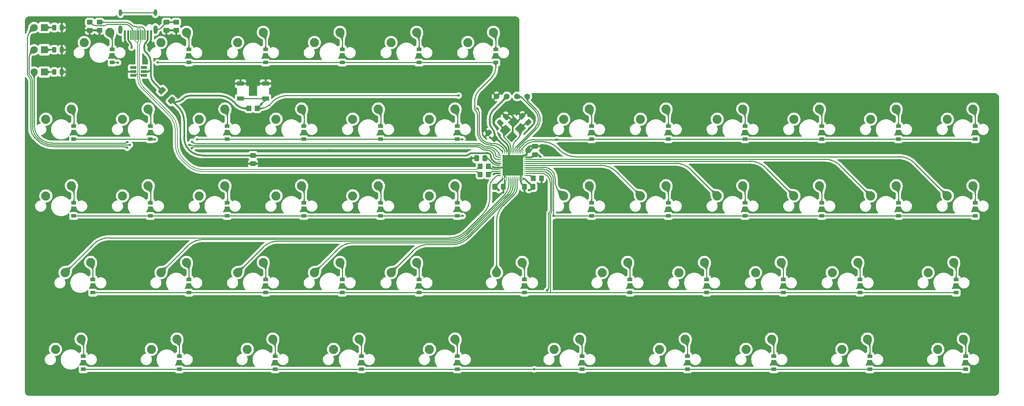
<source format=gbl>
G04 #@! TF.GenerationSoftware,KiCad,Pcbnew,(6.0.5)*
G04 #@! TF.CreationDate,2023-01-07T12:48:09-05:00*
G04 #@! TF.ProjectId,V4N4LPH4G0N-rounded,56344e34-4c50-4483-9447-304e2d726f75,rev?*
G04 #@! TF.SameCoordinates,Original*
G04 #@! TF.FileFunction,Copper,L2,Bot*
G04 #@! TF.FilePolarity,Positive*
%FSLAX46Y46*%
G04 Gerber Fmt 4.6, Leading zero omitted, Abs format (unit mm)*
G04 Created by KiCad (PCBNEW (6.0.5)) date 2023-01-07 12:48:09*
%MOMM*%
%LPD*%
G01*
G04 APERTURE LIST*
G04 Aperture macros list*
%AMRoundRect*
0 Rectangle with rounded corners*
0 $1 Rounding radius*
0 $2 $3 $4 $5 $6 $7 $8 $9 X,Y pos of 4 corners*
0 Add a 4 corners polygon primitive as box body*
4,1,4,$2,$3,$4,$5,$6,$7,$8,$9,$2,$3,0*
0 Add four circle primitives for the rounded corners*
1,1,$1+$1,$2,$3*
1,1,$1+$1,$4,$5*
1,1,$1+$1,$6,$7*
1,1,$1+$1,$8,$9*
0 Add four rect primitives between the rounded corners*
20,1,$1+$1,$2,$3,$4,$5,0*
20,1,$1+$1,$4,$5,$6,$7,0*
20,1,$1+$1,$6,$7,$8,$9,0*
20,1,$1+$1,$8,$9,$2,$3,0*%
%AMRotRect*
0 Rectangle, with rotation*
0 The origin of the aperture is its center*
0 $1 length*
0 $2 width*
0 $3 Rotation angle, in degrees counterclockwise*
0 Add horizontal line*
21,1,$1,$2,0,0,$3*%
G04 Aperture macros list end*
G04 #@! TA.AperFunction,ComponentPad*
%ADD10C,2.250000*%
G04 #@! TD*
G04 #@! TA.AperFunction,ComponentPad*
%ADD11R,1.800000X1.800000*%
G04 #@! TD*
G04 #@! TA.AperFunction,ComponentPad*
%ADD12C,1.800000*%
G04 #@! TD*
G04 #@! TA.AperFunction,ComponentPad*
%ADD13C,1.397000*%
G04 #@! TD*
G04 #@! TA.AperFunction,SMDPad,CuDef*
%ADD14R,1.200000X0.900000*%
G04 #@! TD*
G04 #@! TA.AperFunction,SMDPad,CuDef*
%ADD15RoundRect,0.250000X0.262500X0.450000X-0.262500X0.450000X-0.262500X-0.450000X0.262500X-0.450000X0*%
G04 #@! TD*
G04 #@! TA.AperFunction,SMDPad,CuDef*
%ADD16RoundRect,0.250000X-0.350000X-0.450000X0.350000X-0.450000X0.350000X0.450000X-0.350000X0.450000X0*%
G04 #@! TD*
G04 #@! TA.AperFunction,SMDPad,CuDef*
%ADD17RotRect,2.100000X1.800000X225.000000*%
G04 #@! TD*
G04 #@! TA.AperFunction,SMDPad,CuDef*
%ADD18RoundRect,0.250000X0.475000X-0.337500X0.475000X0.337500X-0.475000X0.337500X-0.475000X-0.337500X0*%
G04 #@! TD*
G04 #@! TA.AperFunction,SMDPad,CuDef*
%ADD19RoundRect,0.250000X-0.337500X-0.475000X0.337500X-0.475000X0.337500X0.475000X-0.337500X0.475000X0*%
G04 #@! TD*
G04 #@! TA.AperFunction,SMDPad,CuDef*
%ADD20RoundRect,0.250000X0.350000X0.450000X-0.350000X0.450000X-0.350000X-0.450000X0.350000X-0.450000X0*%
G04 #@! TD*
G04 #@! TA.AperFunction,SMDPad,CuDef*
%ADD21RoundRect,0.062500X-0.475000X-0.062500X0.475000X-0.062500X0.475000X0.062500X-0.475000X0.062500X0*%
G04 #@! TD*
G04 #@! TA.AperFunction,SMDPad,CuDef*
%ADD22RoundRect,0.062500X-0.062500X-0.475000X0.062500X-0.475000X0.062500X0.475000X-0.062500X0.475000X0*%
G04 #@! TD*
G04 #@! TA.AperFunction,ComponentPad*
%ADD23C,0.500000*%
G04 #@! TD*
G04 #@! TA.AperFunction,SMDPad,CuDef*
%ADD24R,5.200000X5.200000*%
G04 #@! TD*
G04 #@! TA.AperFunction,SMDPad,CuDef*
%ADD25R,1.800000X1.100000*%
G04 #@! TD*
G04 #@! TA.AperFunction,SMDPad,CuDef*
%ADD26RoundRect,0.250000X0.097227X-0.574524X0.574524X-0.097227X-0.097227X0.574524X-0.574524X0.097227X0*%
G04 #@! TD*
G04 #@! TA.AperFunction,SMDPad,CuDef*
%ADD27RoundRect,0.250000X0.337500X0.475000X-0.337500X0.475000X-0.337500X-0.475000X0.337500X-0.475000X0*%
G04 #@! TD*
G04 #@! TA.AperFunction,SMDPad,CuDef*
%ADD28RoundRect,0.250000X-0.450000X0.350000X-0.450000X-0.350000X0.450000X-0.350000X0.450000X0.350000X0*%
G04 #@! TD*
G04 #@! TA.AperFunction,SMDPad,CuDef*
%ADD29RoundRect,0.250000X-0.475000X0.337500X-0.475000X-0.337500X0.475000X-0.337500X0.475000X0.337500X0*%
G04 #@! TD*
G04 #@! TA.AperFunction,SMDPad,CuDef*
%ADD30R,0.600000X2.450000*%
G04 #@! TD*
G04 #@! TA.AperFunction,SMDPad,CuDef*
%ADD31R,0.300000X2.450000*%
G04 #@! TD*
G04 #@! TA.AperFunction,ComponentPad*
%ADD32O,1.000000X2.100000*%
G04 #@! TD*
G04 #@! TA.AperFunction,ComponentPad*
%ADD33O,0.800000X1.600000*%
G04 #@! TD*
G04 #@! TA.AperFunction,SMDPad,CuDef*
%ADD34R,1.560000X0.650000*%
G04 #@! TD*
G04 #@! TA.AperFunction,SMDPad,CuDef*
%ADD35RoundRect,0.250000X0.574524X0.097227X0.097227X0.574524X-0.574524X-0.097227X-0.097227X-0.574524X0*%
G04 #@! TD*
G04 #@! TA.AperFunction,SMDPad,CuDef*
%ADD36RoundRect,0.210527X-0.745252X-0.194454X-0.194454X-0.745252X0.745252X0.194454X0.194454X0.745252X0*%
G04 #@! TD*
G04 #@! TA.AperFunction,ViaPad*
%ADD37C,0.600000*%
G04 #@! TD*
G04 #@! TA.AperFunction,Conductor*
%ADD38C,0.254000*%
G04 #@! TD*
G04 #@! TA.AperFunction,Conductor*
%ADD39C,0.381000*%
G04 #@! TD*
G04 #@! TA.AperFunction,Conductor*
%ADD40C,0.200000*%
G04 #@! TD*
G04 APERTURE END LIST*
D10*
X98583750Y-101917500D03*
X104933750Y-99377500D03*
X58102500Y-120967500D03*
X64452500Y-118427500D03*
X117633750Y-101917500D03*
X123983750Y-99377500D03*
X227171250Y-101917500D03*
X233521250Y-99377500D03*
X179546250Y-82867500D03*
X185896250Y-80327500D03*
X217646250Y-63817500D03*
X223996250Y-61277500D03*
X103346250Y-120967500D03*
X109696250Y-118427500D03*
X31908750Y-63817500D03*
X38258750Y-61277500D03*
X136683750Y-44767500D03*
X143033750Y-42227500D03*
X205740000Y-120967500D03*
X212090000Y-118427500D03*
X236696250Y-63817500D03*
X243046250Y-61277500D03*
X50958750Y-63817500D03*
X57308750Y-61277500D03*
X117633750Y-44767500D03*
X123983750Y-42227500D03*
D11*
X31529966Y-52092637D03*
D12*
X28989966Y-52092637D03*
D10*
X198596250Y-63817500D03*
X204946250Y-61277500D03*
X208121250Y-101917500D03*
X214471250Y-99377500D03*
X41433750Y-44767500D03*
X47783750Y-42227500D03*
X253365000Y-120967500D03*
X259715000Y-118427500D03*
X217646250Y-82867500D03*
X223996250Y-80327500D03*
X179546250Y-63817500D03*
X185896250Y-61277500D03*
X50958750Y-82867500D03*
X57308750Y-80327500D03*
X79533750Y-44767500D03*
X85883750Y-42227500D03*
X89058750Y-82867500D03*
X95408750Y-80327500D03*
X81915000Y-120967500D03*
X88265000Y-118427500D03*
D11*
X31529966Y-46571537D03*
D12*
X28989966Y-46571537D03*
D10*
X70008750Y-82867500D03*
X76358750Y-80327500D03*
X236696250Y-82867500D03*
X243046250Y-80327500D03*
X160496250Y-82867500D03*
X166846250Y-80327500D03*
X60483750Y-101917500D03*
X66833750Y-99377500D03*
X127158750Y-120967500D03*
X133508750Y-118427500D03*
X170021250Y-101917500D03*
X176371250Y-99377500D03*
X127158750Y-63817500D03*
X133508750Y-61277500D03*
X31908750Y-82867500D03*
X38258750Y-80327500D03*
X98583750Y-44767500D03*
X104933750Y-42227500D03*
D11*
X31529966Y-41050437D03*
D12*
X28989966Y-41050437D03*
D10*
X36671250Y-101917500D03*
X43021250Y-99377500D03*
X70008750Y-63817500D03*
X76358750Y-61277500D03*
X127158750Y-82867500D03*
X133508750Y-80327500D03*
X255746250Y-63817500D03*
X262096250Y-61277500D03*
X108108750Y-63817500D03*
X114458750Y-61277500D03*
X255746250Y-82867500D03*
X262096250Y-80327500D03*
X60483750Y-44767500D03*
X66833750Y-42227500D03*
X250983750Y-101917500D03*
X257333750Y-99377500D03*
X189071250Y-101917500D03*
X195421250Y-99377500D03*
X158115000Y-120967500D03*
X164465000Y-118427500D03*
D13*
X151447500Y-58152500D03*
X148907500Y-58152500D03*
X146367500Y-58152500D03*
X143827500Y-58152500D03*
D10*
X34290000Y-120967500D03*
X40640000Y-118427500D03*
X229552500Y-120967500D03*
X235902500Y-118427500D03*
X108108750Y-82867500D03*
X114458750Y-80327500D03*
X184308750Y-120967500D03*
X190658750Y-118427500D03*
X160496250Y-63817500D03*
X166846250Y-61277500D03*
X143827500Y-101917500D03*
X150177500Y-99377500D03*
X79533750Y-101917500D03*
X85883750Y-99377500D03*
X198596250Y-82867500D03*
X204946250Y-80327500D03*
X89058750Y-63817500D03*
X95408750Y-61277500D03*
D14*
X86444380Y-106901250D03*
X86444380Y-103601250D03*
D15*
X35837500Y-46571537D03*
X34012500Y-46571537D03*
D14*
X124545956Y-49751250D03*
X124545956Y-46451250D03*
D16*
X139730000Y-75528753D03*
X141730000Y-75528753D03*
D17*
X149682228Y-66145368D03*
X147631618Y-68195978D03*
X146005272Y-66569632D03*
X148055882Y-64519022D03*
D18*
X61876830Y-41760050D03*
X61876830Y-39685050D03*
D14*
X105495168Y-106901250D03*
X105495168Y-103601250D03*
X165030876Y-125951250D03*
X165030876Y-122651250D03*
X262657762Y-87851250D03*
X262657762Y-84551250D03*
X186457762Y-87851250D03*
X186457762Y-84551250D03*
X76912189Y-87851250D03*
X76912189Y-84551250D03*
X262657762Y-68801250D03*
X262657762Y-65501250D03*
X134068021Y-125951250D03*
X134068021Y-122651250D03*
X191214166Y-125951250D03*
X191214166Y-122651250D03*
X48343592Y-49751250D03*
X48343592Y-46451250D03*
D19*
X143387500Y-80645000D03*
X145462500Y-80645000D03*
D14*
X260272325Y-125951250D03*
X260272325Y-122651250D03*
X67393592Y-49751250D03*
X67393592Y-46451250D03*
X41195742Y-125951250D03*
X41195742Y-122651250D03*
D20*
X154942541Y-78474835D03*
X152942541Y-78474835D03*
D14*
X243607762Y-87851250D03*
X243607762Y-84551250D03*
D21*
X144506250Y-77747322D03*
X144506250Y-77247322D03*
X144506250Y-76747322D03*
X144506250Y-76247322D03*
X144506250Y-75747322D03*
X144506250Y-75247322D03*
X144506250Y-74747322D03*
X144506250Y-74247322D03*
X144506250Y-73747322D03*
X144506250Y-73247322D03*
X144506250Y-72747322D03*
D22*
X145343750Y-71909822D03*
X145843750Y-71909822D03*
X146343750Y-71909822D03*
X146843750Y-71909822D03*
X147343750Y-71909822D03*
X147843750Y-71909822D03*
X148343750Y-71909822D03*
X148843750Y-71909822D03*
X149343750Y-71909822D03*
X149843750Y-71909822D03*
X150343750Y-71909822D03*
D21*
X151181250Y-72747322D03*
X151181250Y-73247322D03*
X151181250Y-73747322D03*
X151181250Y-74247322D03*
X151181250Y-74747322D03*
X151181250Y-75247322D03*
X151181250Y-75747322D03*
X151181250Y-76247322D03*
X151181250Y-76747322D03*
X151181250Y-77247322D03*
X151181250Y-77747322D03*
D22*
X150343750Y-78584822D03*
X149843750Y-78584822D03*
X149343750Y-78584822D03*
X148843750Y-78584822D03*
X148343750Y-78584822D03*
X147843750Y-78584822D03*
X147343750Y-78584822D03*
X146843750Y-78584822D03*
X146343750Y-78584822D03*
X145843750Y-78584822D03*
X145343750Y-78584822D03*
D23*
X150193750Y-77597322D03*
X150193750Y-76422322D03*
X149018750Y-77597322D03*
X147843750Y-72897322D03*
X145493750Y-72897322D03*
X147843750Y-76422322D03*
X149018750Y-74072322D03*
X146668750Y-76422322D03*
X145493750Y-75247322D03*
X145493750Y-76422322D03*
X147843750Y-74072322D03*
X145493750Y-74072322D03*
X150193750Y-74072322D03*
X150193750Y-75247322D03*
X146668750Y-77597322D03*
X147843750Y-77597322D03*
D24*
X147843750Y-75247322D03*
D23*
X149018750Y-72897322D03*
X146668750Y-75247322D03*
X146668750Y-74072322D03*
X150193750Y-72897322D03*
X146668750Y-72897322D03*
X145493750Y-77597322D03*
X149018750Y-76422322D03*
X147843750Y-75247322D03*
X149018750Y-75247322D03*
D14*
X67393592Y-106901250D03*
X67393592Y-103601250D03*
X257887642Y-106901250D03*
X257887642Y-103601250D03*
D25*
X80243750Y-54982500D03*
X86443750Y-54982500D03*
X86443750Y-58682500D03*
X80243750Y-58682500D03*
D26*
X144728877Y-64709873D03*
X146196123Y-63242627D03*
D15*
X35837500Y-52092637D03*
X34012500Y-52092637D03*
D14*
X57862885Y-68801250D03*
X57862885Y-65501250D03*
D27*
X140943750Y-73501250D03*
X138868750Y-73501250D03*
D14*
X38813581Y-87851250D03*
X38813581Y-84551250D03*
D28*
X64258080Y-39722550D03*
X64258080Y-41722550D03*
D14*
X212645742Y-125951250D03*
X212645742Y-122651250D03*
X224557762Y-68801250D03*
X224557762Y-65501250D03*
D18*
X153384299Y-72616304D03*
X153384299Y-70541304D03*
D14*
X95961493Y-68801250D03*
X95961493Y-65501250D03*
X167407762Y-68801250D03*
X167407762Y-65501250D03*
D29*
X83343750Y-72781250D03*
X83343750Y-74856250D03*
D14*
X134060102Y-87851250D03*
X134060102Y-84551250D03*
X110262849Y-125951250D03*
X110262849Y-122651250D03*
D28*
X42826830Y-39722550D03*
X42826830Y-41722550D03*
D14*
X243607762Y-68801250D03*
X243607762Y-65501250D03*
X205507762Y-87851250D03*
X205507762Y-84551250D03*
D15*
X35837500Y-41050437D03*
X34012500Y-41050437D03*
D14*
X195986610Y-106901250D03*
X195986610Y-103601250D03*
D28*
X45208080Y-39722550D03*
X45208080Y-41722550D03*
D30*
X51543750Y-42972334D03*
X52318750Y-42972334D03*
D31*
X53018750Y-42972334D03*
X53518750Y-42972334D03*
X54018750Y-42972334D03*
X54518750Y-42972334D03*
X55018750Y-42972334D03*
X55518750Y-42972334D03*
X56018750Y-42972334D03*
X56518750Y-42972334D03*
D30*
X57218750Y-42972334D03*
X57993750Y-42972334D03*
D32*
X59088750Y-41557334D03*
D33*
X50448750Y-37377334D03*
X59088750Y-37377334D03*
D32*
X50448750Y-41557334D03*
D14*
X150745230Y-106901250D03*
X150745230Y-103601250D03*
X76912189Y-68801250D03*
X76912189Y-65501250D03*
X224557762Y-87851250D03*
X224557762Y-84551250D03*
X124545956Y-106901250D03*
X124545956Y-103601250D03*
X215037400Y-106901250D03*
X215037400Y-103601250D03*
D34*
X53588348Y-52910315D03*
X53588348Y-51960315D03*
X53588348Y-51010315D03*
X56288348Y-51010315D03*
X56288348Y-51960315D03*
X56288348Y-52910315D03*
D35*
X151630374Y-64587874D03*
X150163128Y-63120628D03*
D14*
X234088190Y-106901250D03*
X234088190Y-103601250D03*
X205507762Y-68801250D03*
X205507762Y-65501250D03*
X134060102Y-68801250D03*
X134060102Y-65501250D03*
D36*
X60710418Y-56741668D03*
X63114582Y-59145832D03*
D14*
X115010797Y-68801250D03*
X115010797Y-65501250D03*
X43574596Y-106901250D03*
X43574596Y-103601250D03*
X88829548Y-125951250D03*
X88829548Y-122651250D03*
X176935820Y-106901250D03*
X176935820Y-103601250D03*
X167407762Y-87851250D03*
X167407762Y-84551250D03*
X105495168Y-49751250D03*
X105495168Y-46451250D03*
X115010797Y-87851250D03*
X115010797Y-84551250D03*
X186457762Y-68801250D03*
X186457762Y-65501250D03*
D16*
X139730000Y-77560753D03*
X141730000Y-77560753D03*
D20*
X84343750Y-61118750D03*
X82343750Y-61118750D03*
D14*
X95961493Y-87851250D03*
X95961493Y-84551250D03*
X57862885Y-87851250D03*
X57862885Y-84551250D03*
X143595956Y-49751250D03*
X143595956Y-46451250D03*
X86444380Y-49751250D03*
X86444380Y-46451250D03*
X38813581Y-68801250D03*
X38813581Y-65501250D03*
D35*
X143331257Y-68666217D03*
X141864011Y-67198971D03*
D27*
X152850000Y-80645000D03*
X150775000Y-80645000D03*
D14*
X65014113Y-125951250D03*
X65014113Y-122651250D03*
X236464395Y-125951250D03*
X236464395Y-122651250D03*
D37*
X69429850Y-68831700D03*
X58967008Y-68821372D03*
X158750000Y-68886651D03*
X135338067Y-68803359D03*
X157956250Y-87851250D03*
X135394548Y-87837689D03*
X153193750Y-125951250D03*
X156368750Y-106322350D03*
X53181250Y-46037500D03*
X56356250Y-46037500D03*
X139001290Y-61174522D03*
X85431250Y-60031250D03*
X134394345Y-57943750D03*
X142977871Y-75668422D03*
X43974455Y-43067248D03*
X78581250Y-54768750D03*
X36952192Y-46616142D03*
X56356250Y-48418750D03*
X57172996Y-45266746D03*
X63063902Y-43012283D03*
X88106250Y-54768750D03*
X144600132Y-67826955D03*
X155040109Y-70526819D03*
X150812500Y-82550000D03*
X36937332Y-41043357D03*
X151028345Y-62239533D03*
X137525000Y-73501250D03*
X140700000Y-66357500D03*
X147149906Y-62198179D03*
X144853358Y-82424509D03*
X52364504Y-45266746D03*
X52035546Y-51964341D03*
X36981914Y-52129483D03*
X155304905Y-80083362D03*
X102393750Y-71437500D03*
X151812500Y-81438750D03*
X141494751Y-72228897D03*
X142182829Y-68353795D03*
X144383038Y-81476547D03*
X154724079Y-73168422D03*
X143081250Y-77470000D03*
X59641405Y-49748663D03*
X49821316Y-49755268D03*
X68125883Y-71050628D03*
X52112080Y-70896192D03*
X67545265Y-70220537D03*
X52772184Y-70228664D03*
X68209041Y-69410600D03*
X52158856Y-69482472D03*
D38*
X224557762Y-68801250D02*
X205507762Y-68801250D01*
X58967008Y-68821372D02*
X58956947Y-68811311D01*
X57862885Y-68801250D02*
X58932657Y-68801250D01*
X115010797Y-68801250D02*
X134060102Y-68801250D01*
X149630398Y-70812409D02*
X150449953Y-69992854D01*
X95961493Y-68801250D02*
X76912189Y-68801250D01*
X115010797Y-68801250D02*
X95961493Y-68801250D01*
X149343750Y-71504440D02*
X149343750Y-71909822D01*
X186457762Y-68801250D02*
X167407762Y-68801250D01*
X57862885Y-68801250D02*
X38813581Y-68801250D01*
X224557762Y-68801250D02*
X243607762Y-68801250D01*
X69429850Y-68831700D02*
X69445075Y-68816475D01*
X186457762Y-68801250D02*
X205507762Y-68801250D01*
X158750000Y-68886651D02*
X167322361Y-68886651D01*
X134060102Y-68801250D02*
X135334466Y-68801250D01*
X158750000Y-68886651D02*
X153120564Y-68886651D01*
X76912189Y-68801250D02*
X69481831Y-68801250D01*
X243607762Y-68801250D02*
X262657762Y-68801250D01*
X135338067Y-68803359D02*
X135337012Y-68802304D01*
X135334466Y-68801259D02*
G75*
G02*
X135337012Y-68802304I34J-3541D01*
G01*
X150449964Y-69992865D02*
G75*
G02*
X153120564Y-68886651I2670636J-2670635D01*
G01*
X69445066Y-68816466D02*
G75*
G02*
X69481831Y-68801250I36734J-36734D01*
G01*
X149343770Y-71504440D02*
G75*
G02*
X149630399Y-70812410I978630J40D01*
G01*
X58932657Y-68801280D02*
G75*
G02*
X58956947Y-68811311I43J-34320D01*
G01*
X38893750Y-65501250D02*
X38893750Y-61912500D01*
X57943750Y-65501250D02*
X57943750Y-61912500D01*
X76993750Y-65501250D02*
X76993750Y-61912500D01*
X96043750Y-65501250D02*
X96043750Y-61912500D01*
X115093750Y-65501250D02*
X115093750Y-61912500D01*
X134143750Y-65501250D02*
X134143750Y-61912500D01*
X167407762Y-65501250D02*
X167407762Y-61839012D01*
X186457762Y-65501250D02*
X186457762Y-61839012D01*
X205507762Y-65501250D02*
X205507762Y-61839012D01*
X224557762Y-65501250D02*
X224557762Y-61839012D01*
X243607762Y-65501250D02*
X243607762Y-61839012D01*
X262657762Y-65501250D02*
X262657762Y-61839012D01*
X243607762Y-87851250D02*
X224557762Y-87851250D01*
X186457762Y-87851250D02*
X167407762Y-87851250D01*
X157956250Y-87851250D02*
X157956250Y-78876570D01*
X57862885Y-87851250D02*
X76912189Y-87851250D01*
X205507762Y-87851250D02*
X224557762Y-87851250D01*
X95961493Y-87851250D02*
X76912189Y-87851250D01*
X115010797Y-87851250D02*
X95961493Y-87851250D01*
X57862885Y-87851250D02*
X38813581Y-87851250D01*
X157956250Y-87851250D02*
X167407762Y-87851250D01*
X243607762Y-87851250D02*
X262657762Y-87851250D01*
X134060102Y-87851250D02*
X135371397Y-87851250D01*
X155327001Y-76247322D02*
X151181250Y-76247322D01*
X134060102Y-87851250D02*
X115010797Y-87851250D01*
X135387767Y-87844469D02*
X135394548Y-87837689D01*
X205507762Y-87851250D02*
X186457762Y-87851250D01*
X157956270Y-78876570D02*
G75*
G03*
X157186161Y-77017411I-2629270J-30D01*
G01*
X155327001Y-76247330D02*
G75*
G02*
X157186161Y-77017411I-1J-2629270D01*
G01*
X135371397Y-87851247D02*
G75*
G03*
X135387766Y-87844468I3J23147D01*
G01*
X38893750Y-84551250D02*
X38893750Y-80962500D01*
X57943750Y-84551250D02*
X57943750Y-80962500D01*
X76993750Y-84551250D02*
X76993750Y-80962500D01*
X96043750Y-84551250D02*
X96043750Y-80962500D01*
X115093750Y-84551250D02*
X115093750Y-80962500D01*
X134143750Y-84551250D02*
X134143750Y-80962500D01*
X167407762Y-84551250D02*
X167407762Y-80889012D01*
X186457762Y-84551250D02*
X186457762Y-80889012D01*
X205507762Y-84551250D02*
X205507762Y-80889012D01*
X224557762Y-84551250D02*
X224557762Y-80889012D01*
X243607762Y-84551250D02*
X243607762Y-80889012D01*
X262657762Y-84551250D02*
X262657762Y-80889012D01*
X43574596Y-103601250D02*
X43574596Y-99930846D01*
X67468750Y-103601250D02*
X67468750Y-100012500D01*
X86518750Y-103601250D02*
X86518750Y-100012500D01*
X105568750Y-103601250D02*
X105568750Y-100012500D01*
X124618750Y-103601250D02*
X124618750Y-100012500D01*
X150745230Y-103601250D02*
X150745230Y-99945230D01*
X257887642Y-103601250D02*
X257887642Y-99931392D01*
X176935820Y-103601250D02*
X176935820Y-99942070D01*
X195986610Y-103601250D02*
X195986610Y-99942860D01*
X215037400Y-103601250D02*
X215037400Y-99943650D01*
X234088190Y-103601250D02*
X234088190Y-99944440D01*
X156934916Y-86966025D02*
X156816025Y-87084917D01*
X157144410Y-86566363D02*
X157144410Y-79493597D01*
X165030876Y-125951250D02*
X134068021Y-125951250D01*
X165030876Y-125951250D02*
X191214166Y-125951250D01*
X88829548Y-125951250D02*
X110262849Y-125951250D01*
X41275000Y-125951250D02*
X65087500Y-125951250D01*
X134068021Y-125951250D02*
X110262849Y-125951250D01*
X236464395Y-125951250D02*
X260272325Y-125951250D01*
X212645742Y-125951250D02*
X191214166Y-125951250D01*
X156756580Y-87228431D02*
X156756580Y-105660282D01*
X88829548Y-125951250D02*
X65014113Y-125951250D01*
X154898134Y-77247322D02*
X151181250Y-77247322D01*
X212645742Y-125951250D02*
X236464395Y-125951250D01*
X157009940Y-86891001D02*
X156934916Y-86966025D01*
X156368750Y-106322350D02*
X156562665Y-106128435D01*
X154898134Y-77247299D02*
G75*
G02*
X156486491Y-77905241I-34J-2246301D01*
G01*
X156756591Y-87228431D02*
G75*
G02*
X156816026Y-87084918I202909J31D01*
G01*
X157009959Y-86891020D02*
G75*
G03*
X157144410Y-86566363I-324659J324620D01*
G01*
X157144401Y-79493597D02*
G75*
G03*
X156486491Y-77905241I-2246301J-3D01*
G01*
X156562676Y-106128446D02*
G75*
G03*
X156756580Y-105660282I-468176J468146D01*
G01*
X65087500Y-122651250D02*
X65087500Y-119062500D01*
X88829548Y-122651250D02*
X88829548Y-118992048D01*
X110262849Y-122651250D02*
X110262849Y-118994099D01*
X134068021Y-122651250D02*
X134068021Y-118986771D01*
X165030876Y-122651250D02*
X165030876Y-118993376D01*
X191214166Y-122651250D02*
X191214166Y-118982916D01*
X212645742Y-122651250D02*
X212645742Y-118983242D01*
X236464395Y-122651250D02*
X236464395Y-118989395D01*
D39*
X56356250Y-46037500D02*
X56356250Y-45606250D01*
X53181250Y-46037500D02*
X53181250Y-45606250D01*
X52750000Y-44743750D02*
X52876310Y-44870060D01*
X57760467Y-51777032D02*
X57943750Y-51593750D01*
X56636883Y-47111883D02*
X57150000Y-47625000D01*
X56356250Y-46434375D02*
X56356250Y-46037500D01*
X58785649Y-54816899D02*
X60710418Y-56741668D01*
X57317984Y-51960315D02*
X56288348Y-51960315D01*
X57943750Y-52784375D02*
X57943750Y-51593750D01*
X57943750Y-49541282D02*
X57943750Y-51593750D01*
X56787499Y-44743749D02*
X56661189Y-44870060D01*
X56356291Y-45606250D02*
G75*
G02*
X56661189Y-44870060I1041109J50D01*
G01*
X58785631Y-54816917D02*
G75*
G02*
X57943750Y-52784375I2032569J2032517D01*
G01*
X53181279Y-45606250D02*
G75*
G03*
X52876310Y-44870060I-1041179J-50D01*
G01*
X57943757Y-49541282D02*
G75*
G03*
X57150000Y-47625000I-2710057J-18D01*
G01*
X56636869Y-47111897D02*
G75*
G02*
X56356250Y-46434375I677531J677497D01*
G01*
X52750016Y-44743734D02*
G75*
G02*
X52318750Y-43702620I1041084J1041134D01*
G01*
X56787484Y-44743734D02*
G75*
G03*
X57218750Y-43702620I-1041084J1041134D01*
G01*
X57317984Y-51960288D02*
G75*
G03*
X57760466Y-51777031I16J625788D01*
G01*
D38*
X142119702Y-83417163D02*
X142119702Y-80776164D01*
X144166460Y-77787500D02*
X144462500Y-77787500D01*
X136102115Y-91688713D02*
X140525909Y-87264919D01*
X144506250Y-77747322D02*
X144506250Y-77804443D01*
X143661089Y-77996831D02*
X142995061Y-78662859D01*
X43712451Y-94876298D02*
X36671250Y-101917500D01*
X132254359Y-93282506D02*
X47560207Y-93282506D01*
X142119686Y-80776164D02*
G75*
G02*
X142995061Y-78662859I2988714J-36D01*
G01*
X140525939Y-87264949D02*
G75*
G03*
X142119702Y-83417163I-3847839J3847749D01*
G01*
X143661110Y-77996852D02*
G75*
G02*
X144166460Y-77787500I505390J-505348D01*
G01*
X43712438Y-94876285D02*
G75*
G02*
X47560207Y-93282506I3847762J-3847815D01*
G01*
X132254359Y-93282460D02*
G75*
G03*
X136102115Y-91688713I41J5441560D01*
G01*
X136270253Y-92094633D02*
X145805605Y-82559283D01*
X132422497Y-93688426D02*
X70966787Y-93688426D01*
X146843750Y-80052980D02*
X146843750Y-78584822D01*
X67119031Y-95282218D02*
X60483750Y-101917500D01*
X145805616Y-82559294D02*
G75*
G03*
X146843750Y-80052980I-2506316J2506294D01*
G01*
X67119033Y-95282220D02*
G75*
G02*
X70966787Y-93688426I3847767J-3847780D01*
G01*
X132422497Y-93688430D02*
G75*
G03*
X136270253Y-92094633I3J5441530D01*
G01*
X147345984Y-80619259D02*
X147345984Y-79647135D01*
X147343750Y-79641742D02*
X147343750Y-78584822D01*
X136438391Y-92500553D02*
X146657471Y-82281475D01*
X85763111Y-95688138D02*
X79533750Y-101917500D01*
X132590635Y-94094346D02*
X89610867Y-94094346D01*
X132590635Y-94094371D02*
G75*
G03*
X136438391Y-92500553I-35J5441571D01*
G01*
X85763127Y-95688154D02*
G75*
G02*
X89610867Y-94094346I3847773J-3847746D01*
G01*
X147344881Y-79644425D02*
G75*
G02*
X147343750Y-79641742I2719J2725D01*
G01*
X147345967Y-79647135D02*
G75*
G03*
X147344867Y-79644439I-3767J35D01*
G01*
X146657483Y-82281487D02*
G75*
G03*
X147345984Y-80619259I-1662183J1662187D01*
G01*
X147843750Y-80742856D02*
X147843750Y-78584822D01*
X147188689Y-82324314D02*
X136580215Y-92932787D01*
X104380877Y-96120372D02*
X98583750Y-101917500D01*
X108228633Y-94526580D02*
X132732459Y-94526580D01*
X132732459Y-94526541D02*
G75*
G03*
X136580215Y-92932787I41J5441541D01*
G01*
X147188717Y-82324342D02*
G75*
G03*
X147843750Y-80742856I-1581517J1581442D01*
G01*
X104380867Y-96120362D02*
G75*
G02*
X108228633Y-94526580I3847733J-3847738D01*
G01*
X148341515Y-81046608D02*
X148341515Y-79561315D01*
X147847292Y-82239768D02*
X136748353Y-93338707D01*
X123024957Y-96526292D02*
X117633750Y-101917500D01*
X126872713Y-94932500D02*
X132900597Y-94932500D01*
X148343750Y-79555919D02*
X148343750Y-78584822D01*
X148341517Y-79561315D02*
G75*
G02*
X148342633Y-79558618I3783J15D01*
G01*
X123024961Y-96526296D02*
G75*
G02*
X126872713Y-94932500I3847739J-3847704D01*
G01*
X132900597Y-94932482D02*
G75*
G03*
X136748353Y-93338707I3J5441582D01*
G01*
X148342630Y-79558615D02*
G75*
G03*
X148343750Y-79555919I-2730J2715D01*
G01*
X147847295Y-82239771D02*
G75*
G03*
X148341515Y-81046608I-1193195J1193171D01*
G01*
X148394827Y-82266290D02*
X145421292Y-85239825D01*
X148843750Y-81182493D02*
X148843750Y-78584822D01*
X143827500Y-89087581D02*
X143827500Y-101917500D01*
X148394836Y-82266299D02*
G75*
G03*
X148843750Y-81182493I-1083836J1083799D01*
G01*
X143827472Y-89087581D02*
G75*
G02*
X145421292Y-85239825I5441528J-19D01*
G01*
X155545452Y-75747322D02*
X151181250Y-75747322D01*
X158362170Y-78564039D02*
X158362170Y-79224397D01*
X159429210Y-81800460D02*
X160496250Y-82867500D01*
X155545452Y-75747345D02*
G75*
G02*
X157537171Y-76572320I48J-2816655D01*
G01*
X159429203Y-81800467D02*
G75*
G02*
X158362170Y-79224397I2576097J2576067D01*
G01*
X158362155Y-78564039D02*
G75*
G03*
X157537171Y-76572320I-2816655J39D01*
G01*
X173519864Y-76841114D02*
X179546250Y-82867500D01*
X169672108Y-75247322D02*
X151181250Y-75247322D01*
X169672108Y-75247325D02*
G75*
G02*
X173519864Y-76841114I-8J-5441575D01*
G01*
X192069864Y-76341114D02*
X198596250Y-82867500D01*
X188222108Y-74747322D02*
X151181250Y-74747322D01*
X188222108Y-74747325D02*
G75*
G02*
X192069864Y-76341114I-8J-5441575D01*
G01*
X206772108Y-74247322D02*
X151181250Y-74247322D01*
X210619864Y-75841114D02*
X217646250Y-82867500D01*
X206772108Y-74247325D02*
G75*
G02*
X210619864Y-75841114I-8J-5441575D01*
G01*
X229169864Y-75341114D02*
X236696250Y-82867500D01*
X225322108Y-73747322D02*
X151181250Y-73747322D01*
X225322108Y-73747325D02*
G75*
G02*
X229169864Y-75341114I-8J-5441575D01*
G01*
X149843750Y-71649652D02*
X149843750Y-71909822D01*
X150847371Y-70385859D02*
X150027717Y-71205514D01*
X158969022Y-70976030D02*
X159537457Y-71544465D01*
X247610800Y-74732050D02*
X255746250Y-82867500D01*
X163385213Y-73138258D02*
X243763044Y-73138258D01*
X155121266Y-69382238D02*
X153270329Y-69382238D01*
X149843799Y-71649652D02*
G75*
G02*
X150027717Y-71205514I628101J52D01*
G01*
X155121266Y-69382266D02*
G75*
G02*
X158969022Y-70976030I34J-5441534D01*
G01*
X243763044Y-73138225D02*
G75*
G02*
X247610800Y-74732050I-44J-5441575D01*
G01*
X163385213Y-73138245D02*
G75*
G02*
X159537458Y-71544464I-13J5441545D01*
G01*
X150847361Y-70385849D02*
G75*
G02*
X153270329Y-69382238I2422939J-2422951D01*
G01*
X139477007Y-66888652D02*
X139477007Y-61986621D01*
X84343750Y-61118750D02*
X85431250Y-60031250D01*
X84921250Y-58682500D02*
X86275625Y-58682500D01*
X139001290Y-61174522D02*
X139239148Y-61412380D01*
X86324867Y-59137632D02*
X85431250Y-60031250D01*
X134394345Y-57943750D02*
X91938814Y-57943750D01*
X87287728Y-60349771D02*
X88106250Y-59531250D01*
X145843750Y-71649652D02*
X145843750Y-71909822D01*
X145659782Y-71205514D02*
X145068580Y-70614312D01*
X81876250Y-58682500D02*
X80243750Y-58682500D01*
X143197154Y-69839142D02*
X142427496Y-69839142D01*
X84921250Y-58682500D02*
X81876250Y-58682500D01*
X84343750Y-61118750D02*
X85431250Y-61118750D01*
X139476989Y-61986621D02*
G75*
G03*
X139239148Y-61412380I-812089J21D01*
G01*
X142427496Y-69839158D02*
G75*
G02*
X140341185Y-68974963I4J2950458D01*
G01*
X86324847Y-59137612D02*
G75*
G03*
X86443750Y-58850625I-286947J287012D01*
G01*
X140341160Y-68974988D02*
G75*
G02*
X139477007Y-66888652I2086340J2086288D01*
G01*
X88106246Y-59531246D02*
G75*
G02*
X91938814Y-57943750I3832554J-3832554D01*
G01*
X143197154Y-69839164D02*
G75*
G02*
X145068580Y-70614312I46J-2646536D01*
G01*
X145843771Y-71649652D02*
G75*
G03*
X145659782Y-71205514I-628171J-48D01*
G01*
X85431250Y-61118786D02*
G75*
G03*
X87287727Y-60349770I-50J2625486D01*
G01*
D40*
X55641782Y-55959982D02*
X62474957Y-62793157D01*
X54018750Y-44200009D02*
X54018750Y-42972334D01*
X55018750Y-44200009D02*
X55018750Y-42972334D01*
X54739691Y-44676393D02*
X54739691Y-52506390D01*
X66920261Y-75175961D02*
X65662542Y-73918242D01*
X54739691Y-53782140D02*
X54739691Y-52506390D01*
X54495133Y-44676393D02*
X54739691Y-44676393D01*
X64068750Y-66640913D02*
X64068750Y-70070486D01*
X54739691Y-44676393D02*
X54879220Y-44536863D01*
X138379680Y-76769754D02*
X70768017Y-76769754D01*
X54537728Y-52708352D02*
X54739691Y-52506390D01*
X65662535Y-73918249D02*
G75*
G02*
X64068750Y-70070486I3847765J3847749D01*
G01*
X64068740Y-66640913D02*
G75*
G03*
X62474957Y-62793157I-5441540J13D01*
G01*
X54879209Y-44536852D02*
G75*
G03*
X55018750Y-44200009I-336809J336852D01*
G01*
X54495133Y-44676366D02*
G75*
G02*
X54158279Y-44536863I-33J476366D01*
G01*
X55641807Y-55959957D02*
G75*
G02*
X54739691Y-53782140I2177793J2177857D01*
G01*
X54050147Y-52910356D02*
G75*
G03*
X54537728Y-52708352I-47J689556D01*
G01*
X138379680Y-76769776D02*
G75*
G02*
X139334500Y-77165253I20J-1350324D01*
G01*
X54158291Y-44536851D02*
G75*
G02*
X54018750Y-44200009I336809J336851D01*
G01*
X70768017Y-76769740D02*
G75*
G02*
X66920261Y-75175961I-17J5441540D01*
G01*
X54995661Y-41275000D02*
X54983653Y-41275000D01*
X55344895Y-41419657D02*
X55359494Y-41434256D01*
X64518750Y-66454513D02*
X64518750Y-69884086D01*
X55189691Y-45240858D02*
X55189691Y-52537804D01*
X55518750Y-42972334D02*
X55518750Y-44446440D01*
X55518750Y-41818733D02*
X55518750Y-42972334D01*
X67106659Y-74725959D02*
X66112542Y-73731842D01*
X55189691Y-53704647D02*
X55189691Y-52537804D01*
X55375946Y-52724059D02*
X55189691Y-52537804D01*
X54518750Y-41739903D02*
X54518750Y-42972334D01*
X70954415Y-76319752D02*
X138379680Y-76319752D01*
X56014773Y-55696573D02*
X62924957Y-62606757D01*
X138379680Y-76319727D02*
G75*
G03*
X139334499Y-75924251I20J1350327D01*
G01*
X55518721Y-41818733D02*
G75*
G03*
X55359494Y-41434256I-543721J33D01*
G01*
X54518737Y-41739903D02*
G75*
G02*
X54654917Y-41411167I464863J3D01*
G01*
X55189653Y-45240858D02*
G75*
G02*
X55354220Y-44843649I561747J-42D01*
G01*
X54995661Y-41275030D02*
G75*
G02*
X55344895Y-41419657I39J-493870D01*
G01*
X55354203Y-44843632D02*
G75*
G03*
X55518750Y-44446440I-397203J397232D01*
G01*
X54654891Y-41411141D02*
G75*
G02*
X54983653Y-41275000I328709J-328759D01*
G01*
X70954415Y-76319740D02*
G75*
G02*
X67106659Y-74725959I-15J5441540D01*
G01*
X64518740Y-66454513D02*
G75*
G03*
X62924957Y-62606757I-5441540J13D01*
G01*
X66112535Y-73731849D02*
G75*
G02*
X64518750Y-69884086I3847765J3847749D01*
G01*
X55825607Y-52910310D02*
G75*
G02*
X55375946Y-52724059I-7J635910D01*
G01*
X56014797Y-55696549D02*
G75*
G02*
X55189691Y-53704647I1991903J1991949D01*
G01*
D38*
X59546648Y-41557334D02*
X59088750Y-41557334D01*
X60328328Y-41233551D02*
X61876830Y-39685050D01*
X61876830Y-39685050D02*
X64220580Y-39685050D01*
X50448750Y-37377334D02*
X59088750Y-37377334D01*
X59546648Y-41557375D02*
G75*
G03*
X60328327Y-41233550I-48J1105475D01*
G01*
X53177777Y-41198539D02*
X52643249Y-40664011D01*
X44327240Y-40601470D02*
X46447239Y-40601470D01*
X47347876Y-40228414D02*
X51591625Y-40228414D01*
X46447239Y-40601491D02*
G75*
G03*
X46897558Y-40414942I-39J636891D01*
G01*
X53518736Y-42021722D02*
G75*
G03*
X53177776Y-41198540I-1164136J22D01*
G01*
X46897562Y-40414946D02*
G75*
G02*
X47347876Y-40228414I450338J-450354D01*
G01*
X44327240Y-40601453D02*
G75*
G02*
X43266290Y-40162010I-40J1500353D01*
G01*
X51591625Y-40228387D02*
G75*
G02*
X52643248Y-40664012I-25J-1487213D01*
G01*
X51614872Y-39722550D02*
X45208080Y-39722550D01*
X54372456Y-40864779D02*
X55366908Y-40864779D01*
X51614872Y-39722554D02*
G75*
G02*
X52993663Y-40293665I28J-1949846D01*
G01*
X55366908Y-40864767D02*
G75*
G02*
X56181383Y-41202145I-8J-1151833D01*
G01*
X56518733Y-42016620D02*
G75*
G03*
X56181383Y-41202145I-1151833J20D01*
G01*
X54372456Y-40864817D02*
G75*
G02*
X52993664Y-40293664I44J1949917D01*
G01*
X148343750Y-71430382D02*
X148343750Y-71909822D01*
X153324911Y-65969781D02*
X148682764Y-70611928D01*
X153324911Y-61695733D02*
X150090746Y-58461568D01*
X154210129Y-63832757D02*
G75*
G03*
X153324911Y-61695733I-3022229J-43D01*
G01*
X149344589Y-58152501D02*
G75*
G02*
X150090745Y-58461569I11J-1055199D01*
G01*
X153324930Y-65969800D02*
G75*
G03*
X154210096Y-63832757I-2137030J2137000D01*
G01*
X148343732Y-71430382D02*
G75*
G02*
X148682765Y-70611929I1157468J-18D01*
G01*
X153611940Y-61408704D02*
X151833496Y-59630260D01*
X148843750Y-71467411D02*
X148843750Y-71909822D01*
X149156581Y-70712168D02*
X153611940Y-66256809D01*
X153611960Y-66256829D02*
G75*
G03*
X154616016Y-63832757I-2424060J2424029D01*
G01*
X151833482Y-59630274D02*
G75*
G02*
X151447500Y-58698382I931918J931874D01*
G01*
X154616049Y-63832757D02*
G75*
G03*
X153611939Y-61408705I-3428149J-43D01*
G01*
X148843750Y-71467411D02*
G75*
G02*
X149156581Y-70712168I1068050J11D01*
G01*
X142721113Y-76747322D02*
X144506250Y-76747322D01*
X142714838Y-76745900D02*
X142103562Y-77357177D01*
X142714839Y-76745901D02*
G75*
G02*
X142717681Y-76745900I1421J-1420D01*
G01*
X142721113Y-76747321D02*
G75*
G02*
X142717682Y-76745899I-13J4821D01*
G01*
X142527122Y-76076802D02*
X142103562Y-75653242D01*
X142938795Y-76247322D02*
X144506250Y-76247322D01*
X142938795Y-76247317D02*
G75*
G02*
X142527122Y-76076802I5J582217D01*
G01*
X147843750Y-70877808D02*
X147843750Y-71909822D01*
X149304562Y-68384980D02*
X148573494Y-69116049D01*
X151239722Y-64587874D02*
X149682228Y-66145368D01*
X149682228Y-67473217D02*
X149682228Y-66939118D01*
X147843769Y-70877808D02*
G75*
G02*
X148573494Y-69116049I2491531J8D01*
G01*
X149304554Y-68384972D02*
G75*
G03*
X149682228Y-67473217I-911754J911772D01*
G01*
X144728877Y-65293237D02*
X146005272Y-66569632D01*
X147343750Y-70951445D02*
X147343750Y-71909822D01*
X145889304Y-68538622D02*
X146666075Y-69315393D01*
X145505531Y-67612111D02*
X145505531Y-67069373D01*
X147343711Y-70951445D02*
G75*
G03*
X146666075Y-69315393I-2313711J45D01*
G01*
X145889313Y-68538613D02*
G75*
G02*
X145505531Y-67612111I926487J926513D01*
G01*
X143943461Y-75247322D02*
X144506250Y-75247322D01*
X142982720Y-74849370D02*
X141878852Y-73745502D01*
X143943461Y-75247341D02*
G75*
G02*
X142982720Y-74849370I39J1358741D01*
G01*
X141289175Y-73501274D02*
G75*
G02*
X141878852Y-73745502I25J-833926D01*
G01*
X151700598Y-77747322D02*
X151181250Y-77747322D01*
X151700598Y-77747334D02*
G75*
G02*
X152578784Y-78111078I2J-1241966D01*
G01*
X157162500Y-106645492D02*
X157162500Y-87586737D01*
X150745230Y-106901250D02*
X124545956Y-106901250D01*
X157163571Y-106648078D02*
X157163571Y-106901250D01*
X150745230Y-106901250D02*
X157163571Y-106901250D01*
X215037400Y-106901250D02*
X234088190Y-106901250D01*
X195986610Y-106901250D02*
X176935820Y-106901250D01*
X155112567Y-76747322D02*
X151181250Y-76747322D01*
X195986610Y-106901250D02*
X215037400Y-106901250D01*
X234088190Y-106901250D02*
X257887642Y-106901250D01*
X124545956Y-106901250D02*
X105495168Y-106901250D01*
X157290535Y-106901250D02*
X176935820Y-106901250D01*
X67393592Y-106901250D02*
X43574596Y-106901250D01*
X67393592Y-106901250D02*
X86444380Y-106901250D01*
X157290535Y-106901250D02*
X157163571Y-106901250D01*
X157550330Y-86650432D02*
X157550330Y-79185084D01*
X86444380Y-106901250D02*
X105495168Y-106901250D01*
X157163037Y-106646783D02*
G75*
G02*
X157162500Y-106645492I1263J1283D01*
G01*
X157162536Y-87586737D02*
G75*
G02*
X157356415Y-87118585I662064J37D01*
G01*
X157550350Y-79185084D02*
G75*
G03*
X156836326Y-77461326I-2437750J-16D01*
G01*
X157163573Y-106648078D02*
G75*
G03*
X157163034Y-106646786I-1873J-22D01*
G01*
X155112567Y-76747350D02*
G75*
G02*
X156836326Y-77461326I33J-2437750D01*
G01*
X157356391Y-87118561D02*
G75*
G03*
X157550330Y-86650432I-468091J468161D01*
G01*
D39*
X144750213Y-68401531D02*
X146395762Y-70047080D01*
X151028345Y-62239533D02*
X150163128Y-63104750D01*
X150848692Y-72779902D02*
X150664661Y-72779902D01*
X145442535Y-82070084D02*
X145442535Y-82081150D01*
X145811170Y-77986299D02*
X145811170Y-78263750D01*
X147149906Y-62198179D02*
X147602894Y-62651167D01*
X145811170Y-80296330D02*
X145811170Y-78904112D01*
X147815181Y-64759723D02*
X147815181Y-68012415D01*
X151279154Y-72339581D02*
X153077432Y-70541304D01*
X148764734Y-64519022D02*
X150163128Y-63120628D01*
X142977871Y-75668422D02*
X143030233Y-75720784D01*
X140700000Y-66357500D02*
X141541471Y-67198971D01*
X147555650Y-64018790D02*
X146779487Y-63242627D01*
X137525000Y-73501250D02*
X138868750Y-73501250D01*
X146874330Y-71857618D02*
X146874330Y-71202445D01*
X149843750Y-79149286D02*
X149843750Y-78584822D01*
X150242886Y-80112886D02*
X150775000Y-80645000D01*
X146859040Y-71894532D02*
X146843750Y-71909822D01*
X155032866Y-70534061D02*
X155040109Y-70526819D01*
X150449336Y-72869092D02*
X148071107Y-75247322D01*
X149843750Y-78584822D02*
X149843750Y-77247322D01*
X52042418Y-51960315D02*
X53588348Y-51960315D01*
X143169358Y-75747322D02*
X144506250Y-75747322D01*
X151181250Y-72604031D02*
X151181250Y-72575944D01*
X145462500Y-82024935D02*
X145462500Y-80645000D01*
X57558373Y-44881369D02*
X57172996Y-45266746D01*
X144600132Y-68039202D02*
X144600132Y-67826955D01*
X51954127Y-44856369D02*
X52364504Y-45266746D01*
X52037559Y-51962328D02*
X52035546Y-51964341D01*
X146876330Y-74279902D02*
X146876330Y-72130904D01*
X143169358Y-75747322D02*
X143094300Y-75747322D01*
X145450359Y-82051192D02*
X145452517Y-82049035D01*
X151006823Y-72714402D02*
X151070879Y-72714402D01*
X150775000Y-80645000D02*
X150775000Y-82512500D01*
X145748661Y-77835389D02*
X145748661Y-77342411D01*
X150775000Y-82512500D02*
X150812500Y-82550000D01*
X147311170Y-75779902D02*
X144771348Y-75779902D01*
X155015381Y-70541304D02*
X153384299Y-70541304D01*
X151181276Y-72575944D02*
G75*
G02*
X151279154Y-72339581I334224J44D01*
G01*
X151070879Y-72714350D02*
G75*
G03*
X151181250Y-72604031I21J110350D01*
G01*
X150449359Y-72869115D02*
G75*
G02*
X150664661Y-72779902I215341J-215285D01*
G01*
X155015381Y-70541297D02*
G75*
G03*
X155032866Y-70534061I19J24697D01*
G01*
X145452503Y-82049021D02*
G75*
G03*
X145462500Y-82024935I-24103J24121D01*
G01*
X145811181Y-77986299D02*
G75*
G03*
X145779914Y-77910845I-106681J-1D01*
G01*
X145779904Y-77910855D02*
G75*
G02*
X145748661Y-77835389I75496J75455D01*
G01*
X144750223Y-68401521D02*
G75*
G02*
X144600132Y-68039202I362277J362321D01*
G01*
X146874298Y-71202445D02*
G75*
G03*
X146395761Y-70047081I-1633898J45D01*
G01*
X145442537Y-82070084D02*
G75*
G02*
X145450359Y-82051192I26763J-16D01*
G01*
X143094300Y-75747316D02*
G75*
G02*
X143030233Y-75720784I0J90616D01*
G01*
X150927750Y-72747144D02*
G75*
G02*
X151006823Y-72714402I79050J-79056D01*
G01*
X146859036Y-71894528D02*
G75*
G03*
X146874330Y-71857618I-36936J36928D01*
G01*
X148055903Y-63744776D02*
G75*
G03*
X147602894Y-62651167I-1546603J-24D01*
G01*
X57558378Y-44881374D02*
G75*
G03*
X57943750Y-43950986I-930378J930374D01*
G01*
X52037547Y-51962316D02*
G75*
G02*
X52042418Y-51960315I4853J-4884D01*
G01*
X150242876Y-80112896D02*
G75*
G02*
X149843750Y-79149286I963624J963596D01*
G01*
X51954135Y-44856361D02*
G75*
G02*
X51543750Y-43865631I990765J990761D01*
G01*
X150848692Y-72779900D02*
G75*
G03*
X150927758Y-72747152I8J111800D01*
G01*
X142054577Y-72375125D02*
X142171002Y-72491550D01*
X65648766Y-58969983D02*
X65881250Y-58737500D01*
X144383038Y-81476547D02*
X143551491Y-80645000D01*
X152850000Y-80645000D02*
X150935893Y-78730893D01*
X151934375Y-81438750D02*
X151812500Y-81438750D01*
X143192589Y-77358661D02*
X143081250Y-77470000D01*
X63500000Y-59531250D02*
X64857158Y-60888408D01*
X143461385Y-77247322D02*
X144506250Y-77247322D01*
X141701550Y-72228897D02*
X141494751Y-72228897D01*
X152307083Y-73247322D02*
X151181250Y-73247322D01*
X142433655Y-73125650D02*
X142433655Y-73195324D01*
X67797532Y-57943750D02*
X74748685Y-57943750D01*
X70649693Y-72781250D02*
X136378177Y-72781250D01*
X79399771Y-60349771D02*
X78581250Y-59531250D01*
X63500000Y-59531250D02*
X63114582Y-59145832D01*
X143387500Y-80541072D02*
X145343750Y-78584822D01*
X144080935Y-74777902D02*
X144586758Y-74777902D01*
X66214316Y-64164877D02*
X66214316Y-68345872D01*
X137711675Y-72228897D02*
X141494751Y-72228897D01*
X150583246Y-78584822D02*
X150376670Y-78584822D01*
X143149995Y-61370004D02*
X146367500Y-58152500D01*
X64293750Y-59531250D02*
X63500000Y-59531250D01*
X142745574Y-73948364D02*
X143217441Y-74420231D01*
X142716166Y-68666217D02*
X143331257Y-68666217D01*
X146132921Y-70996671D02*
X143754746Y-68618496D01*
X152850000Y-80645000D02*
X152142428Y-81352571D01*
X142081250Y-64577731D02*
X142081250Y-63950185D01*
X142339040Y-68510006D02*
X142182829Y-68353795D01*
X81256250Y-61118750D02*
X82343750Y-61118750D01*
X154448020Y-72892363D02*
X154724079Y-73168422D01*
X143331257Y-68666217D02*
X143331257Y-67595515D01*
X146313170Y-71431830D02*
X146313170Y-71686740D01*
X150583246Y-78584778D02*
G75*
G02*
X150935893Y-78730893I-46J-498722D01*
G01*
X143192588Y-77358660D02*
G75*
G02*
X143461385Y-77247322I268812J-268840D01*
G01*
X142745589Y-73948349D02*
G75*
G02*
X142433655Y-73195324I753011J753049D01*
G01*
X153781554Y-72616328D02*
G75*
G02*
X154448020Y-72892363I46J-942472D01*
G01*
X151934375Y-81438726D02*
G75*
G03*
X152142428Y-81352571I25J294226D01*
G01*
X142706278Y-66086598D02*
G75*
G02*
X142081250Y-64577731I1508822J1508898D01*
G01*
X67513393Y-71482173D02*
G75*
G02*
X66214316Y-68345872I3136307J3136273D01*
G01*
X141701550Y-72228917D02*
G75*
G02*
X142054577Y-72375125I50J-499183D01*
G01*
X143331257Y-67595515D02*
G75*
G03*
X142706253Y-66086623I-2133857J15D01*
G01*
X65881230Y-58737480D02*
G75*
G02*
X67797532Y-57943750I1916270J-1916320D01*
G01*
X74748685Y-57943756D02*
G75*
G02*
X78581250Y-59531250I15J-5420044D01*
G01*
X152307083Y-73247308D02*
G75*
G03*
X153068790Y-72931813I17J1077208D01*
G01*
X66214335Y-64164877D02*
G75*
G03*
X64857158Y-60888408I-4633635J-23D01*
G01*
X142433689Y-73125650D02*
G75*
G03*
X142171002Y-72491550I-896789J-50D01*
G01*
X136378177Y-72781226D02*
G75*
G03*
X137044926Y-72505073I23J942926D01*
G01*
X146313159Y-71431830D02*
G75*
G03*
X146132921Y-70996671I-615359J30D01*
G01*
X70649693Y-72781262D02*
G75*
G02*
X67513408Y-71482158I7J4435362D01*
G01*
X81256250Y-61118787D02*
G75*
G02*
X79399771Y-60349771I50J2625487D01*
G01*
X137044943Y-72505090D02*
G75*
G02*
X137711675Y-72228897I666757J-666710D01*
G01*
X144080935Y-74777866D02*
G75*
G02*
X143217441Y-74420231I-35J1221166D01*
G01*
X142081246Y-63950185D02*
G75*
G02*
X143149995Y-61370004I3648954J-15D01*
G01*
X64293750Y-59531294D02*
G75*
G03*
X65648766Y-58969983I-50J1916294D01*
G01*
X142716166Y-68666246D02*
G75*
G02*
X142339040Y-68510006I34J533346D01*
G01*
D38*
X41275000Y-122651250D02*
X41275000Y-119062500D01*
X260272325Y-122651250D02*
X260272325Y-118984825D01*
X139071087Y-67003786D02*
X139071087Y-62688749D01*
X142638164Y-53418085D02*
X139689780Y-56366469D01*
X59641405Y-49748663D02*
X59642698Y-49749956D01*
X105495168Y-49751250D02*
X86444380Y-49751250D01*
X143595956Y-51105772D02*
X143595956Y-49751250D01*
X59645821Y-49751250D02*
X67393592Y-49751250D01*
X142501826Y-70245062D02*
X142312362Y-70245062D01*
X105495168Y-49751250D02*
X124545956Y-49751250D01*
X144511370Y-71077442D02*
X145343750Y-71909822D01*
X49814456Y-49751250D02*
X48343592Y-49751250D01*
X143595956Y-49751250D02*
X124545956Y-49751250D01*
X138356855Y-60964440D02*
X138356855Y-59584437D01*
X86444380Y-49751250D02*
X67393592Y-49751250D01*
X49821316Y-49755268D02*
X49819307Y-49753259D01*
X142312362Y-70245092D02*
G75*
G02*
X140020434Y-69295714I38J3241292D01*
G01*
X49814456Y-49751278D02*
G75*
G02*
X49819307Y-49753259I44J-6822D01*
G01*
X59645821Y-49751225D02*
G75*
G02*
X59642698Y-49749956I-21J4425D01*
G01*
X142501826Y-70245048D02*
G75*
G02*
X144511370Y-71077442I-26J-2841952D01*
G01*
X139071117Y-62688749D02*
G75*
G03*
X138713970Y-61826596I-1219317J-51D01*
G01*
X142638189Y-53418110D02*
G75*
G03*
X143595956Y-51105772I-2312389J2312310D01*
G01*
X138356867Y-59584437D02*
G75*
G02*
X139689781Y-56366470I4550833J37D01*
G01*
X138713997Y-61826569D02*
G75*
G02*
X138356855Y-60964440I862103J862169D01*
G01*
X140020420Y-69295728D02*
G75*
G02*
X139071087Y-67003786I2291980J2291928D01*
G01*
X48343592Y-46451250D02*
X48343592Y-42787342D01*
X67393592Y-46451250D02*
X67393592Y-42787342D01*
X86444380Y-46451250D02*
X86444380Y-42788130D01*
X105495168Y-46451250D02*
X105495168Y-42788918D01*
X124545956Y-46451250D02*
X124545956Y-42789706D01*
X143595956Y-46451250D02*
X143595956Y-42789706D01*
X31529966Y-41050437D02*
X34012500Y-41050437D01*
X33636760Y-70630911D02*
X51393329Y-70630911D01*
X28145895Y-41894508D02*
X28989966Y-41050437D01*
X29762872Y-69010986D02*
X29117904Y-68366018D01*
X27301824Y-43932275D02*
X27301824Y-52335475D01*
X29762872Y-69010986D02*
X29789004Y-69037118D01*
X28169080Y-66075352D02*
X28169080Y-54429217D01*
X51713551Y-70763551D02*
X51752186Y-70802186D01*
X138986515Y-70661840D02*
X68789585Y-70661840D01*
X52112080Y-70896192D02*
X51979136Y-70896192D01*
X143342425Y-73492425D02*
X143342001Y-73492001D01*
X68125883Y-71050628D02*
X68320277Y-70856234D01*
X142833056Y-72263299D02*
X142560054Y-71990297D01*
X143957800Y-73747322D02*
X144506250Y-73747322D01*
X140920259Y-71462822D02*
X141286616Y-71462822D01*
X33636760Y-70630950D02*
G75*
G02*
X29789004Y-69037118I40J5441550D01*
G01*
X68320293Y-70856250D02*
G75*
G02*
X68789585Y-70661840I469307J-469250D01*
G01*
X51979136Y-70896155D02*
G75*
G02*
X51752187Y-70802185I-36J320955D01*
G01*
X27301789Y-43932275D02*
G75*
G02*
X28145895Y-41894508I2881811J-25D01*
G01*
X143342016Y-73491986D02*
G75*
G02*
X143087529Y-72877650I614384J614386D01*
G01*
X143957800Y-73747307D02*
G75*
G02*
X143342425Y-73492425I0J870307D01*
G01*
X28169073Y-54429217D02*
G75*
G03*
X27735451Y-53382347I-1480473J17D01*
G01*
X29117906Y-68366016D02*
G75*
G02*
X28169080Y-66075352I2290664J2290666D01*
G01*
X141286616Y-71462801D02*
G75*
G02*
X142560053Y-71990298I-16J-1800899D01*
G01*
X143087562Y-72877650D02*
G75*
G03*
X142833056Y-72263299I-868862J-50D01*
G01*
X140920259Y-71462863D02*
G75*
G02*
X139953387Y-71062331I41J1367363D01*
G01*
X138986515Y-70661829D02*
G75*
G02*
X139953386Y-71062332I-15J-1367371D01*
G01*
X27735444Y-53382354D02*
G75*
G02*
X27301824Y-52335475I1046856J1046854D01*
G01*
X51393329Y-70630899D02*
G75*
G02*
X51713550Y-70763552I-29J-452901D01*
G01*
X31529966Y-46571537D02*
X34012500Y-46571537D01*
X52765913Y-70224991D02*
X33655237Y-70224991D01*
X141716971Y-71056902D02*
X141088397Y-71056902D01*
X28575000Y-54261079D02*
X28575000Y-65536192D01*
X142999011Y-71587940D02*
X143258760Y-71847689D01*
X67562956Y-70238228D02*
X67545265Y-70220537D01*
X67605667Y-70255920D02*
X139154653Y-70255920D01*
X143530049Y-72631017D02*
X143530049Y-72502638D01*
X28348855Y-47212648D02*
X28989966Y-46571537D01*
X67545265Y-70220537D02*
X67562849Y-70238121D01*
X30062967Y-68737024D02*
X29786180Y-68460237D01*
X144146353Y-73247322D02*
X144506250Y-73247322D01*
X52770347Y-70226827D02*
X52772184Y-70228664D01*
X27707744Y-52167338D02*
X27707744Y-48760426D01*
X141088397Y-71056893D02*
G75*
G02*
X140121525Y-70656411I3J1367393D01*
G01*
X27707754Y-48760426D02*
G75*
G02*
X28348856Y-47212649I2188846J26D01*
G01*
X29786181Y-68460236D02*
G75*
G02*
X28575000Y-65536192I2924019J2924036D01*
G01*
X28575014Y-54261079D02*
G75*
G03*
X28141372Y-53214209I-1480514J-21D01*
G01*
X67605302Y-70255713D02*
G75*
G02*
X67562849Y-70238121I-2J60013D01*
G01*
X139154653Y-70255958D02*
G75*
G02*
X140121525Y-70656411I47J-1367342D01*
G01*
X144146353Y-73247349D02*
G75*
G02*
X143710560Y-73066810I47J616349D01*
G01*
X52765913Y-70224993D02*
G75*
G02*
X52770347Y-70226827I-13J-6307D01*
G01*
X143530018Y-72502638D02*
G75*
G03*
X143258760Y-71847689I-926218J38D01*
G01*
X141716971Y-71056929D02*
G75*
G02*
X142999010Y-71587941I29J-1813071D01*
G01*
X143710559Y-73066811D02*
G75*
G02*
X143530049Y-72631017I435841J435811D01*
G01*
X67605667Y-70255937D02*
G75*
G02*
X67562957Y-70238227I33J60437D01*
G01*
X33655237Y-70224948D02*
G75*
G02*
X30062968Y-68737023I-37J5080248D01*
G01*
X28141400Y-53214181D02*
G75*
G02*
X27707744Y-52167338I1046800J1046881D01*
G01*
X31529966Y-52092637D02*
X34012500Y-52092637D01*
X144339258Y-72108008D02*
X143657248Y-71425998D01*
X28989966Y-65202875D02*
X28989966Y-52092637D01*
X68209041Y-69410600D02*
X68428741Y-69630300D01*
X141256533Y-70650982D02*
X141786193Y-70650982D01*
X139322792Y-69850000D02*
X68959143Y-69850000D01*
X33545805Y-69758715D02*
X51687279Y-69758715D01*
X52158856Y-69482472D02*
X52020734Y-69620593D01*
X144506250Y-72511161D02*
X144506250Y-72747322D01*
X30324339Y-68424341D02*
G75*
G02*
X28989966Y-65202875I3221461J3221461D01*
G01*
X68959143Y-69849969D02*
G75*
G02*
X68428742Y-69630299I-43J750069D01*
G01*
X141786193Y-70651001D02*
G75*
G02*
X143657248Y-71425998I7J-2646099D01*
G01*
X33545805Y-69758718D02*
G75*
G02*
X30324340Y-68424340I-5J4555818D01*
G01*
X139322792Y-69850017D02*
G75*
G02*
X140289663Y-70250491I8J-1367383D01*
G01*
X141256533Y-70650952D02*
G75*
G02*
X140289663Y-70250491I-33J1367352D01*
G01*
X51687279Y-69758688D02*
G75*
G03*
X52020734Y-69620593I21J471588D01*
G01*
X144506275Y-72511161D02*
G75*
G03*
X144339258Y-72108008I-570175J-39D01*
G01*
G04 #@! TA.AperFunction,Conductor*
G36*
X49515459Y-37935869D02*
G01*
X49561712Y-37989732D01*
X49566696Y-38002619D01*
X49614223Y-38148890D01*
X49617526Y-38154611D01*
X49617527Y-38154613D01*
X49636006Y-38186620D01*
X49709710Y-38314278D01*
X49714128Y-38319185D01*
X49714129Y-38319186D01*
X49814690Y-38430870D01*
X49837497Y-38456200D01*
X49936593Y-38528198D01*
X49957534Y-38543412D01*
X49991998Y-38568452D01*
X49998026Y-38571136D01*
X49998028Y-38571137D01*
X50119061Y-38625024D01*
X50166462Y-38646128D01*
X50259863Y-38665981D01*
X50346806Y-38684462D01*
X50346811Y-38684462D01*
X50353263Y-38685834D01*
X50544237Y-38685834D01*
X50550689Y-38684462D01*
X50550694Y-38684462D01*
X50637637Y-38665981D01*
X50731038Y-38646128D01*
X50778439Y-38625024D01*
X50899472Y-38571137D01*
X50899474Y-38571136D01*
X50905502Y-38568452D01*
X50939967Y-38543412D01*
X50960907Y-38528198D01*
X51060003Y-38456200D01*
X51082810Y-38430870D01*
X51183371Y-38319186D01*
X51183372Y-38319185D01*
X51187790Y-38314278D01*
X51283277Y-38148890D01*
X51299196Y-38099897D01*
X51339270Y-38041292D01*
X51404667Y-38013655D01*
X51419029Y-38012834D01*
X58118471Y-38012834D01*
X58186592Y-38032836D01*
X58233085Y-38086492D01*
X58238304Y-38099896D01*
X58254223Y-38148890D01*
X58349710Y-38314278D01*
X58354128Y-38319185D01*
X58354129Y-38319186D01*
X58454690Y-38430870D01*
X58477497Y-38456200D01*
X58576593Y-38528198D01*
X58597534Y-38543412D01*
X58631998Y-38568452D01*
X58638026Y-38571136D01*
X58638028Y-38571137D01*
X58759061Y-38625024D01*
X58806462Y-38646128D01*
X58899863Y-38665981D01*
X58986806Y-38684462D01*
X58986811Y-38684462D01*
X58993263Y-38685834D01*
X59184237Y-38685834D01*
X59190689Y-38684462D01*
X59190694Y-38684462D01*
X59277637Y-38665981D01*
X59371038Y-38646128D01*
X59418439Y-38625024D01*
X59539472Y-38571137D01*
X59539474Y-38571136D01*
X59545502Y-38568452D01*
X59579967Y-38543412D01*
X59600907Y-38528198D01*
X59700003Y-38456200D01*
X59722810Y-38430870D01*
X59823371Y-38319186D01*
X59823372Y-38319185D01*
X59827790Y-38314278D01*
X59901494Y-38186620D01*
X59919973Y-38154613D01*
X59919974Y-38154611D01*
X59923277Y-38148890D01*
X59926539Y-38138849D01*
X59927834Y-38136956D01*
X59928003Y-38136577D01*
X59928072Y-38136608D01*
X59966615Y-38080246D01*
X60032013Y-38052612D01*
X60101969Y-38064721D01*
X60143835Y-38102375D01*
X60145417Y-38101029D01*
X60151237Y-38107867D01*
X60156026Y-38115458D01*
X60162754Y-38121400D01*
X60175269Y-38132453D01*
X60188307Y-38145813D01*
X60204833Y-38165473D01*
X60212300Y-38170444D01*
X60212305Y-38170448D01*
X60229457Y-38181865D01*
X60243036Y-38192303D01*
X60265201Y-38211878D01*
X60273327Y-38215693D01*
X60273330Y-38215695D01*
X60288439Y-38222788D01*
X60304703Y-38231951D01*
X60326084Y-38246184D01*
X60354321Y-38255006D01*
X60370276Y-38261211D01*
X60397050Y-38273781D01*
X60422418Y-38277731D01*
X60440602Y-38281963D01*
X60465114Y-38289621D01*
X60495834Y-38290184D01*
X60500155Y-38290263D01*
X60504124Y-38290453D01*
X60507636Y-38291000D01*
X60539196Y-38291000D01*
X60541505Y-38291021D01*
X60601775Y-38292126D01*
X60601778Y-38292126D01*
X60610748Y-38292290D01*
X60614553Y-38291253D01*
X60618628Y-38291000D01*
X148381875Y-38291000D01*
X148401265Y-38292501D01*
X148414319Y-38294534D01*
X148424958Y-38296191D01*
X148437635Y-38294534D01*
X148464948Y-38293951D01*
X148554835Y-38301818D01*
X148607614Y-38306437D01*
X148629243Y-38310251D01*
X148789623Y-38353229D01*
X148810245Y-38360735D01*
X148960737Y-38430914D01*
X148979745Y-38441890D01*
X149115754Y-38537128D01*
X149132577Y-38551245D01*
X149147502Y-38566171D01*
X149249979Y-38668651D01*
X149264096Y-38685476D01*
X149359324Y-38821480D01*
X149370305Y-38840500D01*
X149400606Y-38905481D01*
X149440464Y-38990957D01*
X149440472Y-38990975D01*
X149447983Y-39011612D01*
X149455862Y-39041016D01*
X149490954Y-39171987D01*
X149494768Y-39193615D01*
X149506665Y-39329598D01*
X149506118Y-39345872D01*
X149506550Y-39345877D01*
X149506440Y-39354853D01*
X149505059Y-39363724D01*
X149506223Y-39372626D01*
X149506223Y-39372628D01*
X149509186Y-39395283D01*
X149510250Y-39411621D01*
X149510250Y-56823877D01*
X149510248Y-56824647D01*
X149509774Y-56902221D01*
X149506639Y-56902202D01*
X149498382Y-56957048D01*
X149451535Y-57010394D01*
X149383283Y-57029944D01*
X149330870Y-57018143D01*
X149326878Y-57016281D01*
X149326872Y-57016279D01*
X149321895Y-57013958D01*
X149316587Y-57012536D01*
X149316585Y-57012535D01*
X149123209Y-56960720D01*
X149123207Y-56960720D01*
X149117894Y-56959296D01*
X148907500Y-56940889D01*
X148697106Y-56959296D01*
X148691793Y-56960720D01*
X148691791Y-56960720D01*
X148498415Y-57012535D01*
X148498413Y-57012536D01*
X148493105Y-57013958D01*
X148488124Y-57016280D01*
X148488123Y-57016281D01*
X148306676Y-57100891D01*
X148306673Y-57100893D01*
X148301695Y-57103214D01*
X148128691Y-57224352D01*
X147979352Y-57373691D01*
X147858214Y-57546695D01*
X147855893Y-57551673D01*
X147855891Y-57551676D01*
X147771281Y-57733123D01*
X147768958Y-57738105D01*
X147767536Y-57743413D01*
X147767535Y-57743415D01*
X147759207Y-57774496D01*
X147722255Y-57835119D01*
X147658394Y-57866140D01*
X147587900Y-57857712D01*
X147533153Y-57812509D01*
X147515793Y-57774496D01*
X147507465Y-57743415D01*
X147507464Y-57743413D01*
X147506042Y-57738105D01*
X147503719Y-57733123D01*
X147419109Y-57551676D01*
X147419107Y-57551673D01*
X147416786Y-57546695D01*
X147295648Y-57373691D01*
X147146309Y-57224352D01*
X147141801Y-57221195D01*
X147141798Y-57221193D01*
X146977815Y-57106371D01*
X146977812Y-57106369D01*
X146973306Y-57103214D01*
X146968324Y-57100891D01*
X146968319Y-57100888D01*
X146786877Y-57016281D01*
X146786876Y-57016281D01*
X146781895Y-57013958D01*
X146776587Y-57012536D01*
X146776585Y-57012535D01*
X146583209Y-56960720D01*
X146583207Y-56960720D01*
X146577894Y-56959296D01*
X146367500Y-56940889D01*
X146157106Y-56959296D01*
X146151793Y-56960720D01*
X146151791Y-56960720D01*
X145958415Y-57012535D01*
X145958413Y-57012536D01*
X145953105Y-57013958D01*
X145948124Y-57016280D01*
X145948123Y-57016281D01*
X145766676Y-57100891D01*
X145766673Y-57100893D01*
X145761695Y-57103214D01*
X145588691Y-57224352D01*
X145439352Y-57373691D01*
X145318214Y-57546695D01*
X145315893Y-57551673D01*
X145315891Y-57551676D01*
X145231281Y-57733123D01*
X145228958Y-57738105D01*
X145227534Y-57743420D01*
X145225103Y-57752491D01*
X145217182Y-57773999D01*
X145214786Y-57779038D01*
X145213448Y-57783346D01*
X145212830Y-57784928D01*
X145169408Y-57841097D01*
X145102511Y-57864875D01*
X145033379Y-57848711D01*
X144983961Y-57797737D01*
X144974201Y-57773274D01*
X144960258Y-57723836D01*
X144956136Y-57713097D01*
X144863171Y-57524583D01*
X144857165Y-57514781D01*
X144854010Y-57510556D01*
X144842751Y-57502107D01*
X144830333Y-57508878D01*
X143827500Y-58511710D01*
X143185741Y-59153470D01*
X143179546Y-59164815D01*
X143189427Y-59177302D01*
X143244541Y-59214127D01*
X143254646Y-59219614D01*
X143447767Y-59302586D01*
X143458710Y-59306141D01*
X143663709Y-59352528D01*
X143675117Y-59354030D01*
X143870608Y-59361710D01*
X143937891Y-59384371D01*
X143982242Y-59439810D01*
X143989579Y-59510427D01*
X143954757Y-59576707D01*
X142697208Y-60834256D01*
X142683766Y-60845921D01*
X142662632Y-60861789D01*
X142652096Y-60872107D01*
X142649552Y-60875352D01*
X142649547Y-60875357D01*
X142647103Y-60878474D01*
X142640850Y-60885848D01*
X142396298Y-61152730D01*
X142394639Y-61154892D01*
X142394634Y-61154898D01*
X142225712Y-61375043D01*
X142165171Y-61453942D01*
X141961175Y-61774151D01*
X141870240Y-61948834D01*
X141792169Y-62098808D01*
X141785863Y-62110921D01*
X141784811Y-62113462D01*
X141784810Y-62113463D01*
X141780069Y-62124908D01*
X141640570Y-62461689D01*
X141639744Y-62464309D01*
X141639741Y-62464317D01*
X141527228Y-62821162D01*
X141526401Y-62823786D01*
X141444224Y-63194454D01*
X141394666Y-63570875D01*
X141384521Y-63803223D01*
X141379671Y-63914295D01*
X141378534Y-63926553D01*
X141378197Y-63928925D01*
X141377270Y-63935436D01*
X141377116Y-63950182D01*
X141377611Y-63954271D01*
X141377611Y-63954275D01*
X141381338Y-63985073D01*
X141382250Y-64000209D01*
X141382250Y-64519081D01*
X141380993Y-64536833D01*
X141378719Y-64552816D01*
X141377270Y-64562995D01*
X141377116Y-64577741D01*
X141379348Y-64596182D01*
X141379469Y-64597180D01*
X141380230Y-64606137D01*
X141392145Y-64848598D01*
X141392496Y-64855747D01*
X141392949Y-64858800D01*
X141392949Y-64858801D01*
X141432711Y-65126820D01*
X141433342Y-65131076D01*
X141500978Y-65401075D01*
X141594753Y-65663144D01*
X141655688Y-65791974D01*
X141666733Y-65862104D01*
X141638108Y-65927074D01*
X141598302Y-65958460D01*
X141548396Y-65983505D01*
X141536911Y-65990936D01*
X141463348Y-66050825D01*
X141458597Y-66055114D01*
X141281789Y-66231923D01*
X141274178Y-66245861D01*
X141274310Y-66247697D01*
X141278559Y-66254309D01*
X142134126Y-67109876D01*
X142168152Y-67172188D01*
X142163087Y-67243003D01*
X142134126Y-67288066D01*
X141764159Y-67658033D01*
X141741087Y-67676255D01*
X141689836Y-67707785D01*
X141681917Y-67712657D01*
X141676885Y-67717584D01*
X141676882Y-67717587D01*
X141557355Y-67834637D01*
X141552322Y-67839566D01*
X141513259Y-67900180D01*
X141504686Y-67913483D01*
X141487869Y-67934323D01*
X141184566Y-68237626D01*
X141176952Y-68251570D01*
X141177083Y-68253403D01*
X141181334Y-68260018D01*
X141264106Y-68342790D01*
X141268929Y-68347139D01*
X141337635Y-68402928D01*
X141377909Y-68461396D01*
X141383608Y-68488446D01*
X141386992Y-68522955D01*
X141444247Y-68695068D01*
X141464491Y-68728495D01*
X141482669Y-68797122D01*
X141460859Y-68864685D01*
X141405983Y-68909732D01*
X141335465Y-68917959D01*
X141295765Y-68904042D01*
X141202044Y-68852243D01*
X141190080Y-68844726D01*
X141183602Y-68840129D01*
X140989898Y-68702685D01*
X140978851Y-68693875D01*
X140821294Y-68553070D01*
X140805294Y-68535826D01*
X140803196Y-68533092D01*
X140798573Y-68527067D01*
X140796831Y-68525671D01*
X140792651Y-68522322D01*
X140792649Y-68522320D01*
X140782976Y-68514570D01*
X140767808Y-68500197D01*
X140622265Y-68337330D01*
X140613456Y-68326283D01*
X140471417Y-68126093D01*
X140463899Y-68114129D01*
X140463145Y-68112764D01*
X140345171Y-67899300D01*
X140339042Y-67886573D01*
X140330480Y-67865900D01*
X140278718Y-67740930D01*
X140245113Y-67659797D01*
X140240447Y-67646461D01*
X140172500Y-67410599D01*
X140169356Y-67396823D01*
X140143223Y-67243003D01*
X140138602Y-67215803D01*
X140531391Y-67215803D01*
X140531532Y-67377919D01*
X140533228Y-67392355D01*
X140570661Y-67550093D01*
X140575634Y-67563757D01*
X140648546Y-67709043D01*
X140655975Y-67720526D01*
X140715855Y-67794076D01*
X140720165Y-67798850D01*
X140799736Y-67878420D01*
X140813672Y-67886030D01*
X140815509Y-67885899D01*
X140822125Y-67881647D01*
X141491989Y-67211783D01*
X141499603Y-67197839D01*
X141499472Y-67196006D01*
X141495221Y-67189391D01*
X140922583Y-66616753D01*
X140908639Y-66609139D01*
X140906806Y-66609270D01*
X140900191Y-66613521D01*
X140720192Y-66793520D01*
X140715843Y-66798343D01*
X140655244Y-66872973D01*
X140647822Y-66884484D01*
X140575168Y-67029885D01*
X140570218Y-67043559D01*
X140533063Y-67201358D01*
X140531391Y-67215803D01*
X140138602Y-67215803D01*
X140128243Y-67154830D01*
X140126662Y-67140798D01*
X140125972Y-67128492D01*
X140114818Y-66929824D01*
X140115699Y-66906313D01*
X140116149Y-66902899D01*
X140116149Y-66902892D01*
X140117140Y-66895366D01*
X140113268Y-66860290D01*
X140112507Y-66846465D01*
X140112507Y-62040774D01*
X140113763Y-62023030D01*
X140117035Y-62000045D01*
X140117175Y-61986638D01*
X140114144Y-61961584D01*
X140113502Y-61954689D01*
X140103459Y-61801398D01*
X140103458Y-61801392D01*
X140103189Y-61797283D01*
X140100694Y-61784738D01*
X140066977Y-61615208D01*
X140066975Y-61615201D01*
X140066173Y-61611168D01*
X140005181Y-61431477D01*
X139998759Y-61418454D01*
X139990716Y-61397696D01*
X139988338Y-61389462D01*
X139988337Y-61389459D01*
X139987090Y-61385142D01*
X139958816Y-61322502D01*
X139957336Y-61319252D01*
X139957256Y-61319078D01*
X139955220Y-61314705D01*
X139933083Y-61267725D01*
X139926159Y-61253030D01*
X139926139Y-61252988D01*
X139925976Y-61252642D01*
X139922817Y-61246060D01*
X139896627Y-61192468D01*
X139894569Y-61188304D01*
X139870915Y-61140991D01*
X139870859Y-61140879D01*
X139850587Y-61100357D01*
X139849991Y-61099147D01*
X139833827Y-61065935D01*
X139832676Y-61063506D01*
X139819104Y-61034038D01*
X139817685Y-61030840D01*
X139816479Y-61028015D01*
X139804563Y-61000108D01*
X139803168Y-60996701D01*
X139788615Y-60959605D01*
X139787414Y-60956416D01*
X139771524Y-60912395D01*
X139771521Y-60912388D01*
X139770402Y-60909288D01*
X139768959Y-60906310D01*
X139754733Y-60876954D01*
X139749129Y-60863443D01*
X139748072Y-60860407D01*
X139735035Y-60822970D01*
X139722201Y-60802431D01*
X139642649Y-60675120D01*
X139638916Y-60669146D01*
X139580244Y-60610063D01*
X139516068Y-60545437D01*
X139516064Y-60545434D01*
X139511105Y-60540440D01*
X139500348Y-60533613D01*
X139401527Y-60470900D01*
X139357956Y-60443249D01*
X139328753Y-60432850D01*
X139193715Y-60384765D01*
X139193710Y-60384764D01*
X139187080Y-60382403D01*
X139180092Y-60381570D01*
X139180089Y-60381569D01*
X139103436Y-60372429D01*
X139038163Y-60344501D01*
X138998350Y-60285718D01*
X138992355Y-60247315D01*
X138992355Y-59634585D01*
X138993433Y-59618139D01*
X138993785Y-59615470D01*
X138996988Y-59591136D01*
X138994531Y-59568877D01*
X138993890Y-59549557D01*
X139003211Y-59336029D01*
X139007024Y-59248676D01*
X139007982Y-59237729D01*
X139016982Y-59169363D01*
X139051129Y-58909982D01*
X139053037Y-58899159D01*
X139124582Y-58576435D01*
X139127426Y-58565818D01*
X139226831Y-58250536D01*
X139230591Y-58240206D01*
X139233726Y-58232637D01*
X139277669Y-58126548D01*
X142616624Y-58126548D01*
X142630371Y-58336279D01*
X142632172Y-58347649D01*
X142683909Y-58551363D01*
X142687750Y-58562210D01*
X142775747Y-58753092D01*
X142781496Y-58763049D01*
X142802612Y-58792927D01*
X142813202Y-58801316D01*
X142826501Y-58794288D01*
X143455479Y-58165311D01*
X143463092Y-58151368D01*
X143462961Y-58149534D01*
X143458710Y-58142920D01*
X142823103Y-57507314D01*
X142810728Y-57500557D01*
X142804762Y-57505023D01*
X142710756Y-57683698D01*
X142706351Y-57694332D01*
X142644022Y-57895063D01*
X142641630Y-57906317D01*
X142616925Y-58115047D01*
X142616624Y-58126548D01*
X139277669Y-58126548D01*
X139357100Y-57934785D01*
X139361742Y-57924832D01*
X139364050Y-57920400D01*
X139514378Y-57631620D01*
X139519873Y-57622102D01*
X139697487Y-57343304D01*
X139703791Y-57334300D01*
X139824800Y-57176597D01*
X139853413Y-57139308D01*
X143178421Y-57139308D01*
X143181907Y-57147696D01*
X143814689Y-57780479D01*
X143828632Y-57788092D01*
X143830466Y-57787961D01*
X143837080Y-57783710D01*
X144469200Y-57151589D01*
X144475957Y-57139214D01*
X144469927Y-57131158D01*
X144382472Y-57075978D01*
X144372221Y-57070754D01*
X144176997Y-56992868D01*
X144165969Y-56989601D01*
X143959822Y-56948596D01*
X143948375Y-56947393D01*
X143738216Y-56944642D01*
X143726736Y-56945545D01*
X143519587Y-56981140D01*
X143508479Y-56984117D01*
X143311282Y-57056866D01*
X143300900Y-57061818D01*
X143188019Y-57128975D01*
X143178421Y-57139308D01*
X139853413Y-57139308D01*
X139905040Y-57072027D01*
X139912091Y-57063624D01*
X140110425Y-56847180D01*
X140126614Y-56832346D01*
X140131653Y-56828479D01*
X140131656Y-56828476D01*
X140137681Y-56823853D01*
X140159752Y-56796304D01*
X140168991Y-56785990D01*
X143049245Y-53905737D01*
X143062685Y-53894073D01*
X143077967Y-53882599D01*
X143077971Y-53882595D01*
X143081260Y-53880126D01*
X143084205Y-53877242D01*
X143087890Y-53873633D01*
X143087895Y-53873628D01*
X143090839Y-53870744D01*
X143095188Y-53865197D01*
X143101432Y-53857836D01*
X143120018Y-53837553D01*
X143320597Y-53618651D01*
X143528208Y-53348078D01*
X143529680Y-53345768D01*
X143529688Y-53345756D01*
X143709968Y-53062763D01*
X143711448Y-53060440D01*
X143868921Y-52757927D01*
X143999429Y-52442840D01*
X144011335Y-52405079D01*
X144101156Y-52120193D01*
X144101159Y-52120183D01*
X144101980Y-52117578D01*
X144162669Y-51843815D01*
X144175200Y-51787288D01*
X144175201Y-51787281D01*
X144175792Y-51784616D01*
X144220304Y-51446488D01*
X144220685Y-51437776D01*
X144233486Y-51144503D01*
X144233708Y-51139432D01*
X144234842Y-51127199D01*
X144235984Y-51119174D01*
X144236124Y-51105767D01*
X144232369Y-51074739D01*
X144231456Y-51059601D01*
X144231456Y-50818370D01*
X144251458Y-50750249D01*
X144305114Y-50703756D01*
X144313227Y-50700388D01*
X144434251Y-50655018D01*
X144434252Y-50655017D01*
X144442661Y-50651865D01*
X144559217Y-50564511D01*
X144646571Y-50447955D01*
X144697701Y-50311566D01*
X144704456Y-50249384D01*
X144704456Y-49253116D01*
X144697701Y-49190934D01*
X144646571Y-49054545D01*
X144559217Y-48937989D01*
X144442661Y-48850635D01*
X144306272Y-48799505D01*
X144244090Y-48792750D01*
X142947822Y-48792750D01*
X142885640Y-48799505D01*
X142752241Y-48849514D01*
X142681435Y-48854697D01*
X142619066Y-48820776D01*
X142584936Y-48758521D01*
X142589883Y-48687697D01*
X142606072Y-48657477D01*
X142608439Y-48654219D01*
X142608445Y-48654209D01*
X142610774Y-48651004D01*
X142628639Y-48618509D01*
X142760563Y-48378539D01*
X142760564Y-48378536D01*
X142762466Y-48375077D01*
X142869371Y-48105068D01*
X142876927Y-48085983D01*
X142876927Y-48085982D01*
X142878380Y-48082313D01*
X142956686Y-47777330D01*
X142989200Y-47519957D01*
X143017580Y-47454882D01*
X143076640Y-47415480D01*
X143114205Y-47409750D01*
X144079241Y-47409750D01*
X144147362Y-47429752D01*
X144193855Y-47483408D01*
X144202555Y-47509874D01*
X144216877Y-47578130D01*
X144231409Y-47647387D01*
X144243812Y-47706501D01*
X144330052Y-47924877D01*
X144332821Y-47929440D01*
X144448649Y-48120318D01*
X144451854Y-48125600D01*
X144605735Y-48302932D01*
X144609867Y-48306320D01*
X144783166Y-48448417D01*
X144783172Y-48448421D01*
X144787294Y-48451801D01*
X144791930Y-48454440D01*
X144791933Y-48454442D01*
X144903158Y-48517755D01*
X144991340Y-48567951D01*
X145212039Y-48648061D01*
X145217288Y-48649010D01*
X145217291Y-48649011D01*
X145264110Y-48657477D01*
X145443080Y-48689840D01*
X145447219Y-48690035D01*
X145447226Y-48690036D01*
X145466190Y-48690930D01*
X145466199Y-48690930D01*
X145467679Y-48691000D01*
X145632700Y-48691000D01*
X145714049Y-48684097D01*
X145802387Y-48676602D01*
X145802391Y-48676601D01*
X145807698Y-48676151D01*
X145812853Y-48674813D01*
X145812859Y-48674812D01*
X146029785Y-48618509D01*
X146029784Y-48618509D01*
X146034956Y-48617167D01*
X146039822Y-48614975D01*
X146039825Y-48614974D01*
X146244167Y-48522924D01*
X146244170Y-48522923D01*
X146249028Y-48520734D01*
X146443791Y-48389612D01*
X146484735Y-48350554D01*
X146609820Y-48231228D01*
X146613677Y-48227549D01*
X146753828Y-48039179D01*
X146760783Y-48025501D01*
X146857819Y-47834644D01*
X146857819Y-47834643D01*
X146860237Y-47829888D01*
X146929861Y-47605660D01*
X146946952Y-47476716D01*
X146960011Y-47378190D01*
X146960011Y-47378187D01*
X146960711Y-47372907D01*
X146951902Y-47138284D01*
X146925957Y-47014630D01*
X146904785Y-46913726D01*
X146904784Y-46913723D01*
X146903688Y-46908499D01*
X146817448Y-46690123D01*
X146787019Y-46639978D01*
X146698414Y-46493961D01*
X146698412Y-46493958D01*
X146695646Y-46489400D01*
X146541765Y-46312068D01*
X146526342Y-46299422D01*
X146364334Y-46166583D01*
X146364328Y-46166579D01*
X146360206Y-46163199D01*
X146355570Y-46160560D01*
X146355567Y-46160558D01*
X146160803Y-46049692D01*
X146156160Y-46047049D01*
X145935461Y-45966939D01*
X145930212Y-45965990D01*
X145930209Y-45965989D01*
X145840233Y-45949719D01*
X145704420Y-45925160D01*
X145700281Y-45924965D01*
X145700274Y-45924964D01*
X145681310Y-45924070D01*
X145681301Y-45924070D01*
X145679821Y-45924000D01*
X145514800Y-45924000D01*
X145433451Y-45930903D01*
X145345113Y-45938398D01*
X145345109Y-45938399D01*
X145339802Y-45938849D01*
X145334647Y-45940187D01*
X145334641Y-45940188D01*
X145156927Y-45986314D01*
X145112544Y-45997833D01*
X145107678Y-46000025D01*
X145107675Y-46000026D01*
X144903331Y-46092077D01*
X144898472Y-46094266D01*
X144894051Y-46097242D01*
X144891734Y-46098532D01*
X144822485Y-46114185D01*
X144755766Y-46089913D01*
X144712761Y-46033423D01*
X144704456Y-45988437D01*
X144704456Y-45953116D01*
X144697701Y-45890934D01*
X144646571Y-45754545D01*
X144559217Y-45637989D01*
X144442661Y-45550635D01*
X144434252Y-45547483D01*
X144434251Y-45547482D01*
X144313227Y-45502112D01*
X144256462Y-45459471D01*
X144231762Y-45392909D01*
X144231456Y-45384130D01*
X144231456Y-44383342D01*
X144233587Y-44360266D01*
X144235655Y-44349166D01*
X144235655Y-44349165D01*
X144236480Y-44344737D01*
X144245593Y-44124693D01*
X144246995Y-44090838D01*
X144248014Y-44079238D01*
X144251483Y-44053478D01*
X144264595Y-43956094D01*
X144273085Y-43893039D01*
X144275273Y-43881141D01*
X144310931Y-43728776D01*
X144313784Y-43718548D01*
X144355035Y-43591604D01*
X144359444Y-43578036D01*
X144361692Y-43571699D01*
X144361785Y-43571460D01*
X144419147Y-43422499D01*
X144419486Y-43421628D01*
X144482935Y-43260440D01*
X144482941Y-43260425D01*
X144483077Y-43260079D01*
X144486885Y-43250101D01*
X144487054Y-43249644D01*
X144487168Y-43249326D01*
X144490631Y-43239643D01*
X144490649Y-43239591D01*
X144490758Y-43239287D01*
X144493552Y-43231205D01*
X144539525Y-43098194D01*
X144549794Y-43068485D01*
X144556402Y-43047986D01*
X144556669Y-43047094D01*
X144562144Y-43027381D01*
X144562288Y-43026819D01*
X144562298Y-43026782D01*
X144610489Y-42838829D01*
X144610688Y-42838053D01*
X144616522Y-42812630D01*
X144616759Y-42811462D01*
X144620279Y-42791513D01*
X144621171Y-42786460D01*
X144621177Y-42786424D01*
X144621319Y-42785619D01*
X144621449Y-42784760D01*
X144654139Y-42567110D01*
X144654144Y-42567075D01*
X144654262Y-42566288D01*
X144654378Y-42565357D01*
X144657405Y-42540941D01*
X144657510Y-42540095D01*
X144657627Y-42538901D01*
X144657694Y-42537984D01*
X144659457Y-42513574D01*
X144659519Y-42512720D01*
X144671287Y-42260123D01*
X144670982Y-42256209D01*
X144670921Y-42252296D01*
X144671272Y-42252291D01*
X144671289Y-42240364D01*
X144671913Y-42232438D01*
X144671913Y-42232430D01*
X144672301Y-42227500D01*
X144652128Y-41971174D01*
X144650826Y-41965748D01*
X144593260Y-41725972D01*
X144592105Y-41721160D01*
X144581508Y-41695577D01*
X144495605Y-41488187D01*
X144495603Y-41488183D01*
X144493710Y-41483613D01*
X144359366Y-41264384D01*
X144192381Y-41068869D01*
X143996866Y-40901884D01*
X143777637Y-40767540D01*
X143773067Y-40765647D01*
X143773063Y-40765645D01*
X143544663Y-40671039D01*
X143544661Y-40671038D01*
X143540090Y-40669145D01*
X143418938Y-40640059D01*
X143294889Y-40610277D01*
X143294883Y-40610276D01*
X143290076Y-40609122D01*
X143033750Y-40588949D01*
X142777424Y-40609122D01*
X142772617Y-40610276D01*
X142772611Y-40610277D01*
X142648562Y-40640059D01*
X142527410Y-40669145D01*
X142522839Y-40671038D01*
X142522837Y-40671039D01*
X142294437Y-40765645D01*
X142294433Y-40765647D01*
X142289863Y-40767540D01*
X142070634Y-40901884D01*
X141875119Y-41068869D01*
X141708134Y-41264384D01*
X141573790Y-41483613D01*
X141571897Y-41488183D01*
X141571895Y-41488187D01*
X141485992Y-41695577D01*
X141475395Y-41721160D01*
X141474240Y-41725972D01*
X141416675Y-41965748D01*
X141415372Y-41971174D01*
X141395199Y-42227500D01*
X141415372Y-42483826D01*
X141416526Y-42488633D01*
X141416527Y-42488639D01*
X141435389Y-42567204D01*
X141475395Y-42733840D01*
X141477288Y-42738411D01*
X141477289Y-42738413D01*
X141571001Y-42964653D01*
X141573790Y-42971387D01*
X141708134Y-43190616D01*
X141875119Y-43386131D01*
X142070634Y-43553116D01*
X142105305Y-43574363D01*
X142121215Y-43585913D01*
X142131570Y-43594744D01*
X142135373Y-43597146D01*
X142135377Y-43597149D01*
X142295326Y-43698174D01*
X142295765Y-43698451D01*
X142296094Y-43698652D01*
X142296148Y-43698686D01*
X142306895Y-43705263D01*
X142308089Y-43705994D01*
X142308654Y-43706329D01*
X142308968Y-43706509D01*
X142309012Y-43706535D01*
X142320750Y-43713274D01*
X142321137Y-43713496D01*
X142484279Y-43804145D01*
X142489760Y-43807147D01*
X142489986Y-43807269D01*
X142494470Y-43809661D01*
X142641446Y-43887133D01*
X142643709Y-43888358D01*
X142699126Y-43919122D01*
X142756829Y-43951155D01*
X142764983Y-43956094D01*
X142833268Y-44001073D01*
X142846999Y-44011533D01*
X142875065Y-44036127D01*
X142891717Y-44053837D01*
X142898415Y-44062503D01*
X142912841Y-44086145D01*
X142920492Y-44102492D01*
X142929007Y-44126975D01*
X142942746Y-44185216D01*
X142945839Y-44205850D01*
X142955849Y-44357580D01*
X142955969Y-44358740D01*
X142955971Y-44358765D01*
X142959766Y-44395479D01*
X142959202Y-44395537D01*
X142960456Y-44408546D01*
X142960456Y-45384130D01*
X142940454Y-45452251D01*
X142886798Y-45498744D01*
X142878685Y-45502112D01*
X142757661Y-45547482D01*
X142757660Y-45547483D01*
X142749251Y-45550635D01*
X142632695Y-45637989D01*
X142601787Y-45679230D01*
X142601087Y-45680164D01*
X142544227Y-45722678D01*
X142473409Y-45727703D01*
X142408412Y-45690852D01*
X142210148Y-45479722D01*
X141967532Y-45279013D01*
X141701674Y-45110294D01*
X141698095Y-45108610D01*
X141698088Y-45108606D01*
X141420356Y-44977916D01*
X141420352Y-44977914D01*
X141416766Y-44976227D01*
X141117302Y-44878925D01*
X140808004Y-44819923D01*
X140714450Y-44814037D01*
X140574392Y-44805225D01*
X140574376Y-44805224D01*
X140572397Y-44805100D01*
X140415103Y-44805100D01*
X140413124Y-44805224D01*
X140413108Y-44805225D01*
X140273050Y-44814037D01*
X140179496Y-44819923D01*
X139870198Y-44878925D01*
X139570734Y-44976227D01*
X139567148Y-44977914D01*
X139567144Y-44977916D01*
X139289412Y-45108606D01*
X139289405Y-45108610D01*
X139285826Y-45110294D01*
X139019968Y-45279013D01*
X138777352Y-45479722D01*
X138561805Y-45709256D01*
X138559478Y-45712458D01*
X138559477Y-45712460D01*
X138546286Y-45730616D01*
X138376726Y-45963996D01*
X138374819Y-45967465D01*
X138374817Y-45967468D01*
X138226937Y-46236461D01*
X138225034Y-46239923D01*
X138164390Y-46393091D01*
X138117473Y-46511591D01*
X138109120Y-46532687D01*
X138030814Y-46837670D01*
X137991350Y-47150062D01*
X137991350Y-47464938D01*
X138030814Y-47777330D01*
X138109120Y-48082313D01*
X138110573Y-48085982D01*
X138110573Y-48085983D01*
X138118129Y-48105068D01*
X138225034Y-48375077D01*
X138226936Y-48378536D01*
X138226937Y-48378539D01*
X138358862Y-48618509D01*
X138376726Y-48651004D01*
X138395036Y-48676205D01*
X138545924Y-48883885D01*
X138561805Y-48905744D01*
X138564516Y-48908630D01*
X138565182Y-48909436D01*
X138593191Y-48974674D01*
X138581483Y-49044699D01*
X138533776Y-49097277D01*
X138468096Y-49115750D01*
X125703294Y-49115750D01*
X125635173Y-49095748D01*
X125596687Y-49054458D01*
X125596571Y-49054545D01*
X125595766Y-49053470D01*
X125595763Y-49053466D01*
X125509217Y-48937989D01*
X125392661Y-48850635D01*
X125256272Y-48799505D01*
X125194090Y-48792750D01*
X123897822Y-48792750D01*
X123835640Y-48799505D01*
X123702241Y-48849514D01*
X123631435Y-48854697D01*
X123569066Y-48820776D01*
X123534936Y-48758521D01*
X123539883Y-48687697D01*
X123556072Y-48657477D01*
X123558439Y-48654219D01*
X123558445Y-48654209D01*
X123560774Y-48651004D01*
X123578639Y-48618509D01*
X123710563Y-48378539D01*
X123710564Y-48378536D01*
X123712466Y-48375077D01*
X123819371Y-48105068D01*
X123826927Y-48085983D01*
X123826927Y-48085982D01*
X123828380Y-48082313D01*
X123906686Y-47777330D01*
X123939200Y-47519957D01*
X123967580Y-47454882D01*
X124026640Y-47415480D01*
X124064205Y-47409750D01*
X125029241Y-47409750D01*
X125097362Y-47429752D01*
X125143855Y-47483408D01*
X125152555Y-47509874D01*
X125166877Y-47578130D01*
X125181409Y-47647387D01*
X125193812Y-47706501D01*
X125280052Y-47924877D01*
X125282821Y-47929440D01*
X125398649Y-48120318D01*
X125401854Y-48125600D01*
X125555735Y-48302932D01*
X125559867Y-48306320D01*
X125733166Y-48448417D01*
X125733172Y-48448421D01*
X125737294Y-48451801D01*
X125741930Y-48454440D01*
X125741933Y-48454442D01*
X125853158Y-48517755D01*
X125941340Y-48567951D01*
X126162039Y-48648061D01*
X126167288Y-48649010D01*
X126167291Y-48649011D01*
X126214110Y-48657477D01*
X126393080Y-48689840D01*
X126397219Y-48690035D01*
X126397226Y-48690036D01*
X126416190Y-48690930D01*
X126416199Y-48690930D01*
X126417679Y-48691000D01*
X126582700Y-48691000D01*
X126664049Y-48684097D01*
X126752387Y-48676602D01*
X126752391Y-48676601D01*
X126757698Y-48676151D01*
X126762853Y-48674813D01*
X126762859Y-48674812D01*
X126979785Y-48618509D01*
X126979784Y-48618509D01*
X126984956Y-48617167D01*
X126989822Y-48614975D01*
X126989825Y-48614974D01*
X127194167Y-48522924D01*
X127194170Y-48522923D01*
X127199028Y-48520734D01*
X127393791Y-48389612D01*
X127434735Y-48350554D01*
X127559820Y-48231228D01*
X127563677Y-48227549D01*
X127703828Y-48039179D01*
X127710783Y-48025501D01*
X127807819Y-47834644D01*
X127807819Y-47834643D01*
X127810237Y-47829888D01*
X127879861Y-47605660D01*
X127896952Y-47476716D01*
X127910011Y-47378190D01*
X127910011Y-47378187D01*
X127910711Y-47372907D01*
X127905800Y-47242093D01*
X134026789Y-47242093D01*
X134035598Y-47476716D01*
X134036693Y-47481934D01*
X134071409Y-47647387D01*
X134083812Y-47706501D01*
X134170052Y-47924877D01*
X134172821Y-47929440D01*
X134288649Y-48120318D01*
X134291854Y-48125600D01*
X134445735Y-48302932D01*
X134449867Y-48306320D01*
X134623166Y-48448417D01*
X134623172Y-48448421D01*
X134627294Y-48451801D01*
X134631930Y-48454440D01*
X134631933Y-48454442D01*
X134743158Y-48517755D01*
X134831340Y-48567951D01*
X135052039Y-48648061D01*
X135057288Y-48649010D01*
X135057291Y-48649011D01*
X135104110Y-48657477D01*
X135283080Y-48689840D01*
X135287219Y-48690035D01*
X135287226Y-48690036D01*
X135306190Y-48690930D01*
X135306199Y-48690930D01*
X135307679Y-48691000D01*
X135472700Y-48691000D01*
X135554049Y-48684097D01*
X135642387Y-48676602D01*
X135642391Y-48676601D01*
X135647698Y-48676151D01*
X135652853Y-48674813D01*
X135652859Y-48674812D01*
X135869785Y-48618509D01*
X135869784Y-48618509D01*
X135874956Y-48617167D01*
X135879822Y-48614975D01*
X135879825Y-48614974D01*
X136084167Y-48522924D01*
X136084170Y-48522923D01*
X136089028Y-48520734D01*
X136283791Y-48389612D01*
X136324735Y-48350554D01*
X136449820Y-48231228D01*
X136453677Y-48227549D01*
X136593828Y-48039179D01*
X136600783Y-48025501D01*
X136697819Y-47834644D01*
X136697819Y-47834643D01*
X136700237Y-47829888D01*
X136769861Y-47605660D01*
X136786952Y-47476716D01*
X136800011Y-47378190D01*
X136800011Y-47378187D01*
X136800711Y-47372907D01*
X136791902Y-47138284D01*
X136765957Y-47014630D01*
X136744785Y-46913726D01*
X136744784Y-46913723D01*
X136743688Y-46908499D01*
X136657448Y-46690123D01*
X136654678Y-46685559D01*
X136654676Y-46685554D01*
X136600272Y-46595898D01*
X136582033Y-46527284D01*
X136603785Y-46459702D01*
X136658621Y-46414608D01*
X136698103Y-46404921D01*
X136940076Y-46385878D01*
X136944883Y-46384724D01*
X136944889Y-46384723D01*
X137118093Y-46343140D01*
X137190090Y-46325855D01*
X137194663Y-46323961D01*
X137423063Y-46229355D01*
X137423067Y-46229353D01*
X137427637Y-46227460D01*
X137646866Y-46093116D01*
X137842381Y-45926131D01*
X138009366Y-45730616D01*
X138143710Y-45511387D01*
X138146786Y-45503963D01*
X138240211Y-45278413D01*
X138240212Y-45278411D01*
X138242105Y-45273840D01*
X138267120Y-45169644D01*
X138300973Y-45028639D01*
X138300974Y-45028633D01*
X138302128Y-45023826D01*
X138322301Y-44767500D01*
X138302128Y-44511174D01*
X138287678Y-44450983D01*
X138260735Y-44338759D01*
X138242105Y-44261160D01*
X138219195Y-44205850D01*
X138145605Y-44028187D01*
X138145603Y-44028183D01*
X138143710Y-44023613D01*
X138009366Y-43804384D01*
X137842381Y-43608869D01*
X137646866Y-43441884D01*
X137427637Y-43307540D01*
X137423067Y-43305647D01*
X137423063Y-43305645D01*
X137194663Y-43211039D01*
X137194661Y-43211038D01*
X137190090Y-43209145D01*
X137084625Y-43183825D01*
X136944889Y-43150277D01*
X136944883Y-43150276D01*
X136940076Y-43149122D01*
X136683750Y-43128949D01*
X136427424Y-43149122D01*
X136422617Y-43150276D01*
X136422611Y-43150277D01*
X136282875Y-43183825D01*
X136177410Y-43209145D01*
X136172839Y-43211038D01*
X136172837Y-43211039D01*
X135944437Y-43305645D01*
X135944433Y-43305647D01*
X135939863Y-43307540D01*
X135720634Y-43441884D01*
X135525119Y-43608869D01*
X135358134Y-43804384D01*
X135223790Y-44023613D01*
X135221897Y-44028183D01*
X135221895Y-44028187D01*
X135148305Y-44205850D01*
X135125395Y-44261160D01*
X135106765Y-44338759D01*
X135079823Y-44450983D01*
X135065372Y-44511174D01*
X135045199Y-44767500D01*
X135065372Y-45023826D01*
X135066526Y-45028633D01*
X135066527Y-45028639D01*
X135100380Y-45169644D01*
X135125395Y-45273840D01*
X135127288Y-45278411D01*
X135127289Y-45278413D01*
X135220715Y-45503963D01*
X135223790Y-45511387D01*
X135358134Y-45730616D01*
X135359669Y-45732414D01*
X135383291Y-45798598D01*
X135367217Y-45867751D01*
X135316308Y-45917236D01*
X135268151Y-45931352D01*
X135185113Y-45938398D01*
X135185109Y-45938399D01*
X135179802Y-45938849D01*
X135174647Y-45940187D01*
X135174641Y-45940188D01*
X134996927Y-45986314D01*
X134952544Y-45997833D01*
X134947678Y-46000025D01*
X134947675Y-46000026D01*
X134743333Y-46092076D01*
X134743330Y-46092077D01*
X134738472Y-46094266D01*
X134543709Y-46225388D01*
X134539852Y-46229067D01*
X134539850Y-46229069D01*
X134469595Y-46296090D01*
X134373823Y-46387451D01*
X134233672Y-46575821D01*
X134231256Y-46580572D01*
X134231254Y-46580576D01*
X134130652Y-46778447D01*
X134127263Y-46785112D01*
X134057639Y-47009340D01*
X134056938Y-47014629D01*
X134039842Y-47143616D01*
X134026789Y-47242093D01*
X127905800Y-47242093D01*
X127901902Y-47138284D01*
X127875957Y-47014630D01*
X127854785Y-46913726D01*
X127854784Y-46913723D01*
X127853688Y-46908499D01*
X127767448Y-46690123D01*
X127737019Y-46639978D01*
X127648414Y-46493961D01*
X127648412Y-46493958D01*
X127645646Y-46489400D01*
X127491765Y-46312068D01*
X127476342Y-46299422D01*
X127314334Y-46166583D01*
X127314328Y-46166579D01*
X127310206Y-46163199D01*
X127305570Y-46160560D01*
X127305567Y-46160558D01*
X127110803Y-46049692D01*
X127106160Y-46047049D01*
X126885461Y-45966939D01*
X126880212Y-45965990D01*
X126880209Y-45965989D01*
X126790233Y-45949719D01*
X126654420Y-45925160D01*
X126650281Y-45924965D01*
X126650274Y-45924964D01*
X126631310Y-45924070D01*
X126631301Y-45924070D01*
X126629821Y-45924000D01*
X126464800Y-45924000D01*
X126383451Y-45930903D01*
X126295113Y-45938398D01*
X126295109Y-45938399D01*
X126289802Y-45938849D01*
X126284647Y-45940187D01*
X126284641Y-45940188D01*
X126106927Y-45986314D01*
X126062544Y-45997833D01*
X126057678Y-46000025D01*
X126057675Y-46000026D01*
X125853331Y-46092077D01*
X125848472Y-46094266D01*
X125844051Y-46097242D01*
X125841734Y-46098532D01*
X125772485Y-46114185D01*
X125705766Y-46089913D01*
X125662761Y-46033423D01*
X125654456Y-45988437D01*
X125654456Y-45953116D01*
X125647701Y-45890934D01*
X125596571Y-45754545D01*
X125509217Y-45637989D01*
X125392661Y-45550635D01*
X125384252Y-45547483D01*
X125384251Y-45547482D01*
X125263227Y-45502112D01*
X125206462Y-45459471D01*
X125181762Y-45392909D01*
X125181456Y-45384130D01*
X125181456Y-44383342D01*
X125183587Y-44360266D01*
X125185655Y-44349166D01*
X125185655Y-44349165D01*
X125186480Y-44344737D01*
X125195593Y-44124693D01*
X125196995Y-44090838D01*
X125198014Y-44079238D01*
X125201483Y-44053478D01*
X125214595Y-43956094D01*
X125223085Y-43893039D01*
X125225273Y-43881141D01*
X125260931Y-43728776D01*
X125263784Y-43718548D01*
X125305035Y-43591604D01*
X125309444Y-43578036D01*
X125311692Y-43571699D01*
X125311785Y-43571460D01*
X125369147Y-43422499D01*
X125369486Y-43421628D01*
X125432935Y-43260440D01*
X125432941Y-43260425D01*
X125433077Y-43260079D01*
X125436885Y-43250101D01*
X125437054Y-43249644D01*
X125437168Y-43249326D01*
X125440631Y-43239643D01*
X125440649Y-43239591D01*
X125440758Y-43239287D01*
X125443552Y-43231205D01*
X125489525Y-43098194D01*
X125499794Y-43068485D01*
X125506402Y-43047986D01*
X125506669Y-43047094D01*
X125512144Y-43027381D01*
X125512288Y-43026819D01*
X125512298Y-43026782D01*
X125560489Y-42838829D01*
X125560688Y-42838053D01*
X125566522Y-42812630D01*
X125566759Y-42811462D01*
X125570279Y-42791513D01*
X125571171Y-42786460D01*
X125571177Y-42786424D01*
X125571319Y-42785619D01*
X125571449Y-42784760D01*
X125604139Y-42567110D01*
X125604144Y-42567075D01*
X125604262Y-42566288D01*
X125604378Y-42565357D01*
X125607405Y-42540941D01*
X125607510Y-42540095D01*
X125607627Y-42538901D01*
X125607694Y-42537984D01*
X125609457Y-42513574D01*
X125609519Y-42512720D01*
X125621287Y-42260123D01*
X125620982Y-42256209D01*
X125620921Y-42252296D01*
X125621272Y-42252291D01*
X125621289Y-42240364D01*
X125621913Y-42232438D01*
X125621913Y-42232430D01*
X125622301Y-42227500D01*
X125602128Y-41971174D01*
X125600826Y-41965748D01*
X125543260Y-41725972D01*
X125542105Y-41721160D01*
X125531508Y-41695577D01*
X125445605Y-41488187D01*
X125445603Y-41488183D01*
X125443710Y-41483613D01*
X125309366Y-41264384D01*
X125142381Y-41068869D01*
X124946866Y-40901884D01*
X124727637Y-40767540D01*
X124723067Y-40765647D01*
X124723063Y-40765645D01*
X124494663Y-40671039D01*
X124494661Y-40671038D01*
X124490090Y-40669145D01*
X124368938Y-40640059D01*
X124244889Y-40610277D01*
X124244883Y-40610276D01*
X124240076Y-40609122D01*
X123983750Y-40588949D01*
X123727424Y-40609122D01*
X123722617Y-40610276D01*
X123722611Y-40610277D01*
X123598562Y-40640059D01*
X123477410Y-40669145D01*
X123472839Y-40671038D01*
X123472837Y-40671039D01*
X123244437Y-40765645D01*
X123244433Y-40765647D01*
X123239863Y-40767540D01*
X123020634Y-40901884D01*
X122825119Y-41068869D01*
X122658134Y-41264384D01*
X122523790Y-41483613D01*
X122521897Y-41488183D01*
X122521895Y-41488187D01*
X122435992Y-41695577D01*
X122425395Y-41721160D01*
X122424240Y-41725972D01*
X122366675Y-41965748D01*
X122365372Y-41971174D01*
X122345199Y-42227500D01*
X122365372Y-42483826D01*
X122366526Y-42488633D01*
X122366527Y-42488639D01*
X122385389Y-42567204D01*
X122425395Y-42733840D01*
X122427288Y-42738411D01*
X122427289Y-42738413D01*
X122521001Y-42964653D01*
X122523790Y-42971387D01*
X122658134Y-43190616D01*
X122825119Y-43386131D01*
X123020634Y-43553116D01*
X123055305Y-43574363D01*
X123071215Y-43585913D01*
X123081570Y-43594744D01*
X123085373Y-43597146D01*
X123085377Y-43597149D01*
X123245326Y-43698174D01*
X123245765Y-43698451D01*
X123246094Y-43698652D01*
X123246148Y-43698686D01*
X123256895Y-43705263D01*
X123258089Y-43705994D01*
X123258654Y-43706329D01*
X123258968Y-43706509D01*
X123259012Y-43706535D01*
X123270750Y-43713274D01*
X123271137Y-43713496D01*
X123434279Y-43804145D01*
X123439760Y-43807147D01*
X123439986Y-43807269D01*
X123444470Y-43809661D01*
X123591446Y-43887133D01*
X123593709Y-43888358D01*
X123649126Y-43919122D01*
X123706829Y-43951155D01*
X123714983Y-43956094D01*
X123783268Y-44001073D01*
X123796999Y-44011533D01*
X123825065Y-44036127D01*
X123841717Y-44053837D01*
X123848415Y-44062503D01*
X123862841Y-44086145D01*
X123870492Y-44102492D01*
X123879007Y-44126975D01*
X123892746Y-44185216D01*
X123895839Y-44205850D01*
X123905849Y-44357580D01*
X123905969Y-44358740D01*
X123905971Y-44358765D01*
X123909766Y-44395479D01*
X123909202Y-44395537D01*
X123910456Y-44408546D01*
X123910456Y-45384130D01*
X123890454Y-45452251D01*
X123836798Y-45498744D01*
X123828685Y-45502112D01*
X123707661Y-45547482D01*
X123707660Y-45547483D01*
X123699251Y-45550635D01*
X123582695Y-45637989D01*
X123551787Y-45679230D01*
X123551087Y-45680164D01*
X123494227Y-45722678D01*
X123423409Y-45727703D01*
X123358412Y-45690852D01*
X123160148Y-45479722D01*
X122917532Y-45279013D01*
X122651674Y-45110294D01*
X122648095Y-45108610D01*
X122648088Y-45108606D01*
X122370356Y-44977916D01*
X122370352Y-44977914D01*
X122366766Y-44976227D01*
X122067302Y-44878925D01*
X121758004Y-44819923D01*
X121664450Y-44814037D01*
X121524392Y-44805225D01*
X121524376Y-44805224D01*
X121522397Y-44805100D01*
X121365103Y-44805100D01*
X121363124Y-44805224D01*
X121363108Y-44805225D01*
X121223050Y-44814037D01*
X121129496Y-44819923D01*
X120820198Y-44878925D01*
X120520734Y-44976227D01*
X120517148Y-44977914D01*
X120517144Y-44977916D01*
X120239412Y-45108606D01*
X120239405Y-45108610D01*
X120235826Y-45110294D01*
X119969968Y-45279013D01*
X119727352Y-45479722D01*
X119511805Y-45709256D01*
X119509478Y-45712458D01*
X119509477Y-45712460D01*
X119496286Y-45730616D01*
X119326726Y-45963996D01*
X119324819Y-45967465D01*
X119324817Y-45967468D01*
X119176937Y-46236461D01*
X119175034Y-46239923D01*
X119114390Y-46393091D01*
X119067473Y-46511591D01*
X119059120Y-46532687D01*
X118980814Y-46837670D01*
X118941350Y-47150062D01*
X118941350Y-47464938D01*
X118980814Y-47777330D01*
X119059120Y-48082313D01*
X119060573Y-48085982D01*
X119060573Y-48085983D01*
X119068129Y-48105068D01*
X119175034Y-48375077D01*
X119176936Y-48378536D01*
X119176937Y-48378539D01*
X119308862Y-48618509D01*
X119326726Y-48651004D01*
X119345036Y-48676205D01*
X119495924Y-48883885D01*
X119511805Y-48905744D01*
X119514516Y-48908630D01*
X119515182Y-48909436D01*
X119543191Y-48974674D01*
X119531483Y-49044699D01*
X119483776Y-49097277D01*
X119418096Y-49115750D01*
X106652506Y-49115750D01*
X106584385Y-49095748D01*
X106545899Y-49054458D01*
X106545783Y-49054545D01*
X106544978Y-49053470D01*
X106544975Y-49053466D01*
X106458429Y-48937989D01*
X106341873Y-48850635D01*
X106205484Y-48799505D01*
X106143302Y-48792750D01*
X104847034Y-48792750D01*
X104784852Y-48799505D01*
X104652536Y-48849108D01*
X104581730Y-48854291D01*
X104519361Y-48820370D01*
X104485231Y-48758115D01*
X104490178Y-48687291D01*
X104506366Y-48657071D01*
X104508445Y-48654209D01*
X104510774Y-48651004D01*
X104528639Y-48618509D01*
X104660563Y-48378539D01*
X104660564Y-48378536D01*
X104662466Y-48375077D01*
X104769371Y-48105068D01*
X104776927Y-48085983D01*
X104776927Y-48085982D01*
X104778380Y-48082313D01*
X104856686Y-47777330D01*
X104889200Y-47519957D01*
X104917580Y-47454882D01*
X104976640Y-47415480D01*
X105014205Y-47409750D01*
X105979241Y-47409750D01*
X106047362Y-47429752D01*
X106093855Y-47483408D01*
X106102555Y-47509874D01*
X106116877Y-47578130D01*
X106131409Y-47647387D01*
X106143812Y-47706501D01*
X106230052Y-47924877D01*
X106232821Y-47929440D01*
X106348649Y-48120318D01*
X106351854Y-48125600D01*
X106505735Y-48302932D01*
X106509867Y-48306320D01*
X106683166Y-48448417D01*
X106683172Y-48448421D01*
X106687294Y-48451801D01*
X106691930Y-48454440D01*
X106691933Y-48454442D01*
X106803158Y-48517755D01*
X106891340Y-48567951D01*
X107112039Y-48648061D01*
X107117288Y-48649010D01*
X107117291Y-48649011D01*
X107164110Y-48657477D01*
X107343080Y-48689840D01*
X107347219Y-48690035D01*
X107347226Y-48690036D01*
X107366190Y-48690930D01*
X107366199Y-48690930D01*
X107367679Y-48691000D01*
X107532700Y-48691000D01*
X107614049Y-48684097D01*
X107702387Y-48676602D01*
X107702391Y-48676601D01*
X107707698Y-48676151D01*
X107712853Y-48674813D01*
X107712859Y-48674812D01*
X107929785Y-48618509D01*
X107929784Y-48618509D01*
X107934956Y-48617167D01*
X107939822Y-48614975D01*
X107939825Y-48614974D01*
X108144167Y-48522924D01*
X108144170Y-48522923D01*
X108149028Y-48520734D01*
X108343791Y-48389612D01*
X108384735Y-48350554D01*
X108509820Y-48231228D01*
X108513677Y-48227549D01*
X108653828Y-48039179D01*
X108660783Y-48025501D01*
X108757819Y-47834644D01*
X108757819Y-47834643D01*
X108760237Y-47829888D01*
X108829861Y-47605660D01*
X108846952Y-47476716D01*
X108860011Y-47378190D01*
X108860011Y-47378187D01*
X108860711Y-47372907D01*
X108855800Y-47242093D01*
X114976789Y-47242093D01*
X114985598Y-47476716D01*
X114986693Y-47481934D01*
X115021409Y-47647387D01*
X115033812Y-47706501D01*
X115120052Y-47924877D01*
X115122821Y-47929440D01*
X115238649Y-48120318D01*
X115241854Y-48125600D01*
X115395735Y-48302932D01*
X115399867Y-48306320D01*
X115573166Y-48448417D01*
X115573172Y-48448421D01*
X115577294Y-48451801D01*
X115581930Y-48454440D01*
X115581933Y-48454442D01*
X115693158Y-48517755D01*
X115781340Y-48567951D01*
X116002039Y-48648061D01*
X116007288Y-48649010D01*
X116007291Y-48649011D01*
X116054110Y-48657477D01*
X116233080Y-48689840D01*
X116237219Y-48690035D01*
X116237226Y-48690036D01*
X116256190Y-48690930D01*
X116256199Y-48690930D01*
X116257679Y-48691000D01*
X116422700Y-48691000D01*
X116504049Y-48684097D01*
X116592387Y-48676602D01*
X116592391Y-48676601D01*
X116597698Y-48676151D01*
X116602853Y-48674813D01*
X116602859Y-48674812D01*
X116819785Y-48618509D01*
X116819784Y-48618509D01*
X116824956Y-48617167D01*
X116829822Y-48614975D01*
X116829825Y-48614974D01*
X117034167Y-48522924D01*
X117034170Y-48522923D01*
X117039028Y-48520734D01*
X117233791Y-48389612D01*
X117274735Y-48350554D01*
X117399820Y-48231228D01*
X117403677Y-48227549D01*
X117543828Y-48039179D01*
X117550783Y-48025501D01*
X117647819Y-47834644D01*
X117647819Y-47834643D01*
X117650237Y-47829888D01*
X117719861Y-47605660D01*
X117736952Y-47476716D01*
X117750011Y-47378190D01*
X117750011Y-47378187D01*
X117750711Y-47372907D01*
X117741902Y-47138284D01*
X117715957Y-47014630D01*
X117694785Y-46913726D01*
X117694784Y-46913723D01*
X117693688Y-46908499D01*
X117607448Y-46690123D01*
X117604678Y-46685559D01*
X117604676Y-46685554D01*
X117550272Y-46595898D01*
X117532033Y-46527284D01*
X117553785Y-46459702D01*
X117608621Y-46414608D01*
X117648103Y-46404921D01*
X117890076Y-46385878D01*
X117894883Y-46384724D01*
X117894889Y-46384723D01*
X118068093Y-46343140D01*
X118140090Y-46325855D01*
X118144663Y-46323961D01*
X118373063Y-46229355D01*
X118373067Y-46229353D01*
X118377637Y-46227460D01*
X118596866Y-46093116D01*
X118792381Y-45926131D01*
X118959366Y-45730616D01*
X119093710Y-45511387D01*
X119096786Y-45503963D01*
X119190211Y-45278413D01*
X119190212Y-45278411D01*
X119192105Y-45273840D01*
X119217120Y-45169644D01*
X119250973Y-45028639D01*
X119250974Y-45028633D01*
X119252128Y-45023826D01*
X119272301Y-44767500D01*
X119252128Y-44511174D01*
X119237678Y-44450983D01*
X119210735Y-44338759D01*
X119192105Y-44261160D01*
X119169195Y-44205850D01*
X119095605Y-44028187D01*
X119095603Y-44028183D01*
X119093710Y-44023613D01*
X118959366Y-43804384D01*
X118792381Y-43608869D01*
X118596866Y-43441884D01*
X118377637Y-43307540D01*
X118373067Y-43305647D01*
X118373063Y-43305645D01*
X118144663Y-43211039D01*
X118144661Y-43211038D01*
X118140090Y-43209145D01*
X118034625Y-43183825D01*
X117894889Y-43150277D01*
X117894883Y-43150276D01*
X117890076Y-43149122D01*
X117633750Y-43128949D01*
X117377424Y-43149122D01*
X117372617Y-43150276D01*
X117372611Y-43150277D01*
X117232875Y-43183825D01*
X117127410Y-43209145D01*
X117122839Y-43211038D01*
X117122837Y-43211039D01*
X116894437Y-43305645D01*
X116894433Y-43305647D01*
X116889863Y-43307540D01*
X116670634Y-43441884D01*
X116475119Y-43608869D01*
X116308134Y-43804384D01*
X116173790Y-44023613D01*
X116171897Y-44028183D01*
X116171895Y-44028187D01*
X116098305Y-44205850D01*
X116075395Y-44261160D01*
X116056765Y-44338759D01*
X116029823Y-44450983D01*
X116015372Y-44511174D01*
X115995199Y-44767500D01*
X116015372Y-45023826D01*
X116016526Y-45028633D01*
X116016527Y-45028639D01*
X116050380Y-45169644D01*
X116075395Y-45273840D01*
X116077288Y-45278411D01*
X116077289Y-45278413D01*
X116170715Y-45503963D01*
X116173790Y-45511387D01*
X116308134Y-45730616D01*
X116309669Y-45732414D01*
X116333291Y-45798598D01*
X116317217Y-45867751D01*
X116266308Y-45917236D01*
X116218151Y-45931352D01*
X116135113Y-45938398D01*
X116135109Y-45938399D01*
X116129802Y-45938849D01*
X116124647Y-45940187D01*
X116124641Y-45940188D01*
X115946927Y-45986314D01*
X115902544Y-45997833D01*
X115897678Y-46000025D01*
X115897675Y-46000026D01*
X115693333Y-46092076D01*
X115693330Y-46092077D01*
X115688472Y-46094266D01*
X115493709Y-46225388D01*
X115489852Y-46229067D01*
X115489850Y-46229069D01*
X115419595Y-46296090D01*
X115323823Y-46387451D01*
X115183672Y-46575821D01*
X115181256Y-46580572D01*
X115181254Y-46580576D01*
X115080652Y-46778447D01*
X115077263Y-46785112D01*
X115007639Y-47009340D01*
X115006938Y-47014629D01*
X114989842Y-47143616D01*
X114976789Y-47242093D01*
X108855800Y-47242093D01*
X108851902Y-47138284D01*
X108825957Y-47014630D01*
X108804785Y-46913726D01*
X108804784Y-46913723D01*
X108803688Y-46908499D01*
X108717448Y-46690123D01*
X108687019Y-46639978D01*
X108598414Y-46493961D01*
X108598412Y-46493958D01*
X108595646Y-46489400D01*
X108441765Y-46312068D01*
X108426342Y-46299422D01*
X108264334Y-46166583D01*
X108264328Y-46166579D01*
X108260206Y-46163199D01*
X108255570Y-46160560D01*
X108255567Y-46160558D01*
X108060803Y-46049692D01*
X108056160Y-46047049D01*
X107835461Y-45966939D01*
X107830212Y-45965990D01*
X107830209Y-45965989D01*
X107740233Y-45949719D01*
X107604420Y-45925160D01*
X107600281Y-45924965D01*
X107600274Y-45924964D01*
X107581310Y-45924070D01*
X107581301Y-45924070D01*
X107579821Y-45924000D01*
X107414800Y-45924000D01*
X107333451Y-45930903D01*
X107245113Y-45938398D01*
X107245109Y-45938399D01*
X107239802Y-45938849D01*
X107234647Y-45940187D01*
X107234641Y-45940188D01*
X107056927Y-45986314D01*
X107012544Y-45997833D01*
X107007678Y-46000025D01*
X107007675Y-46000026D01*
X106803333Y-46092076D01*
X106803330Y-46092077D01*
X106798472Y-46094266D01*
X106794048Y-46097244D01*
X106790948Y-46098970D01*
X106721699Y-46114624D01*
X106654980Y-46090353D01*
X106611973Y-46033865D01*
X106603668Y-45988876D01*
X106603668Y-45953116D01*
X106596913Y-45890934D01*
X106545783Y-45754545D01*
X106458429Y-45637989D01*
X106341873Y-45550635D01*
X106333464Y-45547483D01*
X106333463Y-45547482D01*
X106212439Y-45502112D01*
X106155674Y-45459471D01*
X106130974Y-45392909D01*
X106130668Y-45384130D01*
X106130668Y-44382587D01*
X106132801Y-44359501D01*
X106134867Y-44348417D01*
X106134868Y-44348412D01*
X106135691Y-44343994D01*
X106146221Y-44090240D01*
X106147245Y-44078617D01*
X106148106Y-44072240D01*
X106163778Y-43956094D01*
X106172340Y-43892640D01*
X106174537Y-43880717D01*
X106191360Y-43808992D01*
X106210235Y-43728518D01*
X106213092Y-43718300D01*
X106258799Y-43577955D01*
X106261056Y-43571606D01*
X106318699Y-43422254D01*
X106319040Y-43421380D01*
X106334431Y-43382369D01*
X106382657Y-43260131D01*
X106386809Y-43249246D01*
X106386980Y-43248782D01*
X106390370Y-43239298D01*
X106449499Y-43068609D01*
X106455895Y-43048864D01*
X106456172Y-43047946D01*
X106461908Y-43027406D01*
X106506069Y-42855550D01*
X106510337Y-42838942D01*
X106510345Y-42838909D01*
X106510538Y-42838158D01*
X106516407Y-42812634D01*
X106516645Y-42811463D01*
X106521213Y-42785618D01*
X106554215Y-42566363D01*
X106557491Y-42539969D01*
X106557608Y-42538774D01*
X106559493Y-42512688D01*
X106571283Y-42260178D01*
X106570979Y-42256272D01*
X106570918Y-42252349D01*
X106571255Y-42252344D01*
X106571284Y-42240415D01*
X106571288Y-42240364D01*
X106572301Y-42227500D01*
X106570478Y-42204328D01*
X106562485Y-42102769D01*
X106552128Y-41971174D01*
X106550826Y-41965748D01*
X106493260Y-41725972D01*
X106492105Y-41721160D01*
X106481508Y-41695577D01*
X106395605Y-41488187D01*
X106395603Y-41488183D01*
X106393710Y-41483613D01*
X106259366Y-41264384D01*
X106092381Y-41068869D01*
X105896866Y-40901884D01*
X105677637Y-40767540D01*
X105673067Y-40765647D01*
X105673063Y-40765645D01*
X105444663Y-40671039D01*
X105444661Y-40671038D01*
X105440090Y-40669145D01*
X105318938Y-40640059D01*
X105194889Y-40610277D01*
X105194883Y-40610276D01*
X105190076Y-40609122D01*
X104933750Y-40588949D01*
X104677424Y-40609122D01*
X104672617Y-40610276D01*
X104672611Y-40610277D01*
X104548562Y-40640059D01*
X104427410Y-40669145D01*
X104422839Y-40671038D01*
X104422837Y-40671039D01*
X104194437Y-40765645D01*
X104194433Y-40765647D01*
X104189863Y-40767540D01*
X103970634Y-40901884D01*
X103775119Y-41068869D01*
X103608134Y-41264384D01*
X103473790Y-41483613D01*
X103471897Y-41488183D01*
X103471895Y-41488187D01*
X103385992Y-41695577D01*
X103375395Y-41721160D01*
X103374240Y-41725972D01*
X103316675Y-41965748D01*
X103315372Y-41971174D01*
X103295199Y-42227500D01*
X103315372Y-42483826D01*
X103316526Y-42488633D01*
X103316527Y-42488639D01*
X103335389Y-42567204D01*
X103375395Y-42733840D01*
X103377288Y-42738411D01*
X103377289Y-42738413D01*
X103471001Y-42964653D01*
X103473790Y-42971387D01*
X103608134Y-43190616D01*
X103775119Y-43386131D01*
X103970634Y-43553116D01*
X103974853Y-43555701D01*
X103974858Y-43555705D01*
X104005052Y-43574208D01*
X104020998Y-43585786D01*
X104031237Y-43594522D01*
X104195315Y-43698204D01*
X104195698Y-43698438D01*
X104206291Y-43704918D01*
X104208074Y-43706009D01*
X104208640Y-43706344D01*
X104209071Y-43706591D01*
X104209139Y-43706631D01*
X104220300Y-43713034D01*
X104220337Y-43713055D01*
X104220719Y-43713274D01*
X104301290Y-43758057D01*
X104383761Y-43803896D01*
X104383784Y-43803909D01*
X104384213Y-43804145D01*
X104387513Y-43805962D01*
X104387520Y-43805966D01*
X104387642Y-43806033D01*
X104387722Y-43806076D01*
X104393852Y-43809362D01*
X104394247Y-43809572D01*
X104540825Y-43886843D01*
X104543195Y-43888125D01*
X104656258Y-43950888D01*
X104664391Y-43955814D01*
X104732649Y-44000766D01*
X104746370Y-44011216D01*
X104774406Y-44035779D01*
X104791043Y-44053469D01*
X104797703Y-44062082D01*
X104812126Y-44085716D01*
X104819234Y-44100898D01*
X104819732Y-44101961D01*
X104828250Y-44126448D01*
X104841963Y-44184568D01*
X104845056Y-44205204D01*
X104854982Y-44355599D01*
X104854985Y-44355635D01*
X104855062Y-44356801D01*
X104855182Y-44357966D01*
X104855183Y-44357973D01*
X104858978Y-44394691D01*
X104858414Y-44394749D01*
X104859668Y-44407757D01*
X104859668Y-45384130D01*
X104839666Y-45452251D01*
X104786010Y-45498744D01*
X104777897Y-45502112D01*
X104656873Y-45547482D01*
X104656872Y-45547483D01*
X104648463Y-45550635D01*
X104531907Y-45637989D01*
X104500999Y-45679230D01*
X104500649Y-45679697D01*
X104443789Y-45722211D01*
X104372971Y-45727236D01*
X104307973Y-45690384D01*
X104267057Y-45646813D01*
X104110148Y-45479722D01*
X103867532Y-45279013D01*
X103601674Y-45110294D01*
X103598095Y-45108610D01*
X103598088Y-45108606D01*
X103320356Y-44977916D01*
X103320352Y-44977914D01*
X103316766Y-44976227D01*
X103017302Y-44878925D01*
X102708004Y-44819923D01*
X102614450Y-44814037D01*
X102474392Y-44805225D01*
X102474376Y-44805224D01*
X102472397Y-44805100D01*
X102315103Y-44805100D01*
X102313124Y-44805224D01*
X102313108Y-44805225D01*
X102173050Y-44814037D01*
X102079496Y-44819923D01*
X101770198Y-44878925D01*
X101470734Y-44976227D01*
X101467148Y-44977914D01*
X101467144Y-44977916D01*
X101189412Y-45108606D01*
X101189405Y-45108610D01*
X101185826Y-45110294D01*
X100919968Y-45279013D01*
X100677352Y-45479722D01*
X100461805Y-45709256D01*
X100459478Y-45712458D01*
X100459477Y-45712460D01*
X100446286Y-45730616D01*
X100276726Y-45963996D01*
X100274819Y-45967465D01*
X100274817Y-45967468D01*
X100126937Y-46236461D01*
X100125034Y-46239923D01*
X100064390Y-46393091D01*
X100017473Y-46511591D01*
X100009120Y-46532687D01*
X99930814Y-46837670D01*
X99891350Y-47150062D01*
X99891350Y-47464938D01*
X99930814Y-47777330D01*
X100009120Y-48082313D01*
X100010573Y-48085982D01*
X100010573Y-48085983D01*
X100018129Y-48105068D01*
X100125034Y-48375077D01*
X100126936Y-48378536D01*
X100126937Y-48378539D01*
X100258862Y-48618509D01*
X100276726Y-48651004D01*
X100295036Y-48676205D01*
X100445924Y-48883885D01*
X100461805Y-48905744D01*
X100464516Y-48908630D01*
X100465182Y-48909436D01*
X100493191Y-48974674D01*
X100481483Y-49044699D01*
X100433776Y-49097277D01*
X100368096Y-49115750D01*
X87601718Y-49115750D01*
X87533597Y-49095748D01*
X87495111Y-49054458D01*
X87494995Y-49054545D01*
X87494190Y-49053470D01*
X87494187Y-49053466D01*
X87407641Y-48937989D01*
X87291085Y-48850635D01*
X87154696Y-48799505D01*
X87092514Y-48792750D01*
X85796246Y-48792750D01*
X85734064Y-48799505D01*
X85726668Y-48802277D01*
X85726662Y-48802279D01*
X85602830Y-48848702D01*
X85532023Y-48853885D01*
X85469654Y-48819964D01*
X85435525Y-48757709D01*
X85440472Y-48686885D01*
X85456665Y-48656659D01*
X85460774Y-48651004D01*
X85478639Y-48618509D01*
X85610563Y-48378539D01*
X85610564Y-48378536D01*
X85612466Y-48375077D01*
X85719371Y-48105068D01*
X85726927Y-48085983D01*
X85726927Y-48085982D01*
X85728380Y-48082313D01*
X85806686Y-47777330D01*
X85839200Y-47519957D01*
X85867580Y-47454882D01*
X85926640Y-47415480D01*
X85964205Y-47409750D01*
X86929241Y-47409750D01*
X86997362Y-47429752D01*
X87043855Y-47483408D01*
X87052555Y-47509874D01*
X87066877Y-47578130D01*
X87081409Y-47647387D01*
X87093812Y-47706501D01*
X87180052Y-47924877D01*
X87182821Y-47929440D01*
X87298649Y-48120318D01*
X87301854Y-48125600D01*
X87455735Y-48302932D01*
X87459867Y-48306320D01*
X87633166Y-48448417D01*
X87633172Y-48448421D01*
X87637294Y-48451801D01*
X87641930Y-48454440D01*
X87641933Y-48454442D01*
X87753158Y-48517755D01*
X87841340Y-48567951D01*
X88062039Y-48648061D01*
X88067288Y-48649010D01*
X88067291Y-48649011D01*
X88114110Y-48657477D01*
X88293080Y-48689840D01*
X88297219Y-48690035D01*
X88297226Y-48690036D01*
X88316190Y-48690930D01*
X88316199Y-48690930D01*
X88317679Y-48691000D01*
X88482700Y-48691000D01*
X88564049Y-48684097D01*
X88652387Y-48676602D01*
X88652391Y-48676601D01*
X88657698Y-48676151D01*
X88662853Y-48674813D01*
X88662859Y-48674812D01*
X88879785Y-48618509D01*
X88879784Y-48618509D01*
X88884956Y-48617167D01*
X88889822Y-48614975D01*
X88889825Y-48614974D01*
X89094167Y-48522924D01*
X89094170Y-48522923D01*
X89099028Y-48520734D01*
X89293791Y-48389612D01*
X89334735Y-48350554D01*
X89459820Y-48231228D01*
X89463677Y-48227549D01*
X89603828Y-48039179D01*
X89610783Y-48025501D01*
X89707819Y-47834644D01*
X89707819Y-47834643D01*
X89710237Y-47829888D01*
X89779861Y-47605660D01*
X89796952Y-47476716D01*
X89810011Y-47378190D01*
X89810011Y-47378187D01*
X89810711Y-47372907D01*
X89805800Y-47242093D01*
X95926789Y-47242093D01*
X95935598Y-47476716D01*
X95936693Y-47481934D01*
X95971409Y-47647387D01*
X95983812Y-47706501D01*
X96070052Y-47924877D01*
X96072821Y-47929440D01*
X96188649Y-48120318D01*
X96191854Y-48125600D01*
X96345735Y-48302932D01*
X96349867Y-48306320D01*
X96523166Y-48448417D01*
X96523172Y-48448421D01*
X96527294Y-48451801D01*
X96531930Y-48454440D01*
X96531933Y-48454442D01*
X96643158Y-48517755D01*
X96731340Y-48567951D01*
X96952039Y-48648061D01*
X96957288Y-48649010D01*
X96957291Y-48649011D01*
X97004110Y-48657477D01*
X97183080Y-48689840D01*
X97187219Y-48690035D01*
X97187226Y-48690036D01*
X97206190Y-48690930D01*
X97206199Y-48690930D01*
X97207679Y-48691000D01*
X97372700Y-48691000D01*
X97454049Y-48684097D01*
X97542387Y-48676602D01*
X97542391Y-48676601D01*
X97547698Y-48676151D01*
X97552853Y-48674813D01*
X97552859Y-48674812D01*
X97769785Y-48618509D01*
X97769784Y-48618509D01*
X97774956Y-48617167D01*
X97779822Y-48614975D01*
X97779825Y-48614974D01*
X97984167Y-48522924D01*
X97984170Y-48522923D01*
X97989028Y-48520734D01*
X98183791Y-48389612D01*
X98224735Y-48350554D01*
X98349820Y-48231228D01*
X98353677Y-48227549D01*
X98493828Y-48039179D01*
X98500783Y-48025501D01*
X98597819Y-47834644D01*
X98597819Y-47834643D01*
X98600237Y-47829888D01*
X98669861Y-47605660D01*
X98686952Y-47476716D01*
X98700011Y-47378190D01*
X98700011Y-47378187D01*
X98700711Y-47372907D01*
X98691902Y-47138284D01*
X98665957Y-47014630D01*
X98644785Y-46913726D01*
X98644784Y-46913723D01*
X98643688Y-46908499D01*
X98557448Y-46690123D01*
X98554678Y-46685559D01*
X98554676Y-46685554D01*
X98500272Y-46595898D01*
X98482033Y-46527284D01*
X98503785Y-46459702D01*
X98558621Y-46414608D01*
X98598103Y-46404921D01*
X98840076Y-46385878D01*
X98844883Y-46384724D01*
X98844889Y-46384723D01*
X99018093Y-46343140D01*
X99090090Y-46325855D01*
X99094663Y-46323961D01*
X99323063Y-46229355D01*
X99323067Y-46229353D01*
X99327637Y-46227460D01*
X99546866Y-46093116D01*
X99742381Y-45926131D01*
X99909366Y-45730616D01*
X100043710Y-45511387D01*
X100046786Y-45503963D01*
X100140211Y-45278413D01*
X100140212Y-45278411D01*
X100142105Y-45273840D01*
X100167120Y-45169644D01*
X100200973Y-45028639D01*
X100200974Y-45028633D01*
X100202128Y-45023826D01*
X100222301Y-44767500D01*
X100202128Y-44511174D01*
X100187678Y-44450983D01*
X100160735Y-44338759D01*
X100142105Y-44261160D01*
X100119195Y-44205850D01*
X100045605Y-44028187D01*
X100045603Y-44028183D01*
X100043710Y-44023613D01*
X99909366Y-43804384D01*
X99742381Y-43608869D01*
X99546866Y-43441884D01*
X99327637Y-43307540D01*
X99323067Y-43305647D01*
X99323063Y-43305645D01*
X99094663Y-43211039D01*
X99094661Y-43211038D01*
X99090090Y-43209145D01*
X98984625Y-43183825D01*
X98844889Y-43150277D01*
X98844883Y-43150276D01*
X98840076Y-43149122D01*
X98583750Y-43128949D01*
X98327424Y-43149122D01*
X98322617Y-43150276D01*
X98322611Y-43150277D01*
X98182875Y-43183825D01*
X98077410Y-43209145D01*
X98072839Y-43211038D01*
X98072837Y-43211039D01*
X97844437Y-43305645D01*
X97844433Y-43305647D01*
X97839863Y-43307540D01*
X97620634Y-43441884D01*
X97425119Y-43608869D01*
X97258134Y-43804384D01*
X97123790Y-44023613D01*
X97121897Y-44028183D01*
X97121895Y-44028187D01*
X97048305Y-44205850D01*
X97025395Y-44261160D01*
X97006765Y-44338759D01*
X96979823Y-44450983D01*
X96965372Y-44511174D01*
X96945199Y-44767500D01*
X96965372Y-45023826D01*
X96966526Y-45028633D01*
X96966527Y-45028639D01*
X97000380Y-45169644D01*
X97025395Y-45273840D01*
X97027288Y-45278411D01*
X97027289Y-45278413D01*
X97120715Y-45503963D01*
X97123790Y-45511387D01*
X97258134Y-45730616D01*
X97259669Y-45732414D01*
X97283291Y-45798598D01*
X97267217Y-45867751D01*
X97216308Y-45917236D01*
X97168151Y-45931352D01*
X97085113Y-45938398D01*
X97085109Y-45938399D01*
X97079802Y-45938849D01*
X97074647Y-45940187D01*
X97074641Y-45940188D01*
X96896927Y-45986314D01*
X96852544Y-45997833D01*
X96847678Y-46000025D01*
X96847675Y-46000026D01*
X96643333Y-46092076D01*
X96643330Y-46092077D01*
X96638472Y-46094266D01*
X96443709Y-46225388D01*
X96439852Y-46229067D01*
X96439850Y-46229069D01*
X96369595Y-46296090D01*
X96273823Y-46387451D01*
X96133672Y-46575821D01*
X96131256Y-46580572D01*
X96131254Y-46580576D01*
X96030652Y-46778447D01*
X96027263Y-46785112D01*
X95957639Y-47009340D01*
X95956938Y-47014629D01*
X95939842Y-47143616D01*
X95926789Y-47242093D01*
X89805800Y-47242093D01*
X89801902Y-47138284D01*
X89775957Y-47014630D01*
X89754785Y-46913726D01*
X89754784Y-46913723D01*
X89753688Y-46908499D01*
X89667448Y-46690123D01*
X89637019Y-46639978D01*
X89548414Y-46493961D01*
X89548412Y-46493958D01*
X89545646Y-46489400D01*
X89391765Y-46312068D01*
X89376342Y-46299422D01*
X89214334Y-46166583D01*
X89214328Y-46166579D01*
X89210206Y-46163199D01*
X89205570Y-46160560D01*
X89205567Y-46160558D01*
X89010803Y-46049692D01*
X89006160Y-46047049D01*
X88785461Y-45966939D01*
X88780212Y-45965990D01*
X88780209Y-45965989D01*
X88690233Y-45949719D01*
X88554420Y-45925160D01*
X88550281Y-45924965D01*
X88550274Y-45924964D01*
X88531310Y-45924070D01*
X88531301Y-45924070D01*
X88529821Y-45924000D01*
X88364800Y-45924000D01*
X88283451Y-45930903D01*
X88195113Y-45938398D01*
X88195109Y-45938399D01*
X88189802Y-45938849D01*
X88184647Y-45940187D01*
X88184641Y-45940188D01*
X88006927Y-45986314D01*
X87962544Y-45997833D01*
X87957678Y-46000025D01*
X87957675Y-46000026D01*
X87753335Y-46092075D01*
X87753332Y-46092077D01*
X87748472Y-46094266D01*
X87744045Y-46097247D01*
X87740162Y-46099408D01*
X87670913Y-46115063D01*
X87604193Y-46090794D01*
X87561186Y-46034306D01*
X87552880Y-45989315D01*
X87552880Y-45953116D01*
X87546125Y-45890934D01*
X87494995Y-45754545D01*
X87407641Y-45637989D01*
X87291085Y-45550635D01*
X87282676Y-45547483D01*
X87282675Y-45547482D01*
X87161651Y-45502112D01*
X87104886Y-45459471D01*
X87080186Y-45392909D01*
X87079880Y-45384130D01*
X87079880Y-44381836D01*
X87082016Y-44358736D01*
X87084078Y-44347677D01*
X87084079Y-44347672D01*
X87084903Y-44343251D01*
X87085522Y-44328378D01*
X87091078Y-44194758D01*
X87095449Y-44089653D01*
X87096476Y-44078012D01*
X87121602Y-43892214D01*
X87123808Y-43880269D01*
X87140921Y-43807464D01*
X87140922Y-43807459D01*
X87159528Y-43728304D01*
X87162404Y-43718038D01*
X87208172Y-43577821D01*
X87210439Y-43571460D01*
X87266855Y-43425618D01*
X87268168Y-43422225D01*
X87268483Y-43421419D01*
X87268499Y-43421380D01*
X87314616Y-43304749D01*
X87332079Y-43260586D01*
X87332087Y-43260566D01*
X87332224Y-43260219D01*
X87335971Y-43250453D01*
X87336144Y-43249988D01*
X87336512Y-43248966D01*
X87338021Y-43244769D01*
X87339967Y-43239356D01*
X87340082Y-43239026D01*
X87340103Y-43238966D01*
X87398991Y-43069354D01*
X87399000Y-43069326D01*
X87399216Y-43068705D01*
X87405774Y-43048474D01*
X87406051Y-43047555D01*
X87406221Y-43046946D01*
X87406231Y-43046912D01*
X87411500Y-43028049D01*
X87411502Y-43028040D01*
X87411674Y-43027426D01*
X87429516Y-42958147D01*
X87460194Y-42839020D01*
X87460197Y-42839007D01*
X87460388Y-42838266D01*
X87461978Y-42831366D01*
X87466102Y-42813477D01*
X87466110Y-42813438D01*
X87466275Y-42812724D01*
X87466514Y-42811551D01*
X87471108Y-42785624D01*
X87485338Y-42691289D01*
X87504039Y-42567316D01*
X87504041Y-42567302D01*
X87504169Y-42566453D01*
X87507440Y-42540195D01*
X87507558Y-42538997D01*
X87509470Y-42512662D01*
X87509506Y-42511887D01*
X87509508Y-42511858D01*
X87521098Y-42264144D01*
X87521098Y-42264140D01*
X87521281Y-42260228D01*
X87520977Y-42256321D01*
X87520917Y-42252405D01*
X87521271Y-42252400D01*
X87521281Y-42240463D01*
X87521913Y-42232432D01*
X87521913Y-42232430D01*
X87522301Y-42227500D01*
X87502128Y-41971174D01*
X87500826Y-41965748D01*
X87443260Y-41725972D01*
X87442105Y-41721160D01*
X87431508Y-41695577D01*
X87345605Y-41488187D01*
X87345603Y-41488183D01*
X87343710Y-41483613D01*
X87209366Y-41264384D01*
X87042381Y-41068869D01*
X86846866Y-40901884D01*
X86627637Y-40767540D01*
X86623067Y-40765647D01*
X86623063Y-40765645D01*
X86394663Y-40671039D01*
X86394661Y-40671038D01*
X86390090Y-40669145D01*
X86268938Y-40640059D01*
X86144889Y-40610277D01*
X86144883Y-40610276D01*
X86140076Y-40609122D01*
X85883750Y-40588949D01*
X85627424Y-40609122D01*
X85622617Y-40610276D01*
X85622611Y-40610277D01*
X85498562Y-40640059D01*
X85377410Y-40669145D01*
X85372839Y-40671038D01*
X85372837Y-40671039D01*
X85144437Y-40765645D01*
X85144433Y-40765647D01*
X85139863Y-40767540D01*
X84920634Y-40901884D01*
X84725119Y-41068869D01*
X84558134Y-41264384D01*
X84423790Y-41483613D01*
X84421897Y-41488183D01*
X84421895Y-41488187D01*
X84335992Y-41695577D01*
X84325395Y-41721160D01*
X84324240Y-41725972D01*
X84266675Y-41965748D01*
X84265372Y-41971174D01*
X84245199Y-42227500D01*
X84265372Y-42483826D01*
X84266526Y-42488633D01*
X84266527Y-42488639D01*
X84285389Y-42567204D01*
X84325395Y-42733840D01*
X84327288Y-42738411D01*
X84327289Y-42738413D01*
X84421001Y-42964653D01*
X84423790Y-42971387D01*
X84558134Y-43190616D01*
X84725119Y-43386131D01*
X84920634Y-43553116D01*
X84924854Y-43555702D01*
X84954799Y-43574052D01*
X84970769Y-43585651D01*
X84980900Y-43594299D01*
X84984699Y-43596701D01*
X84984702Y-43596703D01*
X85106644Y-43673796D01*
X85144862Y-43697958D01*
X85156576Y-43705146D01*
X85157137Y-43705480D01*
X85170299Y-43713055D01*
X85179700Y-43718282D01*
X85332625Y-43803306D01*
X85333272Y-43803666D01*
X85339660Y-43807159D01*
X85339833Y-43807252D01*
X85341535Y-43808158D01*
X85343379Y-43809140D01*
X85343439Y-43809172D01*
X85343483Y-43809195D01*
X85431950Y-43855838D01*
X85490203Y-43886551D01*
X85492590Y-43887842D01*
X85501234Y-43892640D01*
X85605678Y-43950615D01*
X85613802Y-43955535D01*
X85629674Y-43965986D01*
X85682026Y-44000458D01*
X85695752Y-44010910D01*
X85723734Y-44035419D01*
X85740382Y-44053115D01*
X85746979Y-44061644D01*
X85761413Y-44085289D01*
X85768974Y-44101436D01*
X85777496Y-44125926D01*
X85791181Y-44183908D01*
X85794276Y-44204552D01*
X85804274Y-44356021D01*
X85806865Y-44381082D01*
X85808193Y-44393930D01*
X85807619Y-44393989D01*
X85808880Y-44406984D01*
X85808880Y-45384130D01*
X85788878Y-45452251D01*
X85735222Y-45498744D01*
X85727109Y-45502112D01*
X85606085Y-45547482D01*
X85606084Y-45547483D01*
X85597675Y-45550635D01*
X85481119Y-45637989D01*
X85450211Y-45679230D01*
X85393351Y-45721744D01*
X85322533Y-45726769D01*
X85257535Y-45689917D01*
X85077702Y-45498415D01*
X85060148Y-45479722D01*
X84817532Y-45279013D01*
X84551674Y-45110294D01*
X84548095Y-45108610D01*
X84548088Y-45108606D01*
X84270356Y-44977916D01*
X84270352Y-44977914D01*
X84266766Y-44976227D01*
X83967302Y-44878925D01*
X83658004Y-44819923D01*
X83564450Y-44814037D01*
X83424392Y-44805225D01*
X83424376Y-44805224D01*
X83422397Y-44805100D01*
X83265103Y-44805100D01*
X83263124Y-44805224D01*
X83263108Y-44805225D01*
X83123050Y-44814037D01*
X83029496Y-44819923D01*
X82720198Y-44878925D01*
X82420734Y-44976227D01*
X82417148Y-44977914D01*
X82417144Y-44977916D01*
X82139412Y-45108606D01*
X82139405Y-45108610D01*
X82135826Y-45110294D01*
X81869968Y-45279013D01*
X81627352Y-45479722D01*
X81411805Y-45709256D01*
X81409478Y-45712458D01*
X81409477Y-45712460D01*
X81396286Y-45730616D01*
X81226726Y-45963996D01*
X81224819Y-45967465D01*
X81224817Y-45967468D01*
X81076937Y-46236461D01*
X81075034Y-46239923D01*
X81014390Y-46393091D01*
X80967473Y-46511591D01*
X80959120Y-46532687D01*
X80880814Y-46837670D01*
X80841350Y-47150062D01*
X80841350Y-47464938D01*
X80880814Y-47777330D01*
X80959120Y-48082313D01*
X80960573Y-48085982D01*
X80960573Y-48085983D01*
X80968129Y-48105068D01*
X81075034Y-48375077D01*
X81076936Y-48378536D01*
X81076937Y-48378539D01*
X81208862Y-48618509D01*
X81226726Y-48651004D01*
X81245036Y-48676205D01*
X81395924Y-48883885D01*
X81411805Y-48905744D01*
X81414516Y-48908630D01*
X81415182Y-48909436D01*
X81443191Y-48974674D01*
X81431483Y-49044699D01*
X81383776Y-49097277D01*
X81318096Y-49115750D01*
X68550930Y-49115750D01*
X68482809Y-49095748D01*
X68444323Y-49054458D01*
X68444207Y-49054545D01*
X68443402Y-49053470D01*
X68443399Y-49053466D01*
X68356853Y-48937989D01*
X68240297Y-48850635D01*
X68103908Y-48799505D01*
X68041726Y-48792750D01*
X66745458Y-48792750D01*
X66683276Y-48799505D01*
X66675880Y-48802277D01*
X66675874Y-48802279D01*
X66553125Y-48848296D01*
X66482318Y-48853479D01*
X66419949Y-48819558D01*
X66385820Y-48757303D01*
X66390767Y-48686479D01*
X66406960Y-48656253D01*
X66410774Y-48651004D01*
X66428639Y-48618509D01*
X66560563Y-48378539D01*
X66560564Y-48378536D01*
X66562466Y-48375077D01*
X66669371Y-48105068D01*
X66676927Y-48085983D01*
X66676927Y-48085982D01*
X66678380Y-48082313D01*
X66756686Y-47777330D01*
X66789200Y-47519957D01*
X66817580Y-47454882D01*
X66876640Y-47415480D01*
X66914205Y-47409750D01*
X67879241Y-47409750D01*
X67947362Y-47429752D01*
X67993855Y-47483408D01*
X68002555Y-47509874D01*
X68016877Y-47578130D01*
X68031409Y-47647387D01*
X68043812Y-47706501D01*
X68130052Y-47924877D01*
X68132821Y-47929440D01*
X68248649Y-48120318D01*
X68251854Y-48125600D01*
X68405735Y-48302932D01*
X68409867Y-48306320D01*
X68583166Y-48448417D01*
X68583172Y-48448421D01*
X68587294Y-48451801D01*
X68591930Y-48454440D01*
X68591933Y-48454442D01*
X68703158Y-48517755D01*
X68791340Y-48567951D01*
X69012039Y-48648061D01*
X69017288Y-48649010D01*
X69017291Y-48649011D01*
X69064110Y-48657477D01*
X69243080Y-48689840D01*
X69247219Y-48690035D01*
X69247226Y-48690036D01*
X69266190Y-48690930D01*
X69266199Y-48690930D01*
X69267679Y-48691000D01*
X69432700Y-48691000D01*
X69514049Y-48684097D01*
X69602387Y-48676602D01*
X69602391Y-48676601D01*
X69607698Y-48676151D01*
X69612853Y-48674813D01*
X69612859Y-48674812D01*
X69829785Y-48618509D01*
X69829784Y-48618509D01*
X69834956Y-48617167D01*
X69839822Y-48614975D01*
X69839825Y-48614974D01*
X70044167Y-48522924D01*
X70044170Y-48522923D01*
X70049028Y-48520734D01*
X70243791Y-48389612D01*
X70284735Y-48350554D01*
X70409820Y-48231228D01*
X70413677Y-48227549D01*
X70553828Y-48039179D01*
X70560783Y-48025501D01*
X70657819Y-47834644D01*
X70657819Y-47834643D01*
X70660237Y-47829888D01*
X70729861Y-47605660D01*
X70746952Y-47476716D01*
X70760011Y-47378190D01*
X70760011Y-47378187D01*
X70760711Y-47372907D01*
X70755800Y-47242093D01*
X76876789Y-47242093D01*
X76885598Y-47476716D01*
X76886693Y-47481934D01*
X76921409Y-47647387D01*
X76933812Y-47706501D01*
X77020052Y-47924877D01*
X77022821Y-47929440D01*
X77138649Y-48120318D01*
X77141854Y-48125600D01*
X77295735Y-48302932D01*
X77299867Y-48306320D01*
X77473166Y-48448417D01*
X77473172Y-48448421D01*
X77477294Y-48451801D01*
X77481930Y-48454440D01*
X77481933Y-48454442D01*
X77593158Y-48517755D01*
X77681340Y-48567951D01*
X77902039Y-48648061D01*
X77907288Y-48649010D01*
X77907291Y-48649011D01*
X77954110Y-48657477D01*
X78133080Y-48689840D01*
X78137219Y-48690035D01*
X78137226Y-48690036D01*
X78156190Y-48690930D01*
X78156199Y-48690930D01*
X78157679Y-48691000D01*
X78322700Y-48691000D01*
X78404049Y-48684097D01*
X78492387Y-48676602D01*
X78492391Y-48676601D01*
X78497698Y-48676151D01*
X78502853Y-48674813D01*
X78502859Y-48674812D01*
X78719785Y-48618509D01*
X78719784Y-48618509D01*
X78724956Y-48617167D01*
X78729822Y-48614975D01*
X78729825Y-48614974D01*
X78934167Y-48522924D01*
X78934170Y-48522923D01*
X78939028Y-48520734D01*
X79133791Y-48389612D01*
X79174735Y-48350554D01*
X79299820Y-48231228D01*
X79303677Y-48227549D01*
X79443828Y-48039179D01*
X79450783Y-48025501D01*
X79547819Y-47834644D01*
X79547819Y-47834643D01*
X79550237Y-47829888D01*
X79619861Y-47605660D01*
X79636952Y-47476716D01*
X79650011Y-47378190D01*
X79650011Y-47378187D01*
X79650711Y-47372907D01*
X79641902Y-47138284D01*
X79615957Y-47014630D01*
X79594785Y-46913726D01*
X79594784Y-46913723D01*
X79593688Y-46908499D01*
X79507448Y-46690123D01*
X79504678Y-46685559D01*
X79504676Y-46685554D01*
X79450272Y-46595898D01*
X79432033Y-46527284D01*
X79453785Y-46459702D01*
X79508621Y-46414608D01*
X79548103Y-46404921D01*
X79790076Y-46385878D01*
X79794883Y-46384724D01*
X79794889Y-46384723D01*
X79968093Y-46343140D01*
X80040090Y-46325855D01*
X80044663Y-46323961D01*
X80273063Y-46229355D01*
X80273067Y-46229353D01*
X80277637Y-46227460D01*
X80496866Y-46093116D01*
X80692381Y-45926131D01*
X80859366Y-45730616D01*
X80993710Y-45511387D01*
X80996786Y-45503963D01*
X81090211Y-45278413D01*
X81090212Y-45278411D01*
X81092105Y-45273840D01*
X81117120Y-45169644D01*
X81150973Y-45028639D01*
X81150974Y-45028633D01*
X81152128Y-45023826D01*
X81172301Y-44767500D01*
X81152128Y-44511174D01*
X81137678Y-44450983D01*
X81110735Y-44338759D01*
X81092105Y-44261160D01*
X81069195Y-44205850D01*
X80995605Y-44028187D01*
X80995603Y-44028183D01*
X80993710Y-44023613D01*
X80859366Y-43804384D01*
X80692381Y-43608869D01*
X80496866Y-43441884D01*
X80277637Y-43307540D01*
X80273067Y-43305647D01*
X80273063Y-43305645D01*
X80044663Y-43211039D01*
X80044661Y-43211038D01*
X80040090Y-43209145D01*
X79934625Y-43183825D01*
X79794889Y-43150277D01*
X79794883Y-43150276D01*
X79790076Y-43149122D01*
X79533750Y-43128949D01*
X79277424Y-43149122D01*
X79272617Y-43150276D01*
X79272611Y-43150277D01*
X79132875Y-43183825D01*
X79027410Y-43209145D01*
X79022839Y-43211038D01*
X79022837Y-43211039D01*
X78794437Y-43305645D01*
X78794433Y-43305647D01*
X78789863Y-43307540D01*
X78570634Y-43441884D01*
X78375119Y-43608869D01*
X78208134Y-43804384D01*
X78073790Y-44023613D01*
X78071897Y-44028183D01*
X78071895Y-44028187D01*
X77998305Y-44205850D01*
X77975395Y-44261160D01*
X77956765Y-44338759D01*
X77929823Y-44450983D01*
X77915372Y-44511174D01*
X77895199Y-44767500D01*
X77915372Y-45023826D01*
X77916526Y-45028633D01*
X77916527Y-45028639D01*
X77950380Y-45169644D01*
X77975395Y-45273840D01*
X77977288Y-45278411D01*
X77977289Y-45278413D01*
X78070715Y-45503963D01*
X78073790Y-45511387D01*
X78208134Y-45730616D01*
X78209669Y-45732414D01*
X78233291Y-45798598D01*
X78217217Y-45867751D01*
X78166308Y-45917236D01*
X78118151Y-45931352D01*
X78035113Y-45938398D01*
X78035109Y-45938399D01*
X78029802Y-45938849D01*
X78024647Y-45940187D01*
X78024641Y-45940188D01*
X77846927Y-45986314D01*
X77802544Y-45997833D01*
X77797678Y-46000025D01*
X77797675Y-46000026D01*
X77593333Y-46092076D01*
X77593330Y-46092077D01*
X77588472Y-46094266D01*
X77393709Y-46225388D01*
X77389852Y-46229067D01*
X77389850Y-46229069D01*
X77319595Y-46296090D01*
X77223823Y-46387451D01*
X77083672Y-46575821D01*
X77081256Y-46580572D01*
X77081254Y-46580576D01*
X76980652Y-46778447D01*
X76977263Y-46785112D01*
X76907639Y-47009340D01*
X76906938Y-47014629D01*
X76889842Y-47143616D01*
X76876789Y-47242093D01*
X70755800Y-47242093D01*
X70751902Y-47138284D01*
X70725957Y-47014630D01*
X70704785Y-46913726D01*
X70704784Y-46913723D01*
X70703688Y-46908499D01*
X70617448Y-46690123D01*
X70587019Y-46639978D01*
X70498414Y-46493961D01*
X70498412Y-46493958D01*
X70495646Y-46489400D01*
X70341765Y-46312068D01*
X70326342Y-46299422D01*
X70164334Y-46166583D01*
X70164328Y-46166579D01*
X70160206Y-46163199D01*
X70155570Y-46160560D01*
X70155567Y-46160558D01*
X69960803Y-46049692D01*
X69956160Y-46047049D01*
X69735461Y-45966939D01*
X69730212Y-45965990D01*
X69730209Y-45965989D01*
X69640233Y-45949719D01*
X69504420Y-45925160D01*
X69500281Y-45924965D01*
X69500274Y-45924964D01*
X69481310Y-45924070D01*
X69481301Y-45924070D01*
X69479821Y-45924000D01*
X69314800Y-45924000D01*
X69233451Y-45930903D01*
X69145113Y-45938398D01*
X69145109Y-45938399D01*
X69139802Y-45938849D01*
X69134647Y-45940187D01*
X69134641Y-45940188D01*
X68956927Y-45986314D01*
X68912544Y-45997833D01*
X68907678Y-46000025D01*
X68907675Y-46000026D01*
X68703333Y-46092076D01*
X68703330Y-46092077D01*
X68698472Y-46094266D01*
X68694048Y-46097244D01*
X68689385Y-46099840D01*
X68687959Y-46097278D01*
X68632419Y-46115681D01*
X68563651Y-46098030D01*
X68515343Y-46046002D01*
X68502092Y-45989755D01*
X68502092Y-45953116D01*
X68495337Y-45890934D01*
X68444207Y-45754545D01*
X68356853Y-45637989D01*
X68240297Y-45550635D01*
X68231888Y-45547483D01*
X68231887Y-45547482D01*
X68110863Y-45502112D01*
X68054098Y-45459471D01*
X68029398Y-45392909D01*
X68029092Y-45384130D01*
X68029092Y-44381082D01*
X68031229Y-44357974D01*
X68033288Y-44346936D01*
X68034114Y-44342509D01*
X68043624Y-44114295D01*
X68044676Y-44089064D01*
X68045708Y-44077390D01*
X68070855Y-43891820D01*
X68073071Y-43879848D01*
X68108833Y-43728045D01*
X68111721Y-43717762D01*
X68157533Y-43577719D01*
X68159809Y-43571346D01*
X68217564Y-43422381D01*
X68217906Y-43421507D01*
X68262047Y-43310126D01*
X68281807Y-43260265D01*
X68285826Y-43249792D01*
X68285999Y-43249326D01*
X68286124Y-43248979D01*
X68289444Y-43239746D01*
X68289466Y-43239685D01*
X68289581Y-43239364D01*
X68305233Y-43194381D01*
X68348717Y-43069415D01*
X68348738Y-43069354D01*
X68348926Y-43068814D01*
X68349120Y-43068218D01*
X68349136Y-43068170D01*
X68355186Y-43049567D01*
X68355392Y-43048934D01*
X68355671Y-43048013D01*
X68361432Y-43027468D01*
X68375907Y-42971387D01*
X68405804Y-42855549D01*
X68410236Y-42838378D01*
X68411856Y-42831366D01*
X68415961Y-42813597D01*
X68415966Y-42813572D01*
X68416142Y-42812812D01*
X68416382Y-42811637D01*
X68421001Y-42785630D01*
X68447216Y-42612220D01*
X68453993Y-42567395D01*
X68453996Y-42567372D01*
X68454123Y-42566533D01*
X68457431Y-42539987D01*
X68457549Y-42538786D01*
X68458757Y-42522135D01*
X68459391Y-42513402D01*
X68459393Y-42513368D01*
X68459447Y-42512624D01*
X68459545Y-42510547D01*
X68471095Y-42264183D01*
X68471095Y-42264180D01*
X68471278Y-42260276D01*
X68470975Y-42256377D01*
X68470915Y-42252452D01*
X68471258Y-42252447D01*
X68471278Y-42240506D01*
X68471913Y-42232435D01*
X68471913Y-42232430D01*
X68472301Y-42227500D01*
X68452128Y-41971174D01*
X68450826Y-41965748D01*
X68393260Y-41725972D01*
X68392105Y-41721160D01*
X68381508Y-41695577D01*
X68295605Y-41488187D01*
X68295603Y-41488183D01*
X68293710Y-41483613D01*
X68159366Y-41264384D01*
X67992381Y-41068869D01*
X67796866Y-40901884D01*
X67577637Y-40767540D01*
X67573067Y-40765647D01*
X67573063Y-40765645D01*
X67344663Y-40671039D01*
X67344661Y-40671038D01*
X67340090Y-40669145D01*
X67218938Y-40640059D01*
X67094889Y-40610277D01*
X67094883Y-40610276D01*
X67090076Y-40609122D01*
X66833750Y-40588949D01*
X66577424Y-40609122D01*
X66572617Y-40610276D01*
X66572611Y-40610277D01*
X66448562Y-40640059D01*
X66327410Y-40669145D01*
X66322839Y-40671038D01*
X66322837Y-40671039D01*
X66094437Y-40765645D01*
X66094433Y-40765647D01*
X66089863Y-40767540D01*
X65870634Y-40901884D01*
X65675119Y-41068869D01*
X65626279Y-41126054D01*
X65566828Y-41164863D01*
X65495833Y-41165369D01*
X65435835Y-41127413D01*
X65410944Y-41084097D01*
X65401494Y-41055770D01*
X65395319Y-41042588D01*
X65310017Y-40904743D01*
X65300981Y-40893342D01*
X65219618Y-40812120D01*
X65185539Y-40749837D01*
X65190542Y-40679017D01*
X65219463Y-40633930D01*
X65302210Y-40551038D01*
X65302214Y-40551033D01*
X65307385Y-40545853D01*
X65311226Y-40539622D01*
X65396355Y-40401518D01*
X65396356Y-40401516D01*
X65400195Y-40395288D01*
X65428423Y-40310184D01*
X65453712Y-40233939D01*
X65453712Y-40233937D01*
X65455877Y-40227411D01*
X65456835Y-40218068D01*
X65462046Y-40167204D01*
X65466580Y-40122950D01*
X65466580Y-39322150D01*
X65463986Y-39297150D01*
X65456318Y-39223242D01*
X65456317Y-39223238D01*
X65455606Y-39216384D01*
X65449983Y-39199528D01*
X65401948Y-39055552D01*
X65399630Y-39048604D01*
X65306558Y-38898202D01*
X65181383Y-38773245D01*
X65149215Y-38753416D01*
X65037048Y-38684275D01*
X65037046Y-38684274D01*
X65030818Y-38680435D01*
X64948499Y-38653131D01*
X64869469Y-38626918D01*
X64869467Y-38626918D01*
X64862941Y-38624753D01*
X64856105Y-38624053D01*
X64856102Y-38624052D01*
X64813049Y-38619641D01*
X64758480Y-38614050D01*
X63757680Y-38614050D01*
X63754434Y-38614387D01*
X63754430Y-38614387D01*
X63658772Y-38624312D01*
X63658768Y-38624313D01*
X63651914Y-38625024D01*
X63645378Y-38627205D01*
X63645376Y-38627205D01*
X63547510Y-38659856D01*
X63484134Y-38681000D01*
X63333732Y-38774072D01*
X63208775Y-38899247D01*
X63204934Y-38905478D01*
X63204932Y-38905481D01*
X63194886Y-38921778D01*
X63142114Y-38969271D01*
X63072042Y-38980693D01*
X63006918Y-38952419D01*
X62980483Y-38921964D01*
X62954162Y-38879430D01*
X62950308Y-38873202D01*
X62825133Y-38748245D01*
X62723884Y-38685834D01*
X62680798Y-38659275D01*
X62680796Y-38659274D01*
X62674568Y-38655435D01*
X62579951Y-38624052D01*
X62513219Y-38601918D01*
X62513217Y-38601918D01*
X62506691Y-38599753D01*
X62499855Y-38599053D01*
X62499852Y-38599052D01*
X62456799Y-38594641D01*
X62402230Y-38589050D01*
X61351430Y-38589050D01*
X61348184Y-38589387D01*
X61348180Y-38589387D01*
X61252522Y-38599312D01*
X61252518Y-38599313D01*
X61245664Y-38600024D01*
X61239128Y-38602205D01*
X61239126Y-38602205D01*
X61172864Y-38624312D01*
X61077884Y-38656000D01*
X60927482Y-38749072D01*
X60802525Y-38874247D01*
X60798685Y-38880477D01*
X60798684Y-38880478D01*
X60716714Y-39013458D01*
X60709715Y-39024812D01*
X60689079Y-39087029D01*
X60660900Y-39171987D01*
X60654033Y-39192689D01*
X60653333Y-39199525D01*
X60653332Y-39199528D01*
X60650771Y-39224528D01*
X60643330Y-39297150D01*
X60643330Y-39958832D01*
X60623328Y-40026953D01*
X60610356Y-40043814D01*
X60589924Y-40066178D01*
X60562016Y-40099446D01*
X60561899Y-40099348D01*
X60552317Y-40110830D01*
X60151736Y-40511411D01*
X60089424Y-40545437D01*
X60018609Y-40540372D01*
X59961773Y-40497825D01*
X59951389Y-40481469D01*
X59935709Y-40451979D01*
X59932816Y-40446538D01*
X59846701Y-40340951D01*
X59811710Y-40298047D01*
X59811707Y-40298044D01*
X59807815Y-40293272D01*
X59801468Y-40288021D01*
X59660175Y-40171133D01*
X59660171Y-40171131D01*
X59655425Y-40167204D01*
X59481451Y-40073136D01*
X59292518Y-40014652D01*
X59286393Y-40014008D01*
X59286392Y-40014008D01*
X59101954Y-39994623D01*
X59101952Y-39994623D01*
X59095825Y-39993979D01*
X59017227Y-40001132D01*
X58905001Y-40011345D01*
X58904998Y-40011346D01*
X58898862Y-40011904D01*
X58892956Y-40013642D01*
X58892952Y-40013643D01*
X58802987Y-40040121D01*
X58709131Y-40067744D01*
X58703673Y-40070597D01*
X58703669Y-40070599D01*
X58613049Y-40117975D01*
X58533860Y-40159374D01*
X58379725Y-40283302D01*
X58331350Y-40340953D01*
X58272243Y-40380278D01*
X58201256Y-40381404D01*
X58158302Y-40360056D01*
X58098493Y-40314328D01*
X58098489Y-40314325D01*
X58093072Y-40310184D01*
X57945912Y-40241562D01*
X57935119Y-40236529D01*
X57935116Y-40236528D01*
X57928942Y-40233649D01*
X57922294Y-40232163D01*
X57922291Y-40232162D01*
X57757244Y-40195270D01*
X57757245Y-40195270D01*
X57752207Y-40194144D01*
X57746662Y-40193834D01*
X57613506Y-40193834D01*
X57478713Y-40208477D01*
X57395359Y-40236529D01*
X57313546Y-40264062D01*
X57313544Y-40264063D01*
X57307075Y-40266240D01*
X57151845Y-40359511D01*
X57146888Y-40364199D01*
X57146885Y-40364201D01*
X57025223Y-40479252D01*
X57020265Y-40483941D01*
X57016433Y-40489579D01*
X57016430Y-40489583D01*
X56937479Y-40605756D01*
X56918473Y-40633722D01*
X56876817Y-40737870D01*
X56873525Y-40746101D01*
X56829656Y-40801922D01*
X56762572Y-40825164D01*
X56693571Y-40808448D01*
X56661803Y-40782384D01*
X56659002Y-40779190D01*
X56652982Y-40771776D01*
X56651744Y-40770126D01*
X56643439Y-40759065D01*
X56634058Y-40749486D01*
X56629742Y-40746101D01*
X56624885Y-40742293D01*
X56619553Y-40737870D01*
X56460425Y-40598314D01*
X56460419Y-40598310D01*
X56457316Y-40595588D01*
X56392190Y-40552071D01*
X56265936Y-40467707D01*
X56265929Y-40467703D01*
X56262505Y-40465415D01*
X56122755Y-40396496D01*
X56056073Y-40363611D01*
X56056071Y-40363610D01*
X56052370Y-40361785D01*
X55830506Y-40286469D01*
X55600710Y-40240758D01*
X55596603Y-40240489D01*
X55596597Y-40240488D01*
X55457799Y-40231390D01*
X55453991Y-40231025D01*
X55447190Y-40229279D01*
X55429717Y-40229279D01*
X55421478Y-40229009D01*
X55414599Y-40228558D01*
X55405415Y-40227956D01*
X55395907Y-40226969D01*
X55384403Y-40225332D01*
X55384398Y-40225332D01*
X55380319Y-40224751D01*
X55374762Y-40224693D01*
X55371038Y-40224654D01*
X55371037Y-40224654D01*
X55366912Y-40224611D01*
X55362819Y-40225106D01*
X55362806Y-40225107D01*
X55335873Y-40228366D01*
X55320736Y-40229279D01*
X54422621Y-40229279D01*
X54406171Y-40228201D01*
X54386703Y-40225637D01*
X54386700Y-40225637D01*
X54379174Y-40224646D01*
X54361135Y-40226637D01*
X54339075Y-40227127D01*
X54209142Y-40218608D01*
X54192801Y-40216456D01*
X54148988Y-40207740D01*
X54040369Y-40186131D01*
X54024460Y-40181868D01*
X53877290Y-40131907D01*
X53862062Y-40125600D01*
X53761624Y-40076066D01*
X53722670Y-40056855D01*
X53708397Y-40048614D01*
X53579170Y-39962263D01*
X53566094Y-39952228D01*
X53476195Y-39873384D01*
X53460956Y-39856942D01*
X53460879Y-39857008D01*
X53459139Y-39854982D01*
X53458514Y-39854307D01*
X53458193Y-39853879D01*
X53455717Y-39850581D01*
X53451237Y-39846006D01*
X53451059Y-39845774D01*
X53450831Y-39845591D01*
X53446336Y-39841001D01*
X53442229Y-39837781D01*
X53436035Y-39832593D01*
X53229390Y-39647921D01*
X52992561Y-39479880D01*
X52792582Y-39369355D01*
X52741502Y-39341124D01*
X52741501Y-39341123D01*
X52738406Y-39339413D01*
X52735143Y-39338061D01*
X52735138Y-39338059D01*
X52473391Y-39229640D01*
X52473390Y-39229640D01*
X52470122Y-39228286D01*
X52466724Y-39227307D01*
X52466721Y-39227306D01*
X52194470Y-39148874D01*
X52194469Y-39148874D01*
X52191082Y-39147898D01*
X52187610Y-39147308D01*
X52187605Y-39147307D01*
X52037225Y-39121758D01*
X51904795Y-39099259D01*
X51697339Y-39087611D01*
X51697422Y-39086130D01*
X51695154Y-39086410D01*
X51695154Y-39087050D01*
X51690884Y-39087050D01*
X51690149Y-39087029D01*
X51689980Y-39087050D01*
X51687347Y-39087050D01*
X51687140Y-39087038D01*
X51686188Y-39086918D01*
X51683822Y-39086852D01*
X51675452Y-39086382D01*
X51647688Y-39084823D01*
X51637004Y-39083765D01*
X51636341Y-39083671D01*
X51628270Y-39082522D01*
X51620500Y-39082441D01*
X51618983Y-39082425D01*
X51614863Y-39082382D01*
X51610774Y-39082877D01*
X51610772Y-39082877D01*
X51583837Y-39086137D01*
X51568698Y-39087050D01*
X46448366Y-39087050D01*
X46424750Y-39084817D01*
X46419373Y-39083791D01*
X46356208Y-39051375D01*
X46335845Y-39026327D01*
X46260412Y-38904430D01*
X46256558Y-38898202D01*
X46131383Y-38773245D01*
X46099215Y-38753416D01*
X45987048Y-38684275D01*
X45987046Y-38684274D01*
X45980818Y-38680435D01*
X45898499Y-38653131D01*
X45819469Y-38626918D01*
X45819467Y-38626918D01*
X45812941Y-38624753D01*
X45806105Y-38624053D01*
X45806102Y-38624052D01*
X45763049Y-38619641D01*
X45708480Y-38614050D01*
X44707680Y-38614050D01*
X44704434Y-38614387D01*
X44704430Y-38614387D01*
X44608772Y-38624312D01*
X44608768Y-38624313D01*
X44601914Y-38625024D01*
X44595378Y-38627205D01*
X44595376Y-38627205D01*
X44497510Y-38659856D01*
X44434134Y-38681000D01*
X44283732Y-38774072D01*
X44158775Y-38899247D01*
X44154935Y-38905477D01*
X44154934Y-38905478D01*
X44124691Y-38954541D01*
X44071918Y-39002035D01*
X44001847Y-39013458D01*
X43936723Y-38985184D01*
X43910289Y-38954731D01*
X43875308Y-38898202D01*
X43750133Y-38773245D01*
X43717965Y-38753416D01*
X43605798Y-38684275D01*
X43605796Y-38684274D01*
X43599568Y-38680435D01*
X43517249Y-38653131D01*
X43438219Y-38626918D01*
X43438217Y-38626918D01*
X43431691Y-38624753D01*
X43424855Y-38624053D01*
X43424852Y-38624052D01*
X43381799Y-38619641D01*
X43327230Y-38614050D01*
X42326430Y-38614050D01*
X42323184Y-38614387D01*
X42323180Y-38614387D01*
X42227522Y-38624312D01*
X42227518Y-38624313D01*
X42220664Y-38625024D01*
X42214128Y-38627205D01*
X42214126Y-38627205D01*
X42116260Y-38659856D01*
X42052884Y-38681000D01*
X41902482Y-38774072D01*
X41777525Y-38899247D01*
X41773685Y-38905477D01*
X41773684Y-38905478D01*
X41703966Y-39018582D01*
X41684715Y-39049812D01*
X41672408Y-39086918D01*
X41644192Y-39171987D01*
X41629033Y-39217689D01*
X41628333Y-39224525D01*
X41628332Y-39224528D01*
X41623921Y-39267581D01*
X41618330Y-39322150D01*
X41618330Y-40122950D01*
X41618667Y-40126196D01*
X41618667Y-40126200D01*
X41627128Y-40207740D01*
X41629304Y-40228716D01*
X41631485Y-40235252D01*
X41631485Y-40235254D01*
X41675558Y-40367356D01*
X41685280Y-40396496D01*
X41778352Y-40546898D01*
X41783534Y-40552071D01*
X41865293Y-40633688D01*
X41899372Y-40695971D01*
X41894369Y-40766791D01*
X41865448Y-40811879D01*
X41783091Y-40894379D01*
X41774079Y-40905790D01*
X41689014Y-41043793D01*
X41682867Y-41056974D01*
X41631692Y-41211260D01*
X41628825Y-41224636D01*
X41619158Y-41318988D01*
X41618830Y-41325405D01*
X41618830Y-41450435D01*
X41623305Y-41465674D01*
X41624695Y-41466879D01*
X41632378Y-41468550D01*
X45336080Y-41468550D01*
X45404201Y-41488552D01*
X45450694Y-41542208D01*
X45462080Y-41594550D01*
X45462080Y-42812434D01*
X45466555Y-42827673D01*
X45467945Y-42828878D01*
X45475628Y-42830549D01*
X45705175Y-42830549D01*
X45711694Y-42830212D01*
X45807286Y-42820293D01*
X45820680Y-42817401D01*
X45974864Y-42765962D01*
X45988043Y-42759788D01*
X46059518Y-42715558D01*
X46127970Y-42696720D01*
X46195740Y-42717881D01*
X46242230Y-42774484D01*
X46321001Y-42964653D01*
X46323790Y-42971387D01*
X46458134Y-43190616D01*
X46625119Y-43386131D01*
X46820634Y-43553116D01*
X46824849Y-43555699D01*
X46824859Y-43555706D01*
X46854552Y-43573901D01*
X46870546Y-43585520D01*
X46877139Y-43591151D01*
X46877144Y-43591155D01*
X46880566Y-43594077D01*
X46884370Y-43596483D01*
X46884374Y-43596486D01*
X47006600Y-43673796D01*
X47044430Y-43697724D01*
X47044761Y-43697927D01*
X47055778Y-43704691D01*
X47055851Y-43704735D01*
X47056193Y-43704945D01*
X47056727Y-43705263D01*
X47069877Y-43712833D01*
X47232782Y-43803434D01*
X47239484Y-43807096D01*
X47239674Y-43807198D01*
X47243045Y-43808992D01*
X47243152Y-43809048D01*
X47243236Y-43809093D01*
X47389702Y-43886324D01*
X47392046Y-43887592D01*
X47498201Y-43946515D01*
X47505087Y-43950337D01*
X47513220Y-43955262D01*
X47581402Y-44000148D01*
X47595126Y-44010596D01*
X47623064Y-44035060D01*
X47639721Y-44052763D01*
X47646261Y-44061218D01*
X47660698Y-44084858D01*
X47660900Y-44085289D01*
X47668214Y-44100904D01*
X47676740Y-44125400D01*
X47690398Y-44183255D01*
X47693495Y-44203903D01*
X47703468Y-44354958D01*
X47699684Y-44355208D01*
X47699693Y-44355344D01*
X47703506Y-44354955D01*
X47707404Y-44393142D01*
X47706845Y-44393199D01*
X47708092Y-44406127D01*
X47708092Y-45384130D01*
X47688090Y-45452251D01*
X47634434Y-45498744D01*
X47626321Y-45502112D01*
X47505297Y-45547482D01*
X47505296Y-45547483D01*
X47496887Y-45550635D01*
X47380331Y-45637989D01*
X47349772Y-45678763D01*
X47292915Y-45721278D01*
X47222096Y-45726304D01*
X47157097Y-45689451D01*
X46987694Y-45509055D01*
X46960148Y-45479722D01*
X46717532Y-45279013D01*
X46451674Y-45110294D01*
X46448095Y-45108610D01*
X46448088Y-45108606D01*
X46170356Y-44977916D01*
X46170352Y-44977914D01*
X46166766Y-44976227D01*
X45867302Y-44878925D01*
X45558004Y-44819923D01*
X45464450Y-44814037D01*
X45324392Y-44805225D01*
X45324376Y-44805224D01*
X45322397Y-44805100D01*
X45165103Y-44805100D01*
X45163124Y-44805224D01*
X45163108Y-44805225D01*
X45023050Y-44814037D01*
X44929496Y-44819923D01*
X44620198Y-44878925D01*
X44320734Y-44976227D01*
X44317148Y-44977914D01*
X44317144Y-44977916D01*
X44039412Y-45108606D01*
X44039405Y-45108610D01*
X44035826Y-45110294D01*
X43769968Y-45279013D01*
X43527352Y-45479722D01*
X43311805Y-45709256D01*
X43309478Y-45712458D01*
X43309477Y-45712460D01*
X43296286Y-45730616D01*
X43126726Y-45963996D01*
X43124819Y-45967465D01*
X43124817Y-45967468D01*
X42976937Y-46236461D01*
X42975034Y-46239923D01*
X42914390Y-46393091D01*
X42867473Y-46511591D01*
X42859120Y-46532687D01*
X42780814Y-46837670D01*
X42741350Y-47150062D01*
X42741350Y-47464938D01*
X42780814Y-47777330D01*
X42859120Y-48082313D01*
X42860573Y-48085982D01*
X42860573Y-48085983D01*
X42868129Y-48105068D01*
X42975034Y-48375077D01*
X42976936Y-48378536D01*
X42976937Y-48378539D01*
X43108862Y-48618509D01*
X43126726Y-48651004D01*
X43229710Y-48792750D01*
X43295924Y-48883885D01*
X43311805Y-48905744D01*
X43527352Y-49135278D01*
X43769968Y-49335987D01*
X44035826Y-49504706D01*
X44039405Y-49506390D01*
X44039412Y-49506394D01*
X44317144Y-49637084D01*
X44317148Y-49637086D01*
X44320734Y-49638773D01*
X44620198Y-49736075D01*
X44929496Y-49795077D01*
X45023050Y-49800963D01*
X45163108Y-49809775D01*
X45163124Y-49809776D01*
X45165103Y-49809900D01*
X45322397Y-49809900D01*
X45324376Y-49809776D01*
X45324392Y-49809775D01*
X45464450Y-49800963D01*
X45558004Y-49795077D01*
X45867302Y-49736075D01*
X46166766Y-49638773D01*
X46170352Y-49637086D01*
X46170356Y-49637084D01*
X46448088Y-49506394D01*
X46448095Y-49506390D01*
X46451674Y-49504706D01*
X46717532Y-49335987D01*
X46960148Y-49135278D01*
X46981577Y-49112458D01*
X47033078Y-49057616D01*
X47094291Y-49021650D01*
X47165231Y-49024489D01*
X47223375Y-49065229D01*
X47250263Y-49130937D01*
X47244542Y-49175397D01*
X47246448Y-49175850D01*
X47244621Y-49183534D01*
X47241847Y-49190934D01*
X47235092Y-49253116D01*
X47235092Y-50249384D01*
X47241847Y-50311566D01*
X47292977Y-50447955D01*
X47380331Y-50564511D01*
X47496887Y-50651865D01*
X47633276Y-50702995D01*
X47695458Y-50709750D01*
X48991726Y-50709750D01*
X49053908Y-50702995D01*
X49190297Y-50651865D01*
X49306853Y-50564511D01*
X49331211Y-50532011D01*
X49388068Y-50489496D01*
X49458887Y-50484470D01*
X49475947Y-50489475D01*
X49624484Y-50544716D01*
X49708311Y-50555901D01*
X49797296Y-50567775D01*
X49797300Y-50567775D01*
X49804277Y-50568706D01*
X49811288Y-50568068D01*
X49811292Y-50568068D01*
X49953775Y-50555100D01*
X49984916Y-50552266D01*
X49991618Y-50550088D01*
X49991620Y-50550088D01*
X50150725Y-50498392D01*
X50150728Y-50498391D01*
X50157424Y-50496215D01*
X50301633Y-50410249D01*
X50307176Y-50406945D01*
X50307178Y-50406944D01*
X50313228Y-50403337D01*
X50444582Y-50278250D01*
X50544959Y-50127170D01*
X50609371Y-49957606D01*
X50632213Y-49795077D01*
X50634064Y-49781907D01*
X50634064Y-49781904D01*
X50634615Y-49777985D01*
X50634932Y-49755268D01*
X50614713Y-49575013D01*
X50612396Y-49568359D01*
X50557380Y-49410374D01*
X50557378Y-49410371D01*
X50555061Y-49403716D01*
X50458942Y-49249892D01*
X50453980Y-49244895D01*
X50336094Y-49126183D01*
X50336090Y-49126180D01*
X50331131Y-49121186D01*
X50322566Y-49115750D01*
X50261262Y-49076846D01*
X50177982Y-49023995D01*
X50139269Y-49010210D01*
X50013741Y-48965511D01*
X50013736Y-48965510D01*
X50007106Y-48963149D01*
X50000118Y-48962316D01*
X50000115Y-48962315D01*
X49856322Y-48945169D01*
X49826996Y-48941672D01*
X49819993Y-48942408D01*
X49819992Y-48942408D01*
X49653604Y-48959896D01*
X49653602Y-48959897D01*
X49646604Y-48960632D01*
X49572347Y-48985911D01*
X49476016Y-49018704D01*
X49405083Y-49021722D01*
X49343780Y-48985911D01*
X49334586Y-48974992D01*
X49312236Y-48945171D01*
X49312234Y-48945169D01*
X49306853Y-48937989D01*
X49190297Y-48850635D01*
X49053908Y-48799505D01*
X48991726Y-48792750D01*
X47695458Y-48792750D01*
X47633276Y-48799505D01*
X47625880Y-48802277D01*
X47625874Y-48802279D01*
X47503125Y-48848296D01*
X47432318Y-48853479D01*
X47369949Y-48819558D01*
X47335820Y-48757303D01*
X47340767Y-48686479D01*
X47356960Y-48656253D01*
X47360774Y-48651004D01*
X47378639Y-48618509D01*
X47510563Y-48378539D01*
X47510564Y-48378536D01*
X47512466Y-48375077D01*
X47619371Y-48105068D01*
X47626927Y-48085983D01*
X47626927Y-48085982D01*
X47628380Y-48082313D01*
X47706686Y-47777330D01*
X47739200Y-47519957D01*
X47767580Y-47454882D01*
X47826640Y-47415480D01*
X47864205Y-47409750D01*
X48829241Y-47409750D01*
X48897362Y-47429752D01*
X48943855Y-47483408D01*
X48952555Y-47509874D01*
X48966877Y-47578130D01*
X48981409Y-47647387D01*
X48993812Y-47706501D01*
X49080052Y-47924877D01*
X49082821Y-47929440D01*
X49198649Y-48120318D01*
X49201854Y-48125600D01*
X49355735Y-48302932D01*
X49359867Y-48306320D01*
X49533166Y-48448417D01*
X49533172Y-48448421D01*
X49537294Y-48451801D01*
X49541930Y-48454440D01*
X49541933Y-48454442D01*
X49653158Y-48517755D01*
X49741340Y-48567951D01*
X49962039Y-48648061D01*
X49967288Y-48649010D01*
X49967291Y-48649011D01*
X50014110Y-48657477D01*
X50193080Y-48689840D01*
X50197219Y-48690035D01*
X50197226Y-48690036D01*
X50216190Y-48690930D01*
X50216199Y-48690930D01*
X50217679Y-48691000D01*
X50382700Y-48691000D01*
X50464049Y-48684097D01*
X50552387Y-48676602D01*
X50552391Y-48676601D01*
X50557698Y-48676151D01*
X50562853Y-48674813D01*
X50562859Y-48674812D01*
X50779785Y-48618509D01*
X50779784Y-48618509D01*
X50784956Y-48617167D01*
X50789822Y-48614975D01*
X50789825Y-48614974D01*
X50994167Y-48522924D01*
X50994170Y-48522923D01*
X50999028Y-48520734D01*
X51193791Y-48389612D01*
X51234735Y-48350554D01*
X51359820Y-48231228D01*
X51363677Y-48227549D01*
X51503828Y-48039179D01*
X51510783Y-48025501D01*
X51607819Y-47834644D01*
X51607819Y-47834643D01*
X51610237Y-47829888D01*
X51679861Y-47605660D01*
X51696952Y-47476716D01*
X51710011Y-47378190D01*
X51710011Y-47378187D01*
X51710711Y-47372907D01*
X51701902Y-47138284D01*
X51675957Y-47014630D01*
X51654785Y-46913726D01*
X51654784Y-46913723D01*
X51653688Y-46908499D01*
X51567448Y-46690123D01*
X51537019Y-46639978D01*
X51448414Y-46493961D01*
X51448412Y-46493958D01*
X51445646Y-46489400D01*
X51291765Y-46312068D01*
X51276342Y-46299422D01*
X51114334Y-46166583D01*
X51114328Y-46166579D01*
X51110206Y-46163199D01*
X51105570Y-46160560D01*
X51105567Y-46160558D01*
X50910803Y-46049692D01*
X50906160Y-46047049D01*
X50685461Y-45966939D01*
X50680212Y-45965990D01*
X50680209Y-45965989D01*
X50590233Y-45949719D01*
X50454420Y-45925160D01*
X50450281Y-45924965D01*
X50450274Y-45924964D01*
X50431310Y-45924070D01*
X50431301Y-45924070D01*
X50429821Y-45924000D01*
X50264800Y-45924000D01*
X50183451Y-45930903D01*
X50095113Y-45938398D01*
X50095109Y-45938399D01*
X50089802Y-45938849D01*
X50084647Y-45940187D01*
X50084641Y-45940188D01*
X49906927Y-45986314D01*
X49862544Y-45997833D01*
X49857678Y-46000025D01*
X49857675Y-46000026D01*
X49653333Y-46092076D01*
X49653330Y-46092077D01*
X49648472Y-46094266D01*
X49644048Y-46097244D01*
X49639385Y-46099840D01*
X49637959Y-46097278D01*
X49582419Y-46115681D01*
X49513651Y-46098030D01*
X49465343Y-46046002D01*
X49452092Y-45989755D01*
X49452092Y-45953116D01*
X49445337Y-45890934D01*
X49394207Y-45754545D01*
X49306853Y-45637989D01*
X49190297Y-45550635D01*
X49181888Y-45547483D01*
X49181887Y-45547482D01*
X49060863Y-45502112D01*
X49004098Y-45459471D01*
X48979398Y-45392909D01*
X48979092Y-45384130D01*
X48979092Y-44381082D01*
X48981229Y-44357974D01*
X48983288Y-44346936D01*
X48984114Y-44342509D01*
X48993624Y-44114295D01*
X48994676Y-44089064D01*
X48995708Y-44077390D01*
X49020855Y-43891820D01*
X49023071Y-43879848D01*
X49058833Y-43728045D01*
X49061721Y-43717762D01*
X49107533Y-43577719D01*
X49109809Y-43571346D01*
X49167564Y-43422381D01*
X49167906Y-43421507D01*
X49212047Y-43310126D01*
X49231807Y-43260265D01*
X49235826Y-43249792D01*
X49235999Y-43249326D01*
X49236124Y-43248979D01*
X49239444Y-43239746D01*
X49239466Y-43239685D01*
X49239581Y-43239364D01*
X49255233Y-43194381D01*
X49298717Y-43069415D01*
X49298738Y-43069354D01*
X49298926Y-43068814D01*
X49299120Y-43068218D01*
X49299136Y-43068170D01*
X49305186Y-43049567D01*
X49305392Y-43048934D01*
X49305671Y-43048013D01*
X49311432Y-43027468D01*
X49325907Y-42971387D01*
X49355804Y-42855549D01*
X49360236Y-42838378D01*
X49361856Y-42831366D01*
X49365961Y-42813597D01*
X49365966Y-42813572D01*
X49366142Y-42812812D01*
X49366382Y-42811637D01*
X49371001Y-42785630D01*
X49380107Y-42725395D01*
X49410066Y-42661029D01*
X49470069Y-42623079D01*
X49541064Y-42623593D01*
X49600510Y-42662408D01*
X49604337Y-42667477D01*
X49604684Y-42668130D01*
X49630258Y-42699487D01*
X49725790Y-42816621D01*
X49725793Y-42816624D01*
X49729685Y-42821396D01*
X49734432Y-42825323D01*
X49734434Y-42825325D01*
X49877325Y-42943535D01*
X49877329Y-42943537D01*
X49882075Y-42947464D01*
X50056049Y-43041532D01*
X50244982Y-43100016D01*
X50251107Y-43100660D01*
X50251108Y-43100660D01*
X50435546Y-43120045D01*
X50435548Y-43120045D01*
X50441675Y-43120689D01*
X50598332Y-43106432D01*
X50667984Y-43120177D01*
X50719149Y-43169398D01*
X50735751Y-43231913D01*
X50735751Y-44242003D01*
X50736121Y-44248824D01*
X50741645Y-44299686D01*
X50745271Y-44314938D01*
X50790426Y-44435388D01*
X50798964Y-44450983D01*
X50875465Y-44553058D01*
X50888026Y-44565619D01*
X50990101Y-44642120D01*
X51005696Y-44650658D01*
X51126144Y-44695812D01*
X51141399Y-44699439D01*
X51192264Y-44704965D01*
X51199078Y-44705334D01*
X51271635Y-44705334D01*
X51286874Y-44700859D01*
X51288079Y-44699469D01*
X51289750Y-44691786D01*
X51289750Y-44396499D01*
X51309752Y-44328378D01*
X51363408Y-44281885D01*
X51433682Y-44271781D01*
X51498262Y-44301275D01*
X51533732Y-44352270D01*
X51554533Y-44407757D01*
X51568135Y-44444039D01*
X51655489Y-44560595D01*
X51662669Y-44565976D01*
X51662670Y-44565977D01*
X51756692Y-44636443D01*
X51799207Y-44693303D01*
X51802023Y-44701770D01*
X51802225Y-44702457D01*
X51803617Y-44703663D01*
X51815788Y-44706311D01*
X51878101Y-44740336D01*
X51899282Y-44768480D01*
X51927578Y-44819674D01*
X51949693Y-44859687D01*
X52090826Y-45058586D01*
X52138936Y-45112418D01*
X52221250Y-45204523D01*
X52228059Y-45212828D01*
X52241796Y-45231124D01*
X52252114Y-45241660D01*
X52255359Y-45244204D01*
X52255362Y-45244207D01*
X52279765Y-45263340D01*
X52291116Y-45273401D01*
X52343624Y-45325909D01*
X52354490Y-45338298D01*
X52373235Y-45362726D01*
X52379163Y-45367475D01*
X52379164Y-45367476D01*
X52381014Y-45368958D01*
X52402190Y-45390581D01*
X52426336Y-45422046D01*
X52442777Y-45450521D01*
X52454885Y-45479749D01*
X52462168Y-45503963D01*
X52462295Y-45504617D01*
X52462835Y-45509086D01*
X52473176Y-45547482D01*
X52473668Y-45549309D01*
X52476923Y-45565617D01*
X52477140Y-45567264D01*
X52478213Y-45585046D01*
X52478147Y-45591377D01*
X52477236Y-45598294D01*
X52466049Y-45646969D01*
X52451820Y-45677090D01*
X52451815Y-45677102D01*
X52450396Y-45680106D01*
X52439101Y-45712460D01*
X52438934Y-45712938D01*
X52438376Y-45714503D01*
X52433742Y-45727236D01*
X52390447Y-45846185D01*
X52367713Y-46026140D01*
X52385413Y-46206660D01*
X52442668Y-46378773D01*
X52446315Y-46384795D01*
X52446316Y-46384797D01*
X52532609Y-46527284D01*
X52536630Y-46533924D01*
X52541519Y-46538987D01*
X52541520Y-46538988D01*
X52592063Y-46591326D01*
X52662632Y-46664402D01*
X52814409Y-46763722D01*
X52821013Y-46766178D01*
X52821015Y-46766179D01*
X52977808Y-46824490D01*
X52977810Y-46824490D01*
X52984418Y-46826948D01*
X53064774Y-46837670D01*
X53157230Y-46850007D01*
X53157234Y-46850007D01*
X53164211Y-46850938D01*
X53171222Y-46850300D01*
X53171226Y-46850300D01*
X53313709Y-46837332D01*
X53344850Y-46834498D01*
X53351552Y-46832320D01*
X53351554Y-46832320D01*
X53510659Y-46780624D01*
X53510662Y-46780623D01*
X53517358Y-46778447D01*
X53673162Y-46685569D01*
X53804516Y-46560482D01*
X53820445Y-46536508D01*
X53900243Y-46416401D01*
X53954600Y-46370730D01*
X54025020Y-46361698D01*
X54089144Y-46392171D01*
X54126614Y-46452475D01*
X54131191Y-46486128D01*
X54131191Y-50050815D01*
X54111189Y-50118936D01*
X54057533Y-50165429D01*
X54005191Y-50176815D01*
X52760214Y-50176815D01*
X52698032Y-50183570D01*
X52561643Y-50234700D01*
X52445087Y-50322054D01*
X52357733Y-50438610D01*
X52306603Y-50574999D01*
X52299848Y-50637181D01*
X52299848Y-51383449D01*
X52306603Y-51445631D01*
X52309377Y-51453031D01*
X52310382Y-51457257D01*
X52310382Y-51515554D01*
X52306243Y-51532961D01*
X52300717Y-51583829D01*
X52300348Y-51590643D01*
X52300348Y-51688200D01*
X52304823Y-51703439D01*
X52306213Y-51704644D01*
X52313896Y-51706315D01*
X52413438Y-51706315D01*
X52481559Y-51726317D01*
X52488998Y-51731486D01*
X52561643Y-51785930D01*
X52698032Y-51837060D01*
X52705338Y-51837854D01*
X52766772Y-51872950D01*
X52799592Y-51935905D01*
X52793166Y-52006610D01*
X52749534Y-52062617D01*
X52705408Y-52082769D01*
X52698032Y-52083570D01*
X52561643Y-52134700D01*
X52489003Y-52189141D01*
X52422497Y-52213989D01*
X52413438Y-52214315D01*
X52318464Y-52214315D01*
X52303225Y-52218790D01*
X52302020Y-52220180D01*
X52300349Y-52227863D01*
X52300349Y-52329984D01*
X52300719Y-52336805D01*
X52306243Y-52387664D01*
X52310383Y-52405079D01*
X52310382Y-52463373D01*
X52309377Y-52467599D01*
X52306603Y-52474999D01*
X52299848Y-52537181D01*
X52299848Y-53283449D01*
X52306603Y-53345631D01*
X52357733Y-53482020D01*
X52445087Y-53598576D01*
X52561643Y-53685930D01*
X52698032Y-53737060D01*
X52760214Y-53743815D01*
X54005385Y-53743815D01*
X54073506Y-53763817D01*
X54119999Y-53817473D01*
X54131265Y-53864317D01*
X54134614Y-53940990D01*
X54141730Y-54103921D01*
X54142090Y-54106655D01*
X54181112Y-54403023D01*
X54183774Y-54423244D01*
X54193723Y-54468119D01*
X54250460Y-54724025D01*
X54253489Y-54737688D01*
X54254311Y-54740296D01*
X54254314Y-54740306D01*
X54298243Y-54879622D01*
X54350345Y-55044860D01*
X54473603Y-55342421D01*
X54622327Y-55628107D01*
X54623797Y-55630415D01*
X54623802Y-55630423D01*
X54626624Y-55634852D01*
X54795384Y-55899743D01*
X54797058Y-55901924D01*
X54797059Y-55901926D01*
X54861438Y-55985824D01*
X54991457Y-56155263D01*
X55143534Y-56321221D01*
X55191711Y-56373795D01*
X55198777Y-56382216D01*
X55207801Y-56393976D01*
X55214346Y-56398998D01*
X55233169Y-56413441D01*
X55245561Y-56424310D01*
X62010634Y-63189383D01*
X62021501Y-63201773D01*
X62040969Y-63227144D01*
X62057030Y-63239468D01*
X62072838Y-63253890D01*
X62296957Y-63496342D01*
X62298919Y-63498464D01*
X62305342Y-63505984D01*
X62530367Y-63791428D01*
X62534154Y-63796232D01*
X62539969Y-63804237D01*
X62745296Y-64111533D01*
X62750465Y-64119968D01*
X62931058Y-64442440D01*
X62935545Y-64451245D01*
X63087901Y-64781732D01*
X63090280Y-64786892D01*
X63094063Y-64796027D01*
X63166121Y-64991349D01*
X63221984Y-65142775D01*
X63225041Y-65152184D01*
X63248210Y-65234337D01*
X63325328Y-65507775D01*
X63325360Y-65507890D01*
X63327668Y-65517503D01*
X63346951Y-65614444D01*
X63399772Y-65879998D01*
X63401320Y-65889770D01*
X63444760Y-66256801D01*
X63445536Y-66266664D01*
X63458613Y-66599518D01*
X63457633Y-66620900D01*
X63454999Y-66640912D01*
X63456077Y-66649100D01*
X63459172Y-66672609D01*
X63460250Y-66689055D01*
X63460250Y-70022341D01*
X63459172Y-70038787D01*
X63454999Y-70070484D01*
X63456077Y-70078672D01*
X63456077Y-70078674D01*
X63456128Y-70079061D01*
X63457126Y-70091010D01*
X63471736Y-70500112D01*
X63471737Y-70500126D01*
X63471817Y-70502366D01*
X63518011Y-70932046D01*
X63518413Y-70934274D01*
X63594197Y-71354320D01*
X63594741Y-71357336D01*
X63701615Y-71776069D01*
X63702323Y-71778196D01*
X63702325Y-71778203D01*
X63821024Y-72134838D01*
X63838089Y-72186110D01*
X64003467Y-72585371D01*
X64196906Y-72971817D01*
X64198046Y-72973739D01*
X64198054Y-72973753D01*
X64349579Y-73229135D01*
X64417422Y-73343478D01*
X64663890Y-73698461D01*
X64665297Y-73700207D01*
X64665303Y-73700215D01*
X64762394Y-73820697D01*
X64935054Y-74034956D01*
X64936580Y-74036595D01*
X64936586Y-74036602D01*
X65215608Y-74336295D01*
X65223347Y-74345443D01*
X65228554Y-74352229D01*
X65235100Y-74357252D01*
X65253924Y-74371696D01*
X65266315Y-74382564D01*
X66455943Y-75572192D01*
X66466810Y-75584583D01*
X66486275Y-75609950D01*
X66492823Y-75614974D01*
X66493141Y-75615218D01*
X66502301Y-75622965D01*
X66803554Y-75903442D01*
X66920053Y-75997322D01*
X67138295Y-76173192D01*
X67138303Y-76173198D01*
X67140049Y-76174605D01*
X67495031Y-76421072D01*
X67866692Y-76641587D01*
X68253137Y-76835026D01*
X68652397Y-77000403D01*
X68654522Y-77001110D01*
X68654524Y-77001111D01*
X69060304Y-77136167D01*
X69060311Y-77136169D01*
X69062438Y-77136877D01*
X69481170Y-77243750D01*
X69906459Y-77320480D01*
X70336139Y-77366674D01*
X70338379Y-77366754D01*
X70338393Y-77366755D01*
X70747350Y-77381359D01*
X70759297Y-77382357D01*
X70759829Y-77382427D01*
X70759830Y-77382427D01*
X70768019Y-77383505D01*
X70776207Y-77382427D01*
X70799716Y-77379332D01*
X70816162Y-77378254D01*
X138331544Y-77378254D01*
X138347989Y-77379332D01*
X138379689Y-77383505D01*
X138387875Y-77382427D01*
X138387882Y-77382427D01*
X138388041Y-77382406D01*
X138416831Y-77381933D01*
X138476221Y-77387782D01*
X138542049Y-77414362D01*
X138583060Y-77472316D01*
X138589018Y-77498555D01*
X138589805Y-77505295D01*
X138602568Y-77608210D01*
X138604892Y-77624746D01*
X138605008Y-77625484D01*
X138607758Y-77641350D01*
X138607859Y-77641881D01*
X138619297Y-77702246D01*
X138621500Y-77725704D01*
X138621500Y-78061153D01*
X138632474Y-78166919D01*
X138634655Y-78173455D01*
X138634655Y-78173457D01*
X138657135Y-78240837D01*
X138688450Y-78334699D01*
X138781522Y-78485101D01*
X138906697Y-78610058D01*
X138912927Y-78613898D01*
X138912928Y-78613899D01*
X139050090Y-78698447D01*
X139057262Y-78702868D01*
X139079600Y-78710277D01*
X139218611Y-78756385D01*
X139218613Y-78756385D01*
X139225139Y-78758550D01*
X139231975Y-78759250D01*
X139231978Y-78759251D01*
X139275031Y-78763662D01*
X139329600Y-78769253D01*
X140130400Y-78769253D01*
X140133646Y-78768916D01*
X140133650Y-78768916D01*
X140229308Y-78758991D01*
X140229312Y-78758990D01*
X140236166Y-78758279D01*
X140242702Y-78756098D01*
X140242704Y-78756098D01*
X140384670Y-78708734D01*
X140403946Y-78702303D01*
X140554348Y-78609231D01*
X140640784Y-78522644D01*
X140703066Y-78488565D01*
X140773886Y-78493568D01*
X140818976Y-78522489D01*
X140906697Y-78610058D01*
X140912927Y-78613898D01*
X140912928Y-78613899D01*
X141050090Y-78698447D01*
X141057262Y-78702868D01*
X141079600Y-78710277D01*
X141218611Y-78756385D01*
X141218613Y-78756385D01*
X141225139Y-78758550D01*
X141231975Y-78759250D01*
X141231978Y-78759251D01*
X141275031Y-78763662D01*
X141329600Y-78769253D01*
X141863533Y-78769253D01*
X141931654Y-78789255D01*
X141978147Y-78842911D01*
X141988251Y-78913185D01*
X141971607Y-78960030D01*
X141909869Y-79063032D01*
X141909863Y-79063044D01*
X141908282Y-79065681D01*
X141906965Y-79068467D01*
X141906960Y-79068475D01*
X141757358Y-79384778D01*
X141756033Y-79387580D01*
X141754989Y-79390498D01*
X141637109Y-79719943D01*
X141637106Y-79719953D01*
X141636069Y-79722851D01*
X141635322Y-79725835D01*
X141635320Y-79725840D01*
X141582796Y-79935521D01*
X141549544Y-80068266D01*
X141497291Y-80420498D01*
X141497140Y-80423577D01*
X141497139Y-80423584D01*
X141489296Y-80583192D01*
X141486465Y-80640825D01*
X141481181Y-80748352D01*
X141480487Y-80755614D01*
X141480255Y-80758665D01*
X141479674Y-80762749D01*
X141479534Y-80776156D01*
X141480029Y-80780245D01*
X141480029Y-80780249D01*
X141483290Y-80807197D01*
X141484202Y-80822333D01*
X141484202Y-83367014D01*
X141483124Y-83383457D01*
X141479569Y-83410463D01*
X141480403Y-83418016D01*
X141482146Y-83433812D01*
X141482810Y-83452582D01*
X141469583Y-83789298D01*
X141468807Y-83799161D01*
X141425618Y-84164091D01*
X141424070Y-84173863D01*
X141352384Y-84534266D01*
X141350075Y-84543885D01*
X141250330Y-84897569D01*
X141247273Y-84906975D01*
X141120084Y-85251744D01*
X141116308Y-85260861D01*
X140977955Y-85560979D01*
X140962463Y-85594584D01*
X140957972Y-85603399D01*
X140778422Y-85924015D01*
X140773253Y-85932451D01*
X140569094Y-86238004D01*
X140563279Y-86246007D01*
X140335788Y-86534586D01*
X140329369Y-86542102D01*
X140105948Y-86783802D01*
X140090129Y-86798235D01*
X140084029Y-86802916D01*
X140078002Y-86807541D01*
X140073252Y-86813470D01*
X140055943Y-86835076D01*
X140046703Y-86845392D01*
X135688219Y-91203876D01*
X135675826Y-91214745D01*
X135654219Y-91231324D01*
X135649471Y-91237250D01*
X135649469Y-91237252D01*
X135639530Y-91249658D01*
X135626726Y-91263400D01*
X135379276Y-91492136D01*
X135371760Y-91498555D01*
X135083172Y-91726053D01*
X135075169Y-91731868D01*
X134769626Y-91936020D01*
X134761190Y-91941189D01*
X134440586Y-92120731D01*
X134431771Y-92125222D01*
X134098053Y-92279065D01*
X134088912Y-92282852D01*
X133744149Y-92410037D01*
X133734740Y-92413094D01*
X133381069Y-92512836D01*
X133371452Y-92515144D01*
X133191252Y-92550987D01*
X133011054Y-92586829D01*
X133001283Y-92588377D01*
X132636355Y-92631566D01*
X132626492Y-92632342D01*
X132297099Y-92645281D01*
X132275708Y-92644300D01*
X132268602Y-92643364D01*
X132268595Y-92643364D01*
X132261068Y-92642373D01*
X132227935Y-92646031D01*
X132225994Y-92646245D01*
X132212168Y-92647006D01*
X47614352Y-92647006D01*
X47596598Y-92645749D01*
X47596275Y-92645703D01*
X47573615Y-92642478D01*
X47567636Y-92642416D01*
X47564335Y-92642381D01*
X47564334Y-92642381D01*
X47560208Y-92642338D01*
X47556112Y-92642834D01*
X47555906Y-92642845D01*
X47545580Y-92643653D01*
X47126400Y-92658624D01*
X47124165Y-92658864D01*
X47124155Y-92658865D01*
X46697031Y-92704785D01*
X46697021Y-92704786D01*
X46694802Y-92705025D01*
X46692604Y-92705422D01*
X46692594Y-92705423D01*
X46269823Y-92781698D01*
X46269811Y-92781701D01*
X46267614Y-92782097D01*
X45847012Y-92889447D01*
X45844885Y-92890155D01*
X45844878Y-92890157D01*
X45437268Y-93025822D01*
X45435141Y-93026530D01*
X45034098Y-93192645D01*
X44840293Y-93289656D01*
X44647927Y-93385946D01*
X44647919Y-93385951D01*
X44645928Y-93386947D01*
X44272607Y-93608446D01*
X44270748Y-93609737D01*
X44270746Y-93609738D01*
X44044572Y-93766772D01*
X43916040Y-93856012D01*
X43914289Y-93857423D01*
X43914285Y-93857426D01*
X43660498Y-94061938D01*
X43578041Y-94128385D01*
X43433078Y-94263349D01*
X43282683Y-94403369D01*
X43273429Y-94411115D01*
X43272674Y-94411764D01*
X43269366Y-94414247D01*
X43259787Y-94423628D01*
X43257238Y-94426878D01*
X43257236Y-94426881D01*
X43240497Y-94448229D01*
X43230439Y-94459577D01*
X37847217Y-99842800D01*
X37828031Y-99858532D01*
X37817845Y-99865325D01*
X37814503Y-99868322D01*
X37814500Y-99868324D01*
X37715683Y-99956929D01*
X37683434Y-99985846D01*
X37658675Y-100008046D01*
X37645600Y-100018299D01*
X37538522Y-100091394D01*
X37521598Y-100101115D01*
X37470088Y-100125607D01*
X37439809Y-100140004D01*
X37421356Y-100147063D01*
X37342779Y-100170243D01*
X37327081Y-100173801D01*
X37286606Y-100180289D01*
X37226228Y-100189967D01*
X37216836Y-100191113D01*
X37175325Y-100194601D01*
X37076584Y-100202897D01*
X37074771Y-100203035D01*
X36994023Y-100208585D01*
X36902516Y-100214874D01*
X36902446Y-100214879D01*
X36902173Y-100214898D01*
X36896922Y-100215310D01*
X36892540Y-100215654D01*
X36892477Y-100215659D01*
X36892175Y-100215683D01*
X36891779Y-100215718D01*
X36891494Y-100215746D01*
X36891471Y-100215748D01*
X36888006Y-100216087D01*
X36882260Y-100216649D01*
X36691494Y-100237097D01*
X36682973Y-100238178D01*
X36672378Y-100239521D01*
X36672350Y-100239525D01*
X36671773Y-100239598D01*
X36670879Y-100239729D01*
X36670353Y-100239816D01*
X36670311Y-100239823D01*
X36651940Y-100242877D01*
X36651900Y-100242884D01*
X36651347Y-100242976D01*
X36442296Y-100281894D01*
X36441562Y-100282049D01*
X36441523Y-100282057D01*
X36427726Y-100284976D01*
X36417822Y-100287071D01*
X36416700Y-100287337D01*
X36404931Y-100290442D01*
X36392497Y-100293722D01*
X36392478Y-100293727D01*
X36391702Y-100293932D01*
X36218306Y-100344381D01*
X36182956Y-100354666D01*
X36177174Y-100356201D01*
X36164910Y-100359145D01*
X36072156Y-100397565D01*
X35931937Y-100455645D01*
X35931933Y-100455647D01*
X35927363Y-100457540D01*
X35708134Y-100591884D01*
X35512619Y-100758869D01*
X35345634Y-100954384D01*
X35211290Y-101173613D01*
X35209397Y-101178183D01*
X35209395Y-101178187D01*
X35114789Y-101406587D01*
X35112895Y-101411160D01*
X35104914Y-101444402D01*
X35077114Y-101560200D01*
X35052872Y-101661174D01*
X35032699Y-101917500D01*
X35052872Y-102173826D01*
X35054026Y-102178633D01*
X35054027Y-102178639D01*
X35073226Y-102258606D01*
X35112895Y-102423840D01*
X35114787Y-102428407D01*
X35114789Y-102428413D01*
X35206313Y-102649371D01*
X35211290Y-102661387D01*
X35345634Y-102880616D01*
X35347169Y-102882414D01*
X35370791Y-102948598D01*
X35354717Y-103017751D01*
X35303808Y-103067236D01*
X35255651Y-103081352D01*
X35172613Y-103088398D01*
X35172609Y-103088399D01*
X35167302Y-103088849D01*
X35162147Y-103090187D01*
X35162141Y-103090188D01*
X34988089Y-103135363D01*
X34940044Y-103147833D01*
X34935178Y-103150025D01*
X34935175Y-103150026D01*
X34730833Y-103242076D01*
X34730830Y-103242077D01*
X34725972Y-103244266D01*
X34721549Y-103247244D01*
X34721547Y-103247245D01*
X34698992Y-103262430D01*
X34531209Y-103375388D01*
X34527352Y-103379067D01*
X34527350Y-103379069D01*
X34523096Y-103383127D01*
X34361323Y-103537451D01*
X34221172Y-103725821D01*
X34218756Y-103730572D01*
X34218754Y-103730576D01*
X34117181Y-103930356D01*
X34114763Y-103935112D01*
X34045139Y-104159340D01*
X34044438Y-104164629D01*
X34027342Y-104293616D01*
X34014289Y-104392093D01*
X34023098Y-104626716D01*
X34024193Y-104631934D01*
X34049044Y-104750371D01*
X34071312Y-104856501D01*
X34157552Y-105074877D01*
X34279354Y-105275600D01*
X34433235Y-105452932D01*
X34437367Y-105456320D01*
X34610666Y-105598417D01*
X34610672Y-105598421D01*
X34614794Y-105601801D01*
X34619430Y-105604440D01*
X34619433Y-105604442D01*
X34730658Y-105667755D01*
X34818840Y-105717951D01*
X35039539Y-105798061D01*
X35044788Y-105799010D01*
X35044791Y-105799011D01*
X35106646Y-105810196D01*
X35270580Y-105839840D01*
X35274719Y-105840035D01*
X35274726Y-105840036D01*
X35293690Y-105840930D01*
X35293699Y-105840930D01*
X35295179Y-105841000D01*
X35460200Y-105841000D01*
X35552926Y-105833132D01*
X35629887Y-105826602D01*
X35629891Y-105826601D01*
X35635198Y-105826151D01*
X35640353Y-105824813D01*
X35640359Y-105824812D01*
X35857285Y-105768509D01*
X35857284Y-105768509D01*
X35862456Y-105767167D01*
X35867322Y-105764975D01*
X35867325Y-105764974D01*
X36071667Y-105672924D01*
X36071670Y-105672923D01*
X36076528Y-105670734D01*
X36271291Y-105539612D01*
X36441177Y-105377549D01*
X36581328Y-105189179D01*
X36641969Y-105069908D01*
X36685319Y-104984644D01*
X36685319Y-104984643D01*
X36687737Y-104979888D01*
X36757361Y-104755660D01*
X36774452Y-104626716D01*
X36787511Y-104528190D01*
X36787511Y-104528187D01*
X36788211Y-104522907D01*
X36779402Y-104288284D01*
X36761608Y-104203478D01*
X36732285Y-104063726D01*
X36732284Y-104063723D01*
X36731188Y-104058499D01*
X36644948Y-103840123D01*
X36642178Y-103835559D01*
X36642176Y-103835554D01*
X36587772Y-103745898D01*
X36569533Y-103677284D01*
X36591285Y-103609702D01*
X36646121Y-103564608D01*
X36685603Y-103554921D01*
X36927576Y-103535878D01*
X36932383Y-103534724D01*
X36932389Y-103534723D01*
X37090748Y-103496704D01*
X37177590Y-103475855D01*
X37182163Y-103473961D01*
X37410563Y-103379355D01*
X37410567Y-103379353D01*
X37415137Y-103377460D01*
X37634366Y-103243116D01*
X37829881Y-103076131D01*
X37996866Y-102880616D01*
X38131210Y-102661387D01*
X38136188Y-102649371D01*
X38227713Y-102428407D01*
X38229605Y-102423840D01*
X38232542Y-102411608D01*
X38234076Y-102405825D01*
X38294602Y-102197784D01*
X38294817Y-102197046D01*
X38301329Y-102172395D01*
X38301597Y-102171268D01*
X38306854Y-102146453D01*
X38342454Y-101955225D01*
X38345667Y-101937968D01*
X38345670Y-101937950D01*
X38345772Y-101937403D01*
X38349020Y-101917870D01*
X38349151Y-101916976D01*
X38351652Y-101897257D01*
X38372098Y-101706515D01*
X38373062Y-101696617D01*
X38373101Y-101696172D01*
X38373853Y-101686552D01*
X38375598Y-101661174D01*
X38385710Y-101514046D01*
X38385855Y-101512137D01*
X38397635Y-101371930D01*
X38398781Y-101362538D01*
X38414949Y-101261667D01*
X38418510Y-101245957D01*
X38420131Y-101240464D01*
X38441686Y-101167393D01*
X38448743Y-101148945D01*
X38487635Y-101067148D01*
X38497357Y-101050224D01*
X38570447Y-100943153D01*
X38580700Y-100930077D01*
X38723423Y-100770907D01*
X38749564Y-100739300D01*
X38749821Y-100739513D01*
X38758839Y-100728643D01*
X44126350Y-95361132D01*
X44138742Y-95350264D01*
X44154322Y-95338309D01*
X44160350Y-95333684D01*
X44166875Y-95325540D01*
X44175110Y-95315260D01*
X44187917Y-95301514D01*
X44220469Y-95271424D01*
X44435284Y-95072855D01*
X44442804Y-95066432D01*
X44731385Y-94838936D01*
X44739372Y-94833132D01*
X45044927Y-94628969D01*
X45053362Y-94623800D01*
X45373984Y-94444246D01*
X45382799Y-94439755D01*
X45634054Y-94323926D01*
X45716519Y-94285910D01*
X45725648Y-94282129D01*
X46070408Y-94154941D01*
X46079817Y-94151884D01*
X46306284Y-94088014D01*
X46433490Y-94052138D01*
X46443097Y-94049832D01*
X46621338Y-94014378D01*
X46803514Y-93978142D01*
X46813286Y-93976594D01*
X47178213Y-93933403D01*
X47188075Y-93932627D01*
X47517204Y-93919696D01*
X47538594Y-93920677D01*
X47544872Y-93921503D01*
X47553502Y-93922639D01*
X47588574Y-93918767D01*
X47602401Y-93918006D01*
X67415594Y-93918006D01*
X67483715Y-93938008D01*
X67530208Y-93991664D01*
X67540312Y-94061938D01*
X67510818Y-94126518D01*
X67487454Y-94147505D01*
X67324477Y-94260662D01*
X67322628Y-94261946D01*
X67320900Y-94263339D01*
X67320886Y-94263349D01*
X67173009Y-94382516D01*
X66984631Y-94534320D01*
X66982992Y-94535846D01*
X66982985Y-94535852D01*
X66689408Y-94809181D01*
X66679432Y-94817530D01*
X66679246Y-94817690D01*
X66675944Y-94820169D01*
X66666365Y-94829550D01*
X66663816Y-94832800D01*
X66663814Y-94832803D01*
X66647075Y-94854151D01*
X66637017Y-94865499D01*
X61659717Y-99842800D01*
X61640531Y-99858532D01*
X61630345Y-99865325D01*
X61627003Y-99868322D01*
X61627000Y-99868324D01*
X61528183Y-99956929D01*
X61495934Y-99985846D01*
X61471175Y-100008046D01*
X61458100Y-100018299D01*
X61351022Y-100091394D01*
X61334098Y-100101115D01*
X61282588Y-100125607D01*
X61252309Y-100140004D01*
X61233856Y-100147063D01*
X61155279Y-100170243D01*
X61139581Y-100173801D01*
X61099106Y-100180289D01*
X61038728Y-100189967D01*
X61029336Y-100191113D01*
X60987825Y-100194601D01*
X60889084Y-100202897D01*
X60887271Y-100203035D01*
X60806523Y-100208585D01*
X60715016Y-100214874D01*
X60714946Y-100214879D01*
X60714673Y-100214898D01*
X60709422Y-100215310D01*
X60705040Y-100215654D01*
X60704977Y-100215659D01*
X60704675Y-100215683D01*
X60704279Y-100215718D01*
X60703994Y-100215746D01*
X60703971Y-100215748D01*
X60700506Y-100216087D01*
X60694760Y-100216649D01*
X60503994Y-100237097D01*
X60495473Y-100238178D01*
X60484878Y-100239521D01*
X60484850Y-100239525D01*
X60484273Y-100239598D01*
X60483379Y-100239729D01*
X60482853Y-100239816D01*
X60482811Y-100239823D01*
X60464440Y-100242877D01*
X60464400Y-100242884D01*
X60463847Y-100242976D01*
X60254796Y-100281894D01*
X60254062Y-100282049D01*
X60254023Y-100282057D01*
X60240226Y-100284976D01*
X60230322Y-100287071D01*
X60229200Y-100287337D01*
X60217431Y-100290442D01*
X60204997Y-100293722D01*
X60204978Y-100293727D01*
X60204202Y-100293932D01*
X60030806Y-100344381D01*
X59995456Y-100354666D01*
X59989674Y-100356201D01*
X59977410Y-100359145D01*
X59884656Y-100397565D01*
X59744437Y-100455645D01*
X59744433Y-100455647D01*
X59739863Y-100457540D01*
X59520634Y-100591884D01*
X59325119Y-100758869D01*
X59158134Y-100954384D01*
X59023790Y-101173613D01*
X59021897Y-101178183D01*
X59021895Y-101178187D01*
X58927289Y-101406587D01*
X58925395Y-101411160D01*
X58917414Y-101444402D01*
X58889614Y-101560200D01*
X58865372Y-101661174D01*
X58845199Y-101917500D01*
X58865372Y-102173826D01*
X58866526Y-102178633D01*
X58866527Y-102178639D01*
X58885726Y-102258606D01*
X58925395Y-102423840D01*
X58927287Y-102428407D01*
X58927289Y-102428413D01*
X59018813Y-102649371D01*
X59023790Y-102661387D01*
X59158134Y-102880616D01*
X59159669Y-102882414D01*
X59183291Y-102948598D01*
X59167217Y-103017751D01*
X59116308Y-103067236D01*
X59068151Y-103081352D01*
X58985113Y-103088398D01*
X58985109Y-103088399D01*
X58979802Y-103088849D01*
X58974647Y-103090187D01*
X58974641Y-103090188D01*
X58800589Y-103135363D01*
X58752544Y-103147833D01*
X58747678Y-103150025D01*
X58747675Y-103150026D01*
X58543333Y-103242076D01*
X58543330Y-103242077D01*
X58538472Y-103244266D01*
X58534049Y-103247244D01*
X58534047Y-103247245D01*
X58511492Y-103262430D01*
X58343709Y-103375388D01*
X58339852Y-103379067D01*
X58339850Y-103379069D01*
X58335596Y-103383127D01*
X58173823Y-103537451D01*
X58033672Y-103725821D01*
X58031256Y-103730572D01*
X58031254Y-103730576D01*
X57929681Y-103930356D01*
X57927263Y-103935112D01*
X57857639Y-104159340D01*
X57856938Y-104164629D01*
X57839842Y-104293616D01*
X57826789Y-104392093D01*
X57835598Y-104626716D01*
X57836693Y-104631934D01*
X57861544Y-104750371D01*
X57883812Y-104856501D01*
X57970052Y-105074877D01*
X58091854Y-105275600D01*
X58245735Y-105452932D01*
X58249867Y-105456320D01*
X58423166Y-105598417D01*
X58423172Y-105598421D01*
X58427294Y-105601801D01*
X58431930Y-105604440D01*
X58431933Y-105604442D01*
X58543158Y-105667755D01*
X58631340Y-105717951D01*
X58852039Y-105798061D01*
X58857288Y-105799010D01*
X58857291Y-105799011D01*
X58919146Y-105810196D01*
X59083080Y-105839840D01*
X59087219Y-105840035D01*
X59087226Y-105840036D01*
X59106190Y-105840930D01*
X59106199Y-105840930D01*
X59107679Y-105841000D01*
X59272700Y-105841000D01*
X59365426Y-105833132D01*
X59442387Y-105826602D01*
X59442391Y-105826601D01*
X59447698Y-105826151D01*
X59452853Y-105824813D01*
X59452859Y-105824812D01*
X59669785Y-105768509D01*
X59669784Y-105768509D01*
X59674956Y-105767167D01*
X59679822Y-105764975D01*
X59679825Y-105764974D01*
X59884167Y-105672924D01*
X59884170Y-105672923D01*
X59889028Y-105670734D01*
X60083791Y-105539612D01*
X60253677Y-105377549D01*
X60393828Y-105189179D01*
X60454469Y-105069908D01*
X60497819Y-104984644D01*
X60497819Y-104984643D01*
X60500237Y-104979888D01*
X60569861Y-104755660D01*
X60586952Y-104626716D01*
X60600011Y-104528190D01*
X60600011Y-104528187D01*
X60600711Y-104522907D01*
X60591902Y-104288284D01*
X60574108Y-104203478D01*
X60544785Y-104063726D01*
X60544784Y-104063723D01*
X60543688Y-104058499D01*
X60457448Y-103840123D01*
X60454678Y-103835559D01*
X60454676Y-103835554D01*
X60400272Y-103745898D01*
X60382033Y-103677284D01*
X60403785Y-103609702D01*
X60458621Y-103564608D01*
X60498103Y-103554921D01*
X60740076Y-103535878D01*
X60744883Y-103534724D01*
X60744889Y-103534723D01*
X60903248Y-103496704D01*
X60990090Y-103475855D01*
X60994663Y-103473961D01*
X61223063Y-103379355D01*
X61223067Y-103379353D01*
X61227637Y-103377460D01*
X61446866Y-103243116D01*
X61642381Y-103076131D01*
X61809366Y-102880616D01*
X61943710Y-102661387D01*
X61948688Y-102649371D01*
X62040213Y-102428407D01*
X62042105Y-102423840D01*
X62045042Y-102411608D01*
X62046576Y-102405825D01*
X62107102Y-102197784D01*
X62107317Y-102197046D01*
X62113829Y-102172395D01*
X62114097Y-102171268D01*
X62119354Y-102146453D01*
X62154954Y-101955225D01*
X62158167Y-101937968D01*
X62158170Y-101937950D01*
X62158272Y-101937403D01*
X62161520Y-101917870D01*
X62161651Y-101916976D01*
X62164152Y-101897257D01*
X62184598Y-101706515D01*
X62185562Y-101696617D01*
X62185601Y-101696172D01*
X62186353Y-101686552D01*
X62188098Y-101661174D01*
X62198210Y-101514046D01*
X62198355Y-101512137D01*
X62210135Y-101371930D01*
X62211281Y-101362538D01*
X62227449Y-101261667D01*
X62231010Y-101245957D01*
X62232631Y-101240464D01*
X62254186Y-101167393D01*
X62261243Y-101148945D01*
X62300135Y-101067148D01*
X62309857Y-101050224D01*
X62382947Y-100943153D01*
X62393200Y-100930077D01*
X62535923Y-100770907D01*
X62562064Y-100739300D01*
X62562321Y-100739513D01*
X62571339Y-100728643D01*
X67532928Y-95767054D01*
X67545320Y-95756186D01*
X67560905Y-95744227D01*
X67560907Y-95744225D01*
X67566932Y-95739602D01*
X67571684Y-95733671D01*
X67581610Y-95721282D01*
X67594415Y-95707537D01*
X67740354Y-95572633D01*
X67841878Y-95478785D01*
X67849398Y-95472363D01*
X67892891Y-95438076D01*
X68137986Y-95244859D01*
X68145974Y-95239055D01*
X68451515Y-95034900D01*
X68459951Y-95029731D01*
X68780573Y-94850174D01*
X68789378Y-94845687D01*
X69007251Y-94745246D01*
X69123098Y-94691840D01*
X69132238Y-94688054D01*
X69476999Y-94560865D01*
X69486408Y-94557808D01*
X69731775Y-94488607D01*
X69840069Y-94458065D01*
X69849686Y-94455756D01*
X69930127Y-94439755D01*
X70210111Y-94384062D01*
X70219858Y-94382518D01*
X70418741Y-94358978D01*
X70584797Y-94339324D01*
X70594660Y-94338548D01*
X70923787Y-94325616D01*
X70945177Y-94326597D01*
X70951455Y-94327423D01*
X70960085Y-94328559D01*
X70995157Y-94324687D01*
X71008984Y-94323926D01*
X86059700Y-94323926D01*
X86127821Y-94343928D01*
X86174314Y-94397584D01*
X86184418Y-94467858D01*
X86154924Y-94532438D01*
X86131561Y-94553425D01*
X86030203Y-94623800D01*
X85966716Y-94667880D01*
X85628721Y-94940255D01*
X85627085Y-94941778D01*
X85627076Y-94941786D01*
X85532618Y-95029731D01*
X85333641Y-95214987D01*
X85323435Y-95223528D01*
X85320021Y-95226091D01*
X85310442Y-95235472D01*
X85307900Y-95238713D01*
X85307899Y-95238715D01*
X85291151Y-95260075D01*
X85281092Y-95271424D01*
X80709717Y-99842800D01*
X80690531Y-99858532D01*
X80680345Y-99865325D01*
X80677003Y-99868322D01*
X80677000Y-99868324D01*
X80578183Y-99956929D01*
X80545934Y-99985846D01*
X80521175Y-100008046D01*
X80508100Y-100018299D01*
X80401022Y-100091394D01*
X80384098Y-100101115D01*
X80332588Y-100125607D01*
X80302309Y-100140004D01*
X80283856Y-100147063D01*
X80205279Y-100170243D01*
X80189581Y-100173801D01*
X80149106Y-100180289D01*
X80088728Y-100189967D01*
X80079336Y-100191113D01*
X80037825Y-100194601D01*
X79939084Y-100202897D01*
X79937271Y-100203035D01*
X79856523Y-100208585D01*
X79765016Y-100214874D01*
X79764946Y-100214879D01*
X79764673Y-100214898D01*
X79759422Y-100215310D01*
X79755040Y-100215654D01*
X79754977Y-100215659D01*
X79754675Y-100215683D01*
X79754279Y-100215718D01*
X79753994Y-100215746D01*
X79753971Y-100215748D01*
X79750506Y-100216087D01*
X79744760Y-100216649D01*
X79553994Y-100237097D01*
X79545473Y-100238178D01*
X79534878Y-100239521D01*
X79534850Y-100239525D01*
X79534273Y-100239598D01*
X79533379Y-100239729D01*
X79532853Y-100239816D01*
X79532811Y-100239823D01*
X79514440Y-100242877D01*
X79514400Y-100242884D01*
X79513847Y-100242976D01*
X79304796Y-100281894D01*
X79304062Y-100282049D01*
X79304023Y-100282057D01*
X79290226Y-100284976D01*
X79280322Y-100287071D01*
X79279200Y-100287337D01*
X79267431Y-100290442D01*
X79254997Y-100293722D01*
X79254978Y-100293727D01*
X79254202Y-100293932D01*
X79080806Y-100344381D01*
X79045456Y-100354666D01*
X79039674Y-100356201D01*
X79027410Y-100359145D01*
X78934656Y-100397565D01*
X78794437Y-100455645D01*
X78794433Y-100455647D01*
X78789863Y-100457540D01*
X78570634Y-100591884D01*
X78375119Y-100758869D01*
X78208134Y-100954384D01*
X78073790Y-101173613D01*
X78071897Y-101178183D01*
X78071895Y-101178187D01*
X77977289Y-101406587D01*
X77975395Y-101411160D01*
X77967414Y-101444402D01*
X77939614Y-101560200D01*
X77915372Y-101661174D01*
X77895199Y-101917500D01*
X77915372Y-102173826D01*
X77916526Y-102178633D01*
X77916527Y-102178639D01*
X77935726Y-102258606D01*
X77975395Y-102423840D01*
X77977287Y-102428407D01*
X77977289Y-102428413D01*
X78068813Y-102649371D01*
X78073790Y-102661387D01*
X78208134Y-102880616D01*
X78209669Y-102882414D01*
X78233291Y-102948598D01*
X78217217Y-103017751D01*
X78166308Y-103067236D01*
X78118151Y-103081352D01*
X78035113Y-103088398D01*
X78035109Y-103088399D01*
X78029802Y-103088849D01*
X78024647Y-103090187D01*
X78024641Y-103090188D01*
X77850589Y-103135363D01*
X77802544Y-103147833D01*
X77797678Y-103150025D01*
X77797675Y-103150026D01*
X77593333Y-103242076D01*
X77593330Y-103242077D01*
X77588472Y-103244266D01*
X77584049Y-103247244D01*
X77584047Y-103247245D01*
X77561492Y-103262430D01*
X77393709Y-103375388D01*
X77389852Y-103379067D01*
X77389850Y-103379069D01*
X77385596Y-103383127D01*
X77223823Y-103537451D01*
X77083672Y-103725821D01*
X77081256Y-103730572D01*
X77081254Y-103730576D01*
X76979681Y-103930356D01*
X76977263Y-103935112D01*
X76907639Y-104159340D01*
X76906938Y-104164629D01*
X76889842Y-104293616D01*
X76876789Y-104392093D01*
X76885598Y-104626716D01*
X76886693Y-104631934D01*
X76911544Y-104750371D01*
X76933812Y-104856501D01*
X77020052Y-105074877D01*
X77141854Y-105275600D01*
X77295735Y-105452932D01*
X77299867Y-105456320D01*
X77473166Y-105598417D01*
X77473172Y-105598421D01*
X77477294Y-105601801D01*
X77481930Y-105604440D01*
X77481933Y-105604442D01*
X77593158Y-105667755D01*
X77681340Y-105717951D01*
X77902039Y-105798061D01*
X77907288Y-105799010D01*
X77907291Y-105799011D01*
X77969146Y-105810196D01*
X78133080Y-105839840D01*
X78137219Y-105840035D01*
X78137226Y-105840036D01*
X78156190Y-105840930D01*
X78156199Y-105840930D01*
X78157679Y-105841000D01*
X78322700Y-105841000D01*
X78415426Y-105833132D01*
X78492387Y-105826602D01*
X78492391Y-105826601D01*
X78497698Y-105826151D01*
X78502853Y-105824813D01*
X78502859Y-105824812D01*
X78719785Y-105768509D01*
X78719784Y-105768509D01*
X78724956Y-105767167D01*
X78729822Y-105764975D01*
X78729825Y-105764974D01*
X78934167Y-105672924D01*
X78934170Y-105672923D01*
X78939028Y-105670734D01*
X79133791Y-105539612D01*
X79303677Y-105377549D01*
X79443828Y-105189179D01*
X79504469Y-105069908D01*
X79547819Y-104984644D01*
X79547819Y-104984643D01*
X79550237Y-104979888D01*
X79619861Y-104755660D01*
X79636952Y-104626716D01*
X79650011Y-104528190D01*
X79650011Y-104528187D01*
X79650711Y-104522907D01*
X79641902Y-104288284D01*
X79624108Y-104203478D01*
X79594785Y-104063726D01*
X79594784Y-104063723D01*
X79593688Y-104058499D01*
X79507448Y-103840123D01*
X79504678Y-103835559D01*
X79504676Y-103835554D01*
X79450272Y-103745898D01*
X79432033Y-103677284D01*
X79453785Y-103609702D01*
X79508621Y-103564608D01*
X79548103Y-103554921D01*
X79790076Y-103535878D01*
X79794883Y-103534724D01*
X79794889Y-103534723D01*
X79953248Y-103496704D01*
X80040090Y-103475855D01*
X80044663Y-103473961D01*
X80273063Y-103379355D01*
X80273067Y-103379353D01*
X80277637Y-103377460D01*
X80496866Y-103243116D01*
X80692381Y-103076131D01*
X80859366Y-102880616D01*
X80993710Y-102661387D01*
X80998688Y-102649371D01*
X81090213Y-102428407D01*
X81092105Y-102423840D01*
X81095042Y-102411608D01*
X81096576Y-102405825D01*
X81157102Y-102197784D01*
X81157317Y-102197046D01*
X81163829Y-102172395D01*
X81164097Y-102171268D01*
X81169354Y-102146453D01*
X81204954Y-101955225D01*
X81208167Y-101937968D01*
X81208170Y-101937950D01*
X81208272Y-101937403D01*
X81211520Y-101917870D01*
X81211651Y-101916976D01*
X81214152Y-101897257D01*
X81234598Y-101706515D01*
X81235562Y-101696617D01*
X81235601Y-101696172D01*
X81236353Y-101686552D01*
X81238098Y-101661174D01*
X81248210Y-101514046D01*
X81248355Y-101512137D01*
X81260135Y-101371930D01*
X81261281Y-101362538D01*
X81277449Y-101261667D01*
X81281010Y-101245957D01*
X81282631Y-101240464D01*
X81304186Y-101167393D01*
X81311243Y-101148945D01*
X81350135Y-101067148D01*
X81359857Y-101050224D01*
X81432947Y-100943153D01*
X81443200Y-100930077D01*
X81585923Y-100770907D01*
X81612064Y-100739300D01*
X81612321Y-100739513D01*
X81621339Y-100728643D01*
X86177014Y-96172968D01*
X86189405Y-96162101D01*
X86204988Y-96150144D01*
X86204989Y-96150143D01*
X86211015Y-96145519D01*
X86225609Y-96127303D01*
X86238413Y-96113561D01*
X86485964Y-95884725D01*
X86493487Y-95878299D01*
X86782072Y-95650795D01*
X86790076Y-95644980D01*
X86992736Y-95509565D01*
X87095615Y-95440823D01*
X87104045Y-95435657D01*
X87109975Y-95432336D01*
X87424665Y-95256100D01*
X87433468Y-95251614D01*
X87627681Y-95162080D01*
X87767186Y-95097767D01*
X87776326Y-95093981D01*
X88121083Y-94966792D01*
X88130492Y-94963735D01*
X88484155Y-94863989D01*
X88493775Y-94861679D01*
X88551613Y-94850174D01*
X88854192Y-94789986D01*
X88863946Y-94788440D01*
X89020826Y-94769872D01*
X89228881Y-94745246D01*
X89238743Y-94744470D01*
X89567870Y-94731536D01*
X89589263Y-94732517D01*
X89596635Y-94733488D01*
X89596640Y-94733488D01*
X89604167Y-94734479D01*
X89639237Y-94730607D01*
X89653064Y-94729846D01*
X104715311Y-94729846D01*
X104783432Y-94749848D01*
X104829925Y-94803504D01*
X104840029Y-94873778D01*
X104810535Y-94938358D01*
X104787171Y-94959345D01*
X104682316Y-95032147D01*
X104584463Y-95100087D01*
X104582717Y-95101494D01*
X104582709Y-95101500D01*
X104248209Y-95371057D01*
X104246466Y-95372462D01*
X104244835Y-95373981D01*
X104244831Y-95373984D01*
X103951131Y-95647428D01*
X103941790Y-95655245D01*
X103941103Y-95655835D01*
X103937789Y-95658323D01*
X103928210Y-95667705D01*
X103925669Y-95670946D01*
X103925666Y-95670949D01*
X103908922Y-95692304D01*
X103898863Y-95703653D01*
X99759717Y-99842800D01*
X99740531Y-99858532D01*
X99730345Y-99865325D01*
X99727003Y-99868322D01*
X99727000Y-99868324D01*
X99628183Y-99956929D01*
X99595934Y-99985846D01*
X99571175Y-100008046D01*
X99558100Y-100018299D01*
X99451022Y-100091394D01*
X99434098Y-100101115D01*
X99382588Y-100125607D01*
X99352309Y-100140004D01*
X99333856Y-100147063D01*
X99255279Y-100170243D01*
X99239581Y-100173801D01*
X99199106Y-100180289D01*
X99138728Y-100189967D01*
X99129336Y-100191113D01*
X99087825Y-100194601D01*
X98989084Y-100202897D01*
X98987271Y-100203035D01*
X98906523Y-100208585D01*
X98815016Y-100214874D01*
X98814946Y-100214879D01*
X98814673Y-100214898D01*
X98809422Y-100215310D01*
X98805040Y-100215654D01*
X98804977Y-100215659D01*
X98804675Y-100215683D01*
X98804279Y-100215718D01*
X98803994Y-100215746D01*
X98803971Y-100215748D01*
X98800506Y-100216087D01*
X98794760Y-100216649D01*
X98603994Y-100237097D01*
X98595473Y-100238178D01*
X98584878Y-100239521D01*
X98584850Y-100239525D01*
X98584273Y-100239598D01*
X98583379Y-100239729D01*
X98582853Y-100239816D01*
X98582811Y-100239823D01*
X98564440Y-100242877D01*
X98564400Y-100242884D01*
X98563847Y-100242976D01*
X98354796Y-100281894D01*
X98354062Y-100282049D01*
X98354023Y-100282057D01*
X98340226Y-100284976D01*
X98330322Y-100287071D01*
X98329200Y-100287337D01*
X98317431Y-100290442D01*
X98304997Y-100293722D01*
X98304978Y-100293727D01*
X98304202Y-100293932D01*
X98130806Y-100344381D01*
X98095456Y-100354666D01*
X98089674Y-100356201D01*
X98077410Y-100359145D01*
X97984656Y-100397565D01*
X97844437Y-100455645D01*
X97844433Y-100455647D01*
X97839863Y-100457540D01*
X97620634Y-100591884D01*
X97425119Y-100758869D01*
X97258134Y-100954384D01*
X97123790Y-101173613D01*
X97121897Y-101178183D01*
X97121895Y-101178187D01*
X97027289Y-101406587D01*
X97025395Y-101411160D01*
X97017414Y-101444402D01*
X96989614Y-101560200D01*
X96965372Y-101661174D01*
X96945199Y-101917500D01*
X96965372Y-102173826D01*
X96966526Y-102178633D01*
X96966527Y-102178639D01*
X96985726Y-102258606D01*
X97025395Y-102423840D01*
X97027287Y-102428407D01*
X97027289Y-102428413D01*
X97118813Y-102649371D01*
X97123790Y-102661387D01*
X97258134Y-102880616D01*
X97259669Y-102882414D01*
X97283291Y-102948598D01*
X97267217Y-103017751D01*
X97216308Y-103067236D01*
X97168151Y-103081352D01*
X97085113Y-103088398D01*
X97085109Y-103088399D01*
X97079802Y-103088849D01*
X97074647Y-103090187D01*
X97074641Y-103090188D01*
X96900589Y-103135363D01*
X96852544Y-103147833D01*
X96847678Y-103150025D01*
X96847675Y-103150026D01*
X96643333Y-103242076D01*
X96643330Y-103242077D01*
X96638472Y-103244266D01*
X96634049Y-103247244D01*
X96634047Y-103247245D01*
X96611492Y-103262430D01*
X96443709Y-103375388D01*
X96439852Y-103379067D01*
X96439850Y-103379069D01*
X96435596Y-103383127D01*
X96273823Y-103537451D01*
X96133672Y-103725821D01*
X96131256Y-103730572D01*
X96131254Y-103730576D01*
X96029681Y-103930356D01*
X96027263Y-103935112D01*
X95957639Y-104159340D01*
X95956938Y-104164629D01*
X95939842Y-104293616D01*
X95926789Y-104392093D01*
X95935598Y-104626716D01*
X95936693Y-104631934D01*
X95961544Y-104750371D01*
X95983812Y-104856501D01*
X96070052Y-105074877D01*
X96191854Y-105275600D01*
X96345735Y-105452932D01*
X96349867Y-105456320D01*
X96523166Y-105598417D01*
X96523172Y-105598421D01*
X96527294Y-105601801D01*
X96531930Y-105604440D01*
X96531933Y-105604442D01*
X96643158Y-105667755D01*
X96731340Y-105717951D01*
X96952039Y-105798061D01*
X96957288Y-105799010D01*
X96957291Y-105799011D01*
X97019146Y-105810196D01*
X97183080Y-105839840D01*
X97187219Y-105840035D01*
X97187226Y-105840036D01*
X97206190Y-105840930D01*
X97206199Y-105840930D01*
X97207679Y-105841000D01*
X97372700Y-105841000D01*
X97465426Y-105833132D01*
X97542387Y-105826602D01*
X97542391Y-105826601D01*
X97547698Y-105826151D01*
X97552853Y-105824813D01*
X97552859Y-105824812D01*
X97769785Y-105768509D01*
X97769784Y-105768509D01*
X97774956Y-105767167D01*
X97779822Y-105764975D01*
X97779825Y-105764974D01*
X97984167Y-105672924D01*
X97984170Y-105672923D01*
X97989028Y-105670734D01*
X98183791Y-105539612D01*
X98353677Y-105377549D01*
X98493828Y-105189179D01*
X98554469Y-105069908D01*
X98597819Y-104984644D01*
X98597819Y-104984643D01*
X98600237Y-104979888D01*
X98669861Y-104755660D01*
X98686952Y-104626716D01*
X98700011Y-104528190D01*
X98700011Y-104528187D01*
X98700711Y-104522907D01*
X98691902Y-104288284D01*
X98674108Y-104203478D01*
X98644785Y-104063726D01*
X98644784Y-104063723D01*
X98643688Y-104058499D01*
X98557448Y-103840123D01*
X98554678Y-103835559D01*
X98554676Y-103835554D01*
X98500272Y-103745898D01*
X98482033Y-103677284D01*
X98503785Y-103609702D01*
X98558621Y-103564608D01*
X98598103Y-103554921D01*
X98840076Y-103535878D01*
X98844883Y-103534724D01*
X98844889Y-103534723D01*
X99003248Y-103496704D01*
X99090090Y-103475855D01*
X99094663Y-103473961D01*
X99323063Y-103379355D01*
X99323067Y-103379353D01*
X99327637Y-103377460D01*
X99546866Y-103243116D01*
X99742381Y-103076131D01*
X99909366Y-102880616D01*
X100043710Y-102661387D01*
X100048688Y-102649371D01*
X100140213Y-102428407D01*
X100142105Y-102423840D01*
X100145042Y-102411608D01*
X100146576Y-102405825D01*
X100207102Y-102197784D01*
X100207317Y-102197046D01*
X100213829Y-102172395D01*
X100214097Y-102171268D01*
X100219354Y-102146453D01*
X100254954Y-101955225D01*
X100258167Y-101937968D01*
X100258170Y-101937950D01*
X100258272Y-101937403D01*
X100261520Y-101917870D01*
X100261651Y-101916976D01*
X100264152Y-101897257D01*
X100284598Y-101706515D01*
X100285562Y-101696617D01*
X100285601Y-101696172D01*
X100286353Y-101686552D01*
X100288098Y-101661174D01*
X100298210Y-101514046D01*
X100298355Y-101512137D01*
X100310135Y-101371930D01*
X100311281Y-101362538D01*
X100327449Y-101261667D01*
X100331010Y-101245957D01*
X100332631Y-101240464D01*
X100354186Y-101167393D01*
X100361243Y-101148945D01*
X100400135Y-101067148D01*
X100409857Y-101050224D01*
X100482947Y-100943153D01*
X100493200Y-100930077D01*
X100635923Y-100770907D01*
X100662064Y-100739300D01*
X100662321Y-100739513D01*
X100671339Y-100728643D01*
X104794770Y-96605211D01*
X104807161Y-96594343D01*
X104822756Y-96582377D01*
X104822758Y-96582375D01*
X104828779Y-96577755D01*
X104843528Y-96559346D01*
X104856332Y-96545603D01*
X105103710Y-96316929D01*
X105111233Y-96310504D01*
X105151237Y-96278968D01*
X105285697Y-96172968D01*
X105399819Y-96083002D01*
X105407824Y-96077187D01*
X105713345Y-95873046D01*
X105721780Y-95867876D01*
X105839630Y-95801877D01*
X106042420Y-95688310D01*
X106051215Y-95683829D01*
X106384944Y-95529978D01*
X106394073Y-95526198D01*
X106738833Y-95399011D01*
X106748242Y-95395954D01*
X106892427Y-95355290D01*
X107101914Y-95296210D01*
X107111521Y-95293903D01*
X107281587Y-95260075D01*
X107471937Y-95222213D01*
X107481709Y-95220665D01*
X107846636Y-95177475D01*
X107856499Y-95176699D01*
X108185628Y-95163770D01*
X108207017Y-95164751D01*
X108213295Y-95165577D01*
X108221925Y-95166713D01*
X108256998Y-95162841D01*
X108270825Y-95162080D01*
X123321517Y-95162080D01*
X123389638Y-95182082D01*
X123436131Y-95235738D01*
X123446235Y-95306012D01*
X123416741Y-95370592D01*
X123393379Y-95391578D01*
X123228551Y-95506021D01*
X123226788Y-95507442D01*
X123226785Y-95507444D01*
X123146478Y-95572160D01*
X122890556Y-95778397D01*
X122595358Y-96053238D01*
X122585228Y-96061716D01*
X122585168Y-96061768D01*
X122581867Y-96064246D01*
X122572288Y-96073627D01*
X122569746Y-96076868D01*
X122569745Y-96076870D01*
X122552997Y-96098230D01*
X122542938Y-96109579D01*
X118809717Y-99842800D01*
X118790531Y-99858532D01*
X118780345Y-99865325D01*
X118777003Y-99868322D01*
X118777000Y-99868324D01*
X118678183Y-99956929D01*
X118645934Y-99985846D01*
X118621175Y-100008046D01*
X118608100Y-100018299D01*
X118501022Y-100091394D01*
X118484098Y-100101115D01*
X118432588Y-100125607D01*
X118402309Y-100140004D01*
X118383856Y-100147063D01*
X118305279Y-100170243D01*
X118289581Y-100173801D01*
X118249106Y-100180289D01*
X118188728Y-100189967D01*
X118179336Y-100191113D01*
X118137825Y-100194601D01*
X118039084Y-100202897D01*
X118037271Y-100203035D01*
X117956523Y-100208585D01*
X117865016Y-100214874D01*
X117864946Y-100214879D01*
X117864673Y-100214898D01*
X117859422Y-100215310D01*
X117855040Y-100215654D01*
X117854977Y-100215659D01*
X117854675Y-100215683D01*
X117854279Y-100215718D01*
X117853994Y-100215746D01*
X117853971Y-100215748D01*
X117850506Y-100216087D01*
X117844760Y-100216649D01*
X117653994Y-100237097D01*
X117645473Y-100238178D01*
X117634878Y-100239521D01*
X117634850Y-100239525D01*
X117634273Y-100239598D01*
X117633379Y-100239729D01*
X117632853Y-100239816D01*
X117632811Y-100239823D01*
X117614440Y-100242877D01*
X117614400Y-100242884D01*
X117613847Y-100242976D01*
X117404796Y-100281894D01*
X117404062Y-100282049D01*
X117404023Y-100282057D01*
X117390226Y-100284976D01*
X117380322Y-100287071D01*
X117379200Y-100287337D01*
X117367431Y-100290442D01*
X117354997Y-100293722D01*
X117354978Y-100293727D01*
X117354202Y-100293932D01*
X117180806Y-100344381D01*
X117145456Y-100354666D01*
X117139674Y-100356201D01*
X117127410Y-100359145D01*
X117034656Y-100397565D01*
X116894437Y-100455645D01*
X116894433Y-100455647D01*
X116889863Y-100457540D01*
X116670634Y-100591884D01*
X116475119Y-100758869D01*
X116308134Y-100954384D01*
X116173790Y-101173613D01*
X116171897Y-101178183D01*
X116171895Y-101178187D01*
X116077289Y-101406587D01*
X116075395Y-101411160D01*
X116067414Y-101444402D01*
X116039614Y-101560200D01*
X116015372Y-101661174D01*
X115995199Y-101917500D01*
X116015372Y-102173826D01*
X116016526Y-102178633D01*
X116016527Y-102178639D01*
X116035726Y-102258606D01*
X116075395Y-102423840D01*
X116077287Y-102428407D01*
X116077289Y-102428413D01*
X116168813Y-102649371D01*
X116173790Y-102661387D01*
X116308134Y-102880616D01*
X116309669Y-102882414D01*
X116333291Y-102948598D01*
X116317217Y-103017751D01*
X116266308Y-103067236D01*
X116218151Y-103081352D01*
X116135113Y-103088398D01*
X116135109Y-103088399D01*
X116129802Y-103088849D01*
X116124647Y-103090187D01*
X116124641Y-103090188D01*
X115950589Y-103135363D01*
X115902544Y-103147833D01*
X115897678Y-103150025D01*
X115897675Y-103150026D01*
X115693333Y-103242076D01*
X115693330Y-103242077D01*
X115688472Y-103244266D01*
X115684049Y-103247244D01*
X115684047Y-103247245D01*
X115661492Y-103262430D01*
X115493709Y-103375388D01*
X115489852Y-103379067D01*
X115489850Y-103379069D01*
X115485596Y-103383127D01*
X115323823Y-103537451D01*
X115183672Y-103725821D01*
X115181256Y-103730572D01*
X115181254Y-103730576D01*
X115079681Y-103930356D01*
X115077263Y-103935112D01*
X115007639Y-104159340D01*
X115006938Y-104164629D01*
X114989842Y-104293616D01*
X114976789Y-104392093D01*
X114985598Y-104626716D01*
X114986693Y-104631934D01*
X115011544Y-104750371D01*
X115033812Y-104856501D01*
X115120052Y-105074877D01*
X115241854Y-105275600D01*
X115395735Y-105452932D01*
X115399867Y-105456320D01*
X115573166Y-105598417D01*
X115573172Y-105598421D01*
X115577294Y-105601801D01*
X115581930Y-105604440D01*
X115581933Y-105604442D01*
X115693158Y-105667755D01*
X115781340Y-105717951D01*
X116002039Y-105798061D01*
X116007288Y-105799010D01*
X116007291Y-105799011D01*
X116069146Y-105810196D01*
X116233080Y-105839840D01*
X116237219Y-105840035D01*
X116237226Y-105840036D01*
X116256190Y-105840930D01*
X116256199Y-105840930D01*
X116257679Y-105841000D01*
X116422700Y-105841000D01*
X116515426Y-105833132D01*
X116592387Y-105826602D01*
X116592391Y-105826601D01*
X116597698Y-105826151D01*
X116602853Y-105824813D01*
X116602859Y-105824812D01*
X116819785Y-105768509D01*
X116819784Y-105768509D01*
X116824956Y-105767167D01*
X116829822Y-105764975D01*
X116829825Y-105764974D01*
X117034167Y-105672924D01*
X117034170Y-105672923D01*
X117039028Y-105670734D01*
X117233791Y-105539612D01*
X117403677Y-105377549D01*
X117543828Y-105189179D01*
X117604469Y-105069908D01*
X117647819Y-104984644D01*
X117647819Y-104984643D01*
X117650237Y-104979888D01*
X117719861Y-104755660D01*
X117736952Y-104626716D01*
X117750011Y-104528190D01*
X117750011Y-104528187D01*
X117750711Y-104522907D01*
X117741902Y-104288284D01*
X117724108Y-104203478D01*
X117694785Y-104063726D01*
X117694784Y-104063723D01*
X117693688Y-104058499D01*
X117607448Y-103840123D01*
X117604678Y-103835559D01*
X117604676Y-103835554D01*
X117550272Y-103745898D01*
X117532033Y-103677284D01*
X117553785Y-103609702D01*
X117608621Y-103564608D01*
X117648103Y-103554921D01*
X117890076Y-103535878D01*
X117894883Y-103534724D01*
X117894889Y-103534723D01*
X118053248Y-103496704D01*
X118140090Y-103475855D01*
X118144663Y-103473961D01*
X118373063Y-103379355D01*
X118373067Y-103379353D01*
X118377637Y-103377460D01*
X118596866Y-103243116D01*
X118792381Y-103076131D01*
X118959366Y-102880616D01*
X119093710Y-102661387D01*
X119098688Y-102649371D01*
X119190213Y-102428407D01*
X119192105Y-102423840D01*
X119195042Y-102411608D01*
X119196576Y-102405825D01*
X119257102Y-102197784D01*
X119257317Y-102197046D01*
X119263829Y-102172395D01*
X119264097Y-102171268D01*
X119269354Y-102146453D01*
X119304954Y-101955225D01*
X119308167Y-101937968D01*
X119308170Y-101937950D01*
X119308272Y-101937403D01*
X119311520Y-101917870D01*
X119311651Y-101916976D01*
X119314152Y-101897257D01*
X119334598Y-101706515D01*
X119335562Y-101696617D01*
X119335601Y-101696172D01*
X119336353Y-101686552D01*
X119338098Y-101661174D01*
X119348210Y-101514046D01*
X119348355Y-101512137D01*
X119360135Y-101371930D01*
X119361281Y-101362538D01*
X119377449Y-101261667D01*
X119381010Y-101245957D01*
X119382631Y-101240464D01*
X119404186Y-101167393D01*
X119411243Y-101148945D01*
X119450135Y-101067148D01*
X119459857Y-101050224D01*
X119532947Y-100943153D01*
X119543200Y-100930077D01*
X119685923Y-100770907D01*
X119712064Y-100739300D01*
X119712321Y-100739513D01*
X119721339Y-100728643D01*
X123438856Y-97011126D01*
X123451246Y-97000259D01*
X123466836Y-96988296D01*
X123472861Y-96983673D01*
X123487539Y-96965352D01*
X123500319Y-96951635D01*
X123747810Y-96722855D01*
X123755322Y-96716440D01*
X124043907Y-96488936D01*
X124051911Y-96483121D01*
X124305661Y-96313570D01*
X124357450Y-96278965D01*
X124365881Y-96273799D01*
X124545927Y-96172968D01*
X124686501Y-96094243D01*
X124695304Y-96089757D01*
X124862166Y-96012832D01*
X125029023Y-95935910D01*
X125038163Y-95932124D01*
X125212314Y-95867876D01*
X125382934Y-95804931D01*
X125392324Y-95801880D01*
X125746000Y-95702133D01*
X125755606Y-95699827D01*
X125917093Y-95667705D01*
X126116022Y-95628136D01*
X126125794Y-95626588D01*
X126490720Y-95583397D01*
X126500582Y-95582621D01*
X126829709Y-95569690D01*
X126851099Y-95570671D01*
X126856078Y-95571326D01*
X126866007Y-95572633D01*
X126901079Y-95568761D01*
X126914906Y-95568000D01*
X132846453Y-95568000D01*
X132864207Y-95569257D01*
X132887190Y-95572528D01*
X132892618Y-95572585D01*
X132896464Y-95572625D01*
X132896466Y-95572625D01*
X132900597Y-95572668D01*
X132904800Y-95572159D01*
X132915438Y-95571327D01*
X133334404Y-95556364D01*
X133336639Y-95556124D01*
X133336649Y-95556123D01*
X133763771Y-95510203D01*
X133763781Y-95510202D01*
X133766000Y-95509963D01*
X133768198Y-95509566D01*
X133768208Y-95509565D01*
X134190978Y-95433290D01*
X134190990Y-95433287D01*
X134193187Y-95432891D01*
X134195353Y-95432338D01*
X134195363Y-95432336D01*
X134611606Y-95326097D01*
X134611615Y-95326094D01*
X134613787Y-95325540D01*
X134708848Y-95293901D01*
X135023510Y-95189173D01*
X135023520Y-95189169D01*
X135025657Y-95188458D01*
X135426698Y-95022343D01*
X135814868Y-94828042D01*
X136188187Y-94606544D01*
X136446953Y-94426881D01*
X136542898Y-94360266D01*
X136542899Y-94360265D01*
X136544753Y-94358978D01*
X136546499Y-94357571D01*
X136546507Y-94357565D01*
X136881003Y-94088014D01*
X136881006Y-94088011D01*
X136882750Y-94086606D01*
X136921215Y-94050795D01*
X137063842Y-93918006D01*
X137177981Y-93811740D01*
X137187968Y-93803382D01*
X137188142Y-93803233D01*
X137191438Y-93800758D01*
X137201017Y-93791377D01*
X137220310Y-93766772D01*
X137230368Y-93755424D01*
X143072525Y-87913268D01*
X143134837Y-87879242D01*
X143205652Y-87884307D01*
X143262488Y-87926854D01*
X143287299Y-87993374D01*
X143285618Y-88024735D01*
X143252266Y-88209591D01*
X143249996Y-88222171D01*
X143249755Y-88224411D01*
X143249754Y-88224419D01*
X143203892Y-88650981D01*
X143203592Y-88653769D01*
X143203512Y-88656009D01*
X143203511Y-88656023D01*
X143189184Y-89057162D01*
X143188163Y-89068657D01*
X143188055Y-89070077D01*
X143187472Y-89074172D01*
X143187332Y-89087579D01*
X143187827Y-89091672D01*
X143187828Y-89091685D01*
X143191087Y-89118618D01*
X143192000Y-89133755D01*
X143192000Y-99618926D01*
X143189557Y-99643614D01*
X143187157Y-99655626D01*
X143183710Y-99718894D01*
X143175526Y-99869100D01*
X143173530Y-99885598D01*
X143149504Y-100012984D01*
X143144408Y-100031837D01*
X143114074Y-100117164D01*
X143106017Y-100135203D01*
X143094189Y-100156930D01*
X143073363Y-100195186D01*
X143066851Y-100207147D01*
X143058262Y-100220771D01*
X143000724Y-100300277D01*
X142998373Y-100303525D01*
X142992545Y-100310974D01*
X142905527Y-100413956D01*
X142901838Y-100418322D01*
X142900591Y-100419775D01*
X142809847Y-100523916D01*
X142786861Y-100550295D01*
X142781157Y-100556956D01*
X142780907Y-100557253D01*
X142774027Y-100565603D01*
X142653591Y-100714958D01*
X142653215Y-100715443D01*
X142653185Y-100715481D01*
X142649746Y-100719918D01*
X142641501Y-100730555D01*
X142640961Y-100731280D01*
X142640615Y-100731764D01*
X142640581Y-100731811D01*
X142638108Y-100735269D01*
X142629359Y-100747504D01*
X142509055Y-100922848D01*
X142495196Y-100944161D01*
X142494589Y-100945147D01*
X142494193Y-100945828D01*
X142494177Y-100945855D01*
X142484744Y-100962065D01*
X142481792Y-100967137D01*
X142378490Y-101155213D01*
X142377116Y-
... [1238777 chars truncated]
</source>
